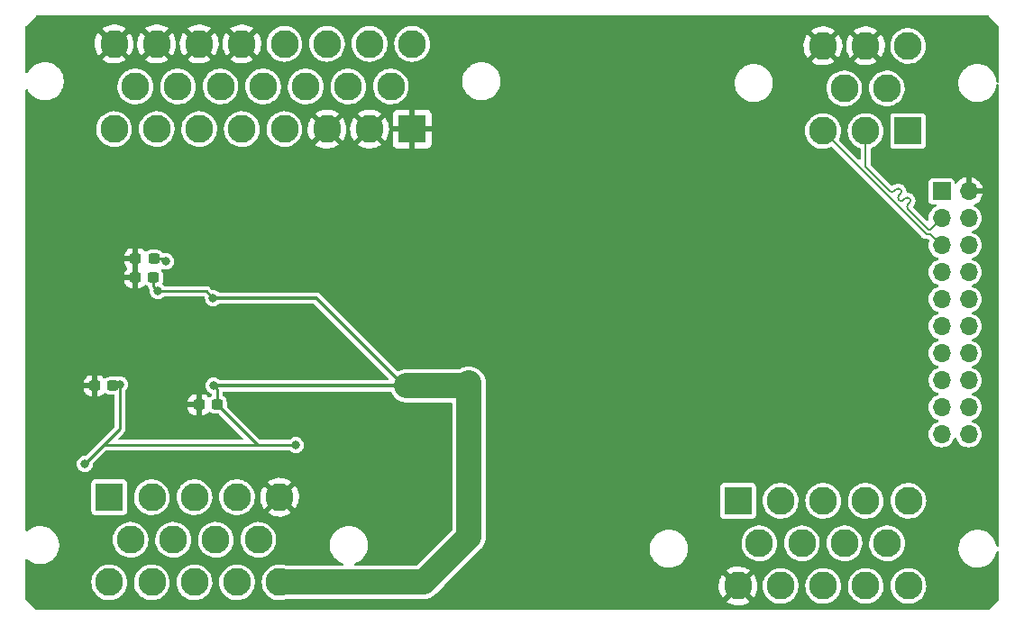
<source format=gbr>
%TF.GenerationSoftware,KiCad,Pcbnew,(6.0.1)*%
%TF.CreationDate,2022-02-14T11:56:50-05:00*%
%TF.ProjectId,driver-control-board,64726976-6572-42d6-936f-6e74726f6c2d,rev?*%
%TF.SameCoordinates,Original*%
%TF.FileFunction,Copper,L2,Bot*%
%TF.FilePolarity,Positive*%
%FSLAX46Y46*%
G04 Gerber Fmt 4.6, Leading zero omitted, Abs format (unit mm)*
G04 Created by KiCad (PCBNEW (6.0.1)) date 2022-02-14 11:56:50*
%MOMM*%
%LPD*%
G01*
G04 APERTURE LIST*
G04 Aperture macros list*
%AMRoundRect*
0 Rectangle with rounded corners*
0 $1 Rounding radius*
0 $2 $3 $4 $5 $6 $7 $8 $9 X,Y pos of 4 corners*
0 Add a 4 corners polygon primitive as box body*
4,1,4,$2,$3,$4,$5,$6,$7,$8,$9,$2,$3,0*
0 Add four circle primitives for the rounded corners*
1,1,$1+$1,$2,$3*
1,1,$1+$1,$4,$5*
1,1,$1+$1,$6,$7*
1,1,$1+$1,$8,$9*
0 Add four rect primitives between the rounded corners*
20,1,$1+$1,$2,$3,$4,$5,0*
20,1,$1+$1,$4,$5,$6,$7,0*
20,1,$1+$1,$6,$7,$8,$9,0*
20,1,$1+$1,$8,$9,$2,$3,0*%
G04 Aperture macros list end*
%TA.AperFunction,ComponentPad*%
%ADD10R,2.625000X2.625000*%
%TD*%
%TA.AperFunction,ComponentPad*%
%ADD11C,2.625000*%
%TD*%
%TA.AperFunction,ComponentPad*%
%ADD12R,1.700000X1.700000*%
%TD*%
%TA.AperFunction,ComponentPad*%
%ADD13O,1.700000X1.700000*%
%TD*%
%TA.AperFunction,SMDPad,CuDef*%
%ADD14RoundRect,0.237500X0.300000X0.237500X-0.300000X0.237500X-0.300000X-0.237500X0.300000X-0.237500X0*%
%TD*%
%TA.AperFunction,ViaPad*%
%ADD15C,0.800000*%
%TD*%
%TA.AperFunction,Conductor*%
%ADD16C,2.400000*%
%TD*%
%TA.AperFunction,Conductor*%
%ADD17C,0.360000*%
%TD*%
%TA.AperFunction,Conductor*%
%ADD18C,0.254000*%
%TD*%
%TA.AperFunction,Conductor*%
%ADD19C,0.250000*%
%TD*%
%TA.AperFunction,Conductor*%
%ADD20C,0.200000*%
%TD*%
G04 APERTURE END LIST*
D10*
%TO.P,J4,1,Pin_1*%
%TO.N,GND*%
X102362000Y-89408000D03*
D11*
%TO.P,J4,2,Pin_2*%
X98362000Y-89408000D03*
%TO.P,J4,3,Pin_3*%
X94362000Y-89408000D03*
%TO.P,J4,4,Pin_4*%
%TO.N,/RTD_IND_OUT*%
X90362000Y-89408000D03*
%TO.P,J4,5,Pin_5*%
%TO.N,/WHEEL_R*%
X86362000Y-89408000D03*
%TO.P,J4,6,Pin_6*%
%TO.N,/SUSPENSION_R*%
X82362000Y-89408000D03*
%TO.P,J4,7,Pin_7*%
%TO.N,/BRAKE_2*%
X78362000Y-89408000D03*
%TO.P,J4,8,Pin_8*%
%TO.N,/PEDAL_2*%
X74362000Y-89408000D03*
%TO.P,J4,9,Pin_9*%
%TO.N,+3V3*%
X100362000Y-85408000D03*
%TO.P,J4,10,Pin_10*%
X96362000Y-85408000D03*
%TO.P,J4,11,Pin_11*%
X92362000Y-85408000D03*
%TO.P,J4,12,Pin_12*%
%TO.N,/WHEEL_L*%
X88362000Y-85408000D03*
%TO.P,J4,13,Pin_13*%
%TO.N,/SUSPENSION_L*%
X84362000Y-85408000D03*
%TO.P,J4,14,Pin_14*%
%TO.N,/BRAKE_1*%
X80362000Y-85408000D03*
%TO.P,J4,15,Pin_15*%
%TO.N,/PEDAL_1*%
X76362000Y-85408000D03*
%TO.P,J4,16,Pin_16*%
%TO.N,+12V*%
X102362000Y-81408000D03*
%TO.P,J4,17,Pin_17*%
%TO.N,+3V3*%
X98362000Y-81408000D03*
%TO.P,J4,18,Pin_18*%
X94362000Y-81408000D03*
%TO.P,J4,19,Pin_19*%
X90362000Y-81408000D03*
%TO.P,J4,20,Pin_20*%
%TO.N,GND*%
X86362000Y-81408000D03*
%TO.P,J4,21,Pin_21*%
X82362000Y-81408000D03*
%TO.P,J4,22,Pin_22*%
X78362000Y-81408000D03*
%TO.P,J4,23,Pin_23*%
X74362000Y-81408000D03*
%TD*%
D10*
%TO.P,J3,1,Pin_1*%
%TO.N,+12V*%
X148948000Y-89590000D03*
D11*
%TO.P,J3,2,Pin_2*%
%TO.N,/CAN_N*%
X144948000Y-89590000D03*
%TO.P,J3,3,Pin_3*%
%TO.N,/CAN_P*%
X140948000Y-89590000D03*
%TO.P,J3,4,Pin_4*%
%TO.N,/CAN_N*%
X146948000Y-85590000D03*
%TO.P,J3,5,Pin_5*%
%TO.N,/CAN_P*%
X142948000Y-85590000D03*
%TO.P,J3,6,Pin_6*%
%TO.N,+12V*%
X148948000Y-81590000D03*
%TO.P,J3,7,Pin_7*%
%TO.N,GND*%
X144948000Y-81590000D03*
%TO.P,J3,8,Pin_8*%
X140948000Y-81590000D03*
%TD*%
D10*
%TO.P,J6,1,Pin_1*%
%TO.N,/DISP+*%
X132970000Y-124353500D03*
D11*
%TO.P,J6,2,Pin_2*%
%TO.N,/USB_D+*%
X136970000Y-124353500D03*
%TO.P,J6,3,Pin_3*%
%TO.N,/USB_GND*%
X140970000Y-124353500D03*
%TO.P,J6,4,Pin_4*%
%TO.N,/CURRENT_1*%
X144970000Y-124353500D03*
%TO.P,J6,5,Pin_5*%
%TO.N,/CURRENT_3*%
X148970000Y-124353500D03*
%TO.P,J6,6,Pin_6*%
%TO.N,/DISP-*%
X134970000Y-128353500D03*
%TO.P,J6,7,Pin_7*%
%TO.N,/USB_D-*%
X138970000Y-128353500D03*
%TO.P,J6,8,Pin_8*%
%TO.N,/USB_PWR*%
X142970000Y-128353500D03*
%TO.P,J6,9,Pin_9*%
%TO.N,/CURRENT_2*%
X146970000Y-128353500D03*
%TO.P,J6,10,Pin_10*%
%TO.N,GND*%
X132970000Y-132353500D03*
%TO.P,J6,11,Pin_11*%
%TO.N,/12V_OUT*%
X136970000Y-132353500D03*
%TO.P,J6,12,Pin_12*%
%TO.N,/5V_OUT*%
X140970000Y-132353500D03*
%TO.P,J6,13,Pin_13*%
%TO.N,/Heater*%
X144970000Y-132353500D03*
%TO.P,J6,14,Pin_14*%
%TO.N,/CURRENT_GND*%
X148970000Y-132353500D03*
%TD*%
D10*
%TO.P,J2,1,Pin_1*%
%TO.N,/RTD_LED*%
X73915000Y-124016000D03*
D11*
%TO.P,J2,2,Pin_2*%
%TO.N,/LCD_BTN*%
X77915000Y-124016000D03*
%TO.P,J2,3,Pin_3*%
%TO.N,/LCD_SCL*%
X81915000Y-124016000D03*
%TO.P,J2,4,Pin_4*%
%TO.N,/AMS_LED*%
X85915000Y-124016000D03*
%TO.P,J2,5,Pin_5*%
%TO.N,GND*%
X89915000Y-124016000D03*
%TO.P,J2,6,Pin_6*%
%TO.N,/IMD_LED*%
X75915000Y-128016000D03*
%TO.P,J2,7,Pin_7*%
%TO.N,/SW_DIRECTION*%
X79915000Y-128016000D03*
%TO.P,J2,8,Pin_8*%
%TO.N,/LCD_SDA*%
X83915000Y-128016000D03*
%TO.P,J2,9,Pin_9*%
%TO.N,unconnected-(J2-Pad9)*%
X87915000Y-128016000D03*
%TO.P,J2,10,Pin_10*%
%TO.N,/POT_REGEN*%
X73915000Y-132016000D03*
%TO.P,J2,11,Pin_11*%
%TO.N,/POT_BRAKE*%
X77915000Y-132016000D03*
%TO.P,J2,12,Pin_12*%
%TO.N,/SW_COOLING*%
X81915000Y-132016000D03*
%TO.P,J2,13,Pin_13*%
%TO.N,/START_BTN*%
X85915000Y-132016000D03*
%TO.P,J2,14,Pin_14*%
%TO.N,+3V3*%
X89915000Y-132016000D03*
%TD*%
D12*
%TO.P,J5,1,Pin_1*%
%TO.N,+12V*%
X152084000Y-95255000D03*
D13*
%TO.P,J5,2,Pin_2*%
%TO.N,GND*%
X154624000Y-95255000D03*
%TO.P,J5,3,Pin_3*%
%TO.N,/CAN_N*%
X152084000Y-97795000D03*
%TO.P,J5,4,Pin_4*%
%TO.N,/12V_OUT*%
X154624000Y-97795000D03*
%TO.P,J5,5,Pin_5*%
%TO.N,/CAN_P*%
X152084000Y-100335000D03*
%TO.P,J5,6,Pin_6*%
%TO.N,/5V_OUT*%
X154624000Y-100335000D03*
%TO.P,J5,7,Pin_7*%
%TO.N,/DISP+*%
X152084000Y-102875000D03*
%TO.P,J5,8,Pin_8*%
%TO.N,/Heater*%
X154624000Y-102875000D03*
%TO.P,J5,9,Pin_9*%
%TO.N,/DISP-*%
X152084000Y-105415000D03*
%TO.P,J5,10,Pin_10*%
%TO.N,/FAN*%
X154624000Y-105415000D03*
%TO.P,J5,11,Pin_11*%
%TO.N,/USB_D+*%
X152084000Y-107955000D03*
%TO.P,J5,12,Pin_12*%
%TO.N,/USB_GND*%
X154624000Y-107955000D03*
%TO.P,J5,13,Pin_13*%
%TO.N,/USB_D-*%
X152084000Y-110495000D03*
%TO.P,J5,14,Pin_14*%
%TO.N,/USB_PWR*%
X154624000Y-110495000D03*
%TO.P,J5,15,Pin_15*%
%TO.N,/BUZZER*%
X152084000Y-113035000D03*
%TO.P,J5,16,Pin_16*%
%TO.N,/CURRENT_GND*%
X154624000Y-113035000D03*
%TO.P,J5,17,Pin_17*%
%TO.N,/CURRENT_1*%
X152084000Y-115575000D03*
%TO.P,J5,18,Pin_18*%
%TO.N,/CURRENT_2*%
X154624000Y-115575000D03*
%TO.P,J5,19,Pin_19*%
%TO.N,/CURRENT_3*%
X152084000Y-118115000D03*
%TO.P,J5,20,Pin_20*%
%TO.N,unconnected-(J5-Pad20)*%
X154624000Y-118115000D03*
%TD*%
D14*
%TO.P,C5,1*%
%TO.N,Net-(C5-Pad1)*%
X78105000Y-101600000D03*
%TO.P,C5,2*%
%TO.N,GND*%
X76380000Y-101600000D03*
%TD*%
%TO.P,C7,1*%
%TO.N,+3V3*%
X78078500Y-103378000D03*
%TO.P,C7,2*%
%TO.N,GND*%
X76353500Y-103378000D03*
%TD*%
%TO.P,C9,1*%
%TO.N,+3V3*%
X74268500Y-113538000D03*
%TO.P,C9,2*%
%TO.N,GND*%
X72543500Y-113538000D03*
%TD*%
%TO.P,C11,1*%
%TO.N,+3V3*%
X84047500Y-115316000D03*
%TO.P,C11,2*%
%TO.N,GND*%
X82322500Y-115316000D03*
%TD*%
D15*
%TO.N,GND*%
X74930000Y-96139000D03*
X88138000Y-104140000D03*
X78994000Y-96139000D03*
X83058000Y-96139000D03*
X83312000Y-120650000D03*
X96012000Y-120650000D03*
X91948000Y-112522000D03*
X91186000Y-104140000D03*
X81471200Y-107526700D03*
X69469000Y-110490000D03*
X94996000Y-112522000D03*
X77407200Y-111590700D03*
X88900000Y-106426000D03*
X79512950Y-109484950D03*
X93472000Y-112522000D03*
X87122000Y-116840000D03*
X98171000Y-117221000D03*
X89154000Y-103124000D03*
X92456000Y-104140000D03*
X77407200Y-107526700D03*
X81471200Y-111590700D03*
X91440000Y-106426000D03*
X96012000Y-114808000D03*
X90170000Y-106426000D03*
X80772000Y-118110000D03*
X82550000Y-118110000D03*
X87122000Y-120650000D03*
X87122000Y-96139000D03*
X85979000Y-106553000D03*
%TO.N,+3V3*%
X78486000Y-104648000D03*
X106172000Y-113538000D03*
X101600000Y-113538000D03*
X83666500Y-105309500D03*
X104648000Y-113538000D03*
X71628000Y-120904000D03*
X107696000Y-113538000D03*
X103124000Y-113538000D03*
X91440000Y-119126000D03*
X83693000Y-113538000D03*
X74930000Y-113411000D03*
%TO.N,Net-(C5-Pad1)*%
X79248000Y-101854000D03*
%TD*%
D16*
%TO.N,+3V3*%
X103442000Y-132016000D02*
X107696000Y-127762000D01*
D17*
X103378000Y-113538000D02*
X102362000Y-113538000D01*
X102362000Y-113538000D02*
X101854000Y-113538000D01*
D18*
X74930000Y-117602000D02*
X71628000Y-120904000D01*
D17*
X101854000Y-113538000D02*
X83693000Y-113538000D01*
X101600000Y-113538000D02*
X93371500Y-105309500D01*
X93371500Y-105309500D02*
X83666500Y-105309500D01*
D18*
X73406000Y-119126000D02*
X71628000Y-120904000D01*
X84047500Y-115316000D02*
X84047500Y-113892500D01*
X84047500Y-113892500D02*
X83693000Y-113538000D01*
D16*
X104648000Y-113538000D02*
X105664000Y-113538000D01*
X103378000Y-113538000D02*
X101854000Y-113538000D01*
D19*
X78486000Y-104648000D02*
X83005000Y-104648000D01*
D18*
X87857500Y-119126000D02*
X91440000Y-119126000D01*
X74268500Y-113538000D02*
X74803000Y-113538000D01*
D19*
X78078500Y-104240500D02*
X78486000Y-104648000D01*
D16*
X107696000Y-127762000D02*
X107696000Y-113284000D01*
X103378000Y-113538000D02*
X104648000Y-113538000D01*
X105664000Y-113538000D02*
X106680000Y-113538000D01*
D19*
X83005000Y-104648000D02*
X83666500Y-105309500D01*
D18*
X74930000Y-113411000D02*
X74930000Y-117602000D01*
D16*
X89915000Y-132016000D02*
X103442000Y-132016000D01*
D18*
X87857500Y-119126000D02*
X73406000Y-119126000D01*
X84047500Y-115316000D02*
X87857500Y-119126000D01*
D19*
X78078500Y-103378000D02*
X78078500Y-104240500D01*
%TO.N,Net-(C5-Pad1)*%
X78994000Y-101600000D02*
X79248000Y-101854000D01*
X78105000Y-101600000D02*
X78994000Y-101600000D01*
D20*
%TO.N,/CAN_N*%
X148084669Y-95666007D02*
X148234247Y-95516428D01*
X147236139Y-95241742D02*
X147236140Y-95241743D01*
X151039001Y-98839999D02*
X150834396Y-98839999D01*
X148933197Y-96514536D02*
X148933198Y-96514536D01*
X148658511Y-95940693D02*
X148508932Y-96090271D01*
X148658511Y-95940692D02*
X148658511Y-95940693D01*
X147809982Y-95092163D02*
X147809982Y-95092164D01*
X152084000Y-97795000D02*
X151039001Y-98839999D01*
X147236140Y-95241743D02*
X144948000Y-92953603D01*
X144948000Y-92953603D02*
X144948000Y-89590000D01*
X150834396Y-98839999D02*
X148933198Y-96938801D01*
X147809982Y-95092164D02*
X147660403Y-95241742D01*
X148933198Y-96514536D02*
X149082776Y-96364957D01*
X148084668Y-95666007D02*
X148084669Y-95666007D01*
X148084668Y-96090271D02*
X148084669Y-96090272D01*
X148084669Y-95666008D02*
G75*
G03*
X148084670Y-96090271I212131J-212131D01*
G01*
X148234246Y-95092165D02*
G75*
G02*
X148234246Y-95516427I-212131J-212131D01*
G01*
X149082775Y-95940694D02*
G75*
G02*
X149082775Y-96364956I-212131J-212131D01*
G01*
X148933198Y-96514537D02*
G75*
G03*
X148933199Y-96938800I212131J-212131D01*
G01*
X147236140Y-95241741D02*
G75*
G03*
X147660402Y-95241741I212131J212131D01*
G01*
X148658512Y-95940693D02*
G75*
G02*
X149082775Y-95940694I212131J-212131D01*
G01*
X148084669Y-96090270D02*
G75*
G03*
X148508931Y-96090270I212131J212131D01*
G01*
X147809983Y-95092164D02*
G75*
G02*
X148234246Y-95092165I212131J-212131D01*
G01*
%TO.N,/CAN_P*%
X150648001Y-99290001D02*
X140948000Y-89590000D01*
X151039001Y-99290001D02*
X150648001Y-99290001D01*
X152084000Y-100335000D02*
X151039001Y-99290001D01*
%TD*%
%TA.AperFunction,Conductor*%
%TO.N,GND*%
G36*
X156495931Y-78760002D02*
G01*
X156516905Y-78776905D01*
X157443095Y-79703095D01*
X157477121Y-79765407D01*
X157480000Y-79792190D01*
X157480000Y-84919496D01*
X157459998Y-84987617D01*
X157406342Y-85034110D01*
X157336068Y-85044214D01*
X157271488Y-85014720D01*
X157233104Y-84954994D01*
X157229151Y-84936487D01*
X157209767Y-84794058D01*
X157199380Y-84717733D01*
X157190054Y-84685735D01*
X157177407Y-84642346D01*
X157125118Y-84462951D01*
X157122176Y-84456568D01*
X157043289Y-84285450D01*
X157014013Y-84221945D01*
X156935061Y-84101523D01*
X156871071Y-84003921D01*
X156871067Y-84003916D01*
X156868505Y-84000008D01*
X156722616Y-83836553D01*
X156694908Y-83805509D01*
X156694906Y-83805507D01*
X156691791Y-83802017D01*
X156487753Y-83632320D01*
X156260873Y-83494647D01*
X156162296Y-83453310D01*
X156020451Y-83393829D01*
X156020446Y-83393827D01*
X156016136Y-83392020D01*
X156011604Y-83390869D01*
X156011601Y-83390868D01*
X155867499Y-83354271D01*
X155758918Y-83326695D01*
X155538497Y-83304500D01*
X155380622Y-83304500D01*
X155378297Y-83304673D01*
X155378291Y-83304673D01*
X155187998Y-83318814D01*
X155187994Y-83318815D01*
X155183346Y-83319160D01*
X155178798Y-83320189D01*
X155178792Y-83320190D01*
X155038847Y-83351857D01*
X154924506Y-83377730D01*
X154920154Y-83379422D01*
X154920152Y-83379423D01*
X154681520Y-83472222D01*
X154681518Y-83472223D01*
X154677167Y-83473915D01*
X154446761Y-83605602D01*
X154415946Y-83629895D01*
X154242867Y-83766340D01*
X154238351Y-83769900D01*
X154176883Y-83835242D01*
X154061486Y-83957913D01*
X154056515Y-83963197D01*
X154053856Y-83967030D01*
X153928927Y-84147115D01*
X153905247Y-84181249D01*
X153903181Y-84185438D01*
X153903180Y-84185440D01*
X153887106Y-84218036D01*
X153787871Y-84419264D01*
X153786449Y-84423707D01*
X153786448Y-84423709D01*
X153771679Y-84469847D01*
X153706965Y-84672014D01*
X153706215Y-84676621D01*
X153706214Y-84676624D01*
X153675750Y-84863679D01*
X153664306Y-84933947D01*
X153664245Y-84938623D01*
X153661382Y-85157394D01*
X153660833Y-85199308D01*
X153696620Y-85462267D01*
X153770882Y-85717049D01*
X153881987Y-85958055D01*
X153900353Y-85986068D01*
X154024929Y-86176079D01*
X154024933Y-86176084D01*
X154027495Y-86179992D01*
X154052962Y-86208525D01*
X154195393Y-86368105D01*
X154204209Y-86377983D01*
X154408247Y-86547680D01*
X154635127Y-86685353D01*
X154639441Y-86687162D01*
X154639443Y-86687163D01*
X154875549Y-86786171D01*
X154875554Y-86786173D01*
X154879864Y-86787980D01*
X154884396Y-86789131D01*
X154884399Y-86789132D01*
X155012414Y-86821643D01*
X155137082Y-86853305D01*
X155357503Y-86875500D01*
X155515378Y-86875500D01*
X155517703Y-86875327D01*
X155517709Y-86875327D01*
X155708002Y-86861186D01*
X155708006Y-86861185D01*
X155712654Y-86860840D01*
X155717202Y-86859811D01*
X155717208Y-86859810D01*
X155906135Y-86817059D01*
X155971494Y-86802270D01*
X156003990Y-86789633D01*
X156214480Y-86707778D01*
X156214482Y-86707777D01*
X156218833Y-86706085D01*
X156240065Y-86693950D01*
X156445182Y-86576717D01*
X156445184Y-86576715D01*
X156449239Y-86574398D01*
X156559718Y-86487303D01*
X156653981Y-86412992D01*
X156653984Y-86412989D01*
X156657649Y-86410100D01*
X156791353Y-86267969D01*
X156836286Y-86220204D01*
X156836288Y-86220201D01*
X156839485Y-86216803D01*
X156963287Y-86038343D01*
X156988092Y-86002587D01*
X156988093Y-86002586D01*
X156990753Y-85998751D01*
X156997008Y-85986068D01*
X157106064Y-85764924D01*
X157106065Y-85764921D01*
X157108129Y-85760736D01*
X157113974Y-85742478D01*
X157157088Y-85607789D01*
X157189035Y-85507986D01*
X157211711Y-85368755D01*
X157229638Y-85258677D01*
X157260330Y-85194658D01*
X157320762Y-85157394D01*
X157391746Y-85158718D01*
X157450746Y-85198208D01*
X157479030Y-85263328D01*
X157480000Y-85278931D01*
X157480000Y-128521342D01*
X157459998Y-128589463D01*
X157406342Y-128635956D01*
X157336068Y-128646060D01*
X157271488Y-128616566D01*
X157233104Y-128556840D01*
X157229151Y-128538333D01*
X157222010Y-128485864D01*
X157221380Y-128481233D01*
X157147118Y-128226451D01*
X157036013Y-127985445D01*
X156969960Y-127884697D01*
X156893071Y-127767421D01*
X156893067Y-127767416D01*
X156890505Y-127763508D01*
X156737289Y-127591844D01*
X156716908Y-127569009D01*
X156716906Y-127569007D01*
X156713791Y-127565517D01*
X156509753Y-127395820D01*
X156282873Y-127258147D01*
X156219349Y-127231509D01*
X156042451Y-127157329D01*
X156042446Y-127157327D01*
X156038136Y-127155520D01*
X156033604Y-127154369D01*
X156033601Y-127154368D01*
X155881025Y-127115619D01*
X155780918Y-127090195D01*
X155560497Y-127068000D01*
X155402622Y-127068000D01*
X155400297Y-127068173D01*
X155400291Y-127068173D01*
X155209998Y-127082314D01*
X155209994Y-127082315D01*
X155205346Y-127082660D01*
X155200798Y-127083689D01*
X155200792Y-127083690D01*
X155059689Y-127115619D01*
X154946506Y-127141230D01*
X154942154Y-127142922D01*
X154942152Y-127142923D01*
X154703520Y-127235722D01*
X154703518Y-127235723D01*
X154699167Y-127237415D01*
X154695113Y-127239732D01*
X154695111Y-127239733D01*
X154593011Y-127298088D01*
X154468761Y-127369102D01*
X154391613Y-127429921D01*
X154317696Y-127488193D01*
X154260351Y-127533400D01*
X154209133Y-127587846D01*
X154084690Y-127720133D01*
X154078515Y-127726697D01*
X154075856Y-127730530D01*
X153968907Y-127884697D01*
X153927247Y-127944749D01*
X153925181Y-127948938D01*
X153925180Y-127948940D01*
X153847266Y-128106935D01*
X153809871Y-128182764D01*
X153808449Y-128187207D01*
X153808448Y-128187209D01*
X153793194Y-128234863D01*
X153728965Y-128435514D01*
X153728215Y-128440121D01*
X153728214Y-128440124D01*
X153701259Y-128605632D01*
X153686306Y-128697447D01*
X153684803Y-128812267D01*
X153683271Y-128929376D01*
X153682833Y-128962808D01*
X153718620Y-129225767D01*
X153792882Y-129480549D01*
X153903987Y-129721555D01*
X153906550Y-129725464D01*
X154046929Y-129939579D01*
X154046933Y-129939584D01*
X154049495Y-129943492D01*
X154226209Y-130141483D01*
X154430247Y-130311180D01*
X154657127Y-130448853D01*
X154661441Y-130450662D01*
X154661443Y-130450663D01*
X154897549Y-130549671D01*
X154897554Y-130549673D01*
X154901864Y-130551480D01*
X154906396Y-130552631D01*
X154906399Y-130552632D01*
X155013225Y-130579762D01*
X155159082Y-130616805D01*
X155379503Y-130639000D01*
X155537378Y-130639000D01*
X155539703Y-130638827D01*
X155539709Y-130638827D01*
X155730002Y-130624686D01*
X155730006Y-130624685D01*
X155734654Y-130624340D01*
X155739202Y-130623311D01*
X155739208Y-130623310D01*
X155972798Y-130570453D01*
X155993494Y-130565770D01*
X155997848Y-130564077D01*
X156236480Y-130471278D01*
X156236482Y-130471277D01*
X156240833Y-130469585D01*
X156256778Y-130460472D01*
X156467182Y-130340217D01*
X156467184Y-130340215D01*
X156471239Y-130337898D01*
X156626966Y-130215132D01*
X156675981Y-130176492D01*
X156675984Y-130176489D01*
X156679649Y-130173600D01*
X156814748Y-130029986D01*
X156858286Y-129983704D01*
X156858288Y-129983701D01*
X156861485Y-129980303D01*
X156981726Y-129806976D01*
X157010092Y-129766087D01*
X157010093Y-129766086D01*
X157012753Y-129762251D01*
X157014820Y-129758060D01*
X157128064Y-129528424D01*
X157128065Y-129528421D01*
X157130129Y-129524236D01*
X157145554Y-129476050D01*
X157204556Y-129291726D01*
X157211035Y-129271486D01*
X157211786Y-129266876D01*
X157211789Y-129266863D01*
X157229639Y-129157261D01*
X157260331Y-129093241D01*
X157320762Y-129055978D01*
X157391746Y-129057302D01*
X157450746Y-129096792D01*
X157479030Y-129161912D01*
X157480000Y-129177515D01*
X157480000Y-133567810D01*
X157459998Y-133635931D01*
X157443095Y-133656905D01*
X156516905Y-134583095D01*
X156454593Y-134617121D01*
X156427810Y-134620000D01*
X67092190Y-134620000D01*
X67024069Y-134599998D01*
X67003095Y-134583095D01*
X66227349Y-133807349D01*
X131880896Y-133807349D01*
X131889610Y-133818869D01*
X131998810Y-133898939D01*
X132006709Y-133903875D01*
X132237907Y-134025514D01*
X132246456Y-134029231D01*
X132493083Y-134115357D01*
X132502092Y-134117771D01*
X132758747Y-134166499D01*
X132768003Y-134167553D01*
X133029045Y-134177810D01*
X133038359Y-134177484D01*
X133298037Y-134149045D01*
X133307214Y-134147344D01*
X133559836Y-134080834D01*
X133568656Y-134077797D01*
X133808677Y-133974676D01*
X133816949Y-133970369D01*
X134039086Y-133832907D01*
X134046633Y-133827423D01*
X134053428Y-133821671D01*
X134061866Y-133808866D01*
X134055804Y-133798514D01*
X132982812Y-132725522D01*
X132968868Y-132717908D01*
X132967035Y-132718039D01*
X132960420Y-132722290D01*
X131887554Y-133795156D01*
X131880896Y-133807349D01*
X66227349Y-133807349D01*
X66076905Y-133656905D01*
X66042879Y-133594593D01*
X66040000Y-133567810D01*
X66040000Y-131972083D01*
X72237884Y-131972083D01*
X72238108Y-131976750D01*
X72238108Y-131976755D01*
X72238701Y-131989092D01*
X72249814Y-132220459D01*
X72298326Y-132464343D01*
X72382353Y-132698378D01*
X72384570Y-132702504D01*
X72445836Y-132816525D01*
X72500050Y-132917423D01*
X72502845Y-132921166D01*
X72502847Y-132921169D01*
X72646039Y-133112926D01*
X72646044Y-133112932D01*
X72648831Y-133116664D01*
X72652140Y-133119944D01*
X72652145Y-133119950D01*
X72792080Y-133258669D01*
X72825427Y-133291726D01*
X72829189Y-133294484D01*
X72829192Y-133294487D01*
X72980448Y-133405393D01*
X73025959Y-133438763D01*
X73030090Y-133440937D01*
X73030091Y-133440937D01*
X73241887Y-133552368D01*
X73241893Y-133552370D01*
X73246022Y-133554543D01*
X73250429Y-133556082D01*
X73250436Y-133556085D01*
X73467787Y-133631987D01*
X73480782Y-133636525D01*
X73725080Y-133682907D01*
X73843103Y-133687544D01*
X73968883Y-133692486D01*
X73968888Y-133692486D01*
X73973551Y-133692669D01*
X74050548Y-133684237D01*
X74216082Y-133666108D01*
X74216087Y-133666107D01*
X74220735Y-133665598D01*
X74225259Y-133664407D01*
X74456680Y-133603479D01*
X74456682Y-133603478D01*
X74461203Y-133602288D01*
X74540473Y-133568231D01*
X74595105Y-133544759D01*
X74689671Y-133504130D01*
X74722961Y-133483530D01*
X74897150Y-133375739D01*
X74897151Y-133375739D01*
X74901122Y-133373281D01*
X74904685Y-133370264D01*
X74904690Y-133370261D01*
X75087343Y-133215633D01*
X75087344Y-133215632D01*
X75090909Y-133212614D01*
X75138847Y-133157951D01*
X75251782Y-133029175D01*
X75251786Y-133029170D01*
X75254864Y-133025660D01*
X75282843Y-132982162D01*
X75386859Y-132820451D01*
X75386861Y-132820448D01*
X75389384Y-132816525D01*
X75491514Y-132589804D01*
X75534286Y-132438147D01*
X75557741Y-132354982D01*
X75557742Y-132354979D01*
X75559011Y-132350478D01*
X75590392Y-132103804D01*
X75592691Y-132016000D01*
X75589427Y-131972083D01*
X76237884Y-131972083D01*
X76238108Y-131976750D01*
X76238108Y-131976755D01*
X76238701Y-131989092D01*
X76249814Y-132220459D01*
X76298326Y-132464343D01*
X76382353Y-132698378D01*
X76384570Y-132702504D01*
X76445836Y-132816525D01*
X76500050Y-132917423D01*
X76502845Y-132921166D01*
X76502847Y-132921169D01*
X76646039Y-133112926D01*
X76646044Y-133112932D01*
X76648831Y-133116664D01*
X76652140Y-133119944D01*
X76652145Y-133119950D01*
X76792080Y-133258669D01*
X76825427Y-133291726D01*
X76829189Y-133294484D01*
X76829192Y-133294487D01*
X76980448Y-133405393D01*
X77025959Y-133438763D01*
X77030090Y-133440937D01*
X77030091Y-133440937D01*
X77241887Y-133552368D01*
X77241893Y-133552370D01*
X77246022Y-133554543D01*
X77250429Y-133556082D01*
X77250436Y-133556085D01*
X77467787Y-133631987D01*
X77480782Y-133636525D01*
X77725080Y-133682907D01*
X77843103Y-133687544D01*
X77968883Y-133692486D01*
X77968888Y-133692486D01*
X77973551Y-133692669D01*
X78050548Y-133684237D01*
X78216082Y-133666108D01*
X78216087Y-133666107D01*
X78220735Y-133665598D01*
X78225259Y-133664407D01*
X78456680Y-133603479D01*
X78456682Y-133603478D01*
X78461203Y-133602288D01*
X78540473Y-133568231D01*
X78595105Y-133544759D01*
X78689671Y-133504130D01*
X78722961Y-133483530D01*
X78897150Y-133375739D01*
X78897151Y-133375739D01*
X78901122Y-133373281D01*
X78904685Y-133370264D01*
X78904690Y-133370261D01*
X79087343Y-133215633D01*
X79087344Y-133215632D01*
X79090909Y-133212614D01*
X79138847Y-133157951D01*
X79251782Y-133029175D01*
X79251786Y-133029170D01*
X79254864Y-133025660D01*
X79282843Y-132982162D01*
X79386859Y-132820451D01*
X79386861Y-132820448D01*
X79389384Y-132816525D01*
X79491514Y-132589804D01*
X79534286Y-132438147D01*
X79557741Y-132354982D01*
X79557742Y-132354979D01*
X79559011Y-132350478D01*
X79590392Y-132103804D01*
X79592691Y-132016000D01*
X79589427Y-131972083D01*
X80237884Y-131972083D01*
X80238108Y-131976750D01*
X80238108Y-131976755D01*
X80238701Y-131989092D01*
X80249814Y-132220459D01*
X80298326Y-132464343D01*
X80382353Y-132698378D01*
X80384570Y-132702504D01*
X80445836Y-132816525D01*
X80500050Y-132917423D01*
X80502845Y-132921166D01*
X80502847Y-132921169D01*
X80646039Y-133112926D01*
X80646044Y-133112932D01*
X80648831Y-133116664D01*
X80652140Y-133119944D01*
X80652145Y-133119950D01*
X80792080Y-133258669D01*
X80825427Y-133291726D01*
X80829189Y-133294484D01*
X80829192Y-133294487D01*
X80980448Y-133405393D01*
X81025959Y-133438763D01*
X81030090Y-133440937D01*
X81030091Y-133440937D01*
X81241887Y-133552368D01*
X81241893Y-133552370D01*
X81246022Y-133554543D01*
X81250429Y-133556082D01*
X81250436Y-133556085D01*
X81467787Y-133631987D01*
X81480782Y-133636525D01*
X81725080Y-133682907D01*
X81843103Y-133687544D01*
X81968883Y-133692486D01*
X81968888Y-133692486D01*
X81973551Y-133692669D01*
X82050548Y-133684237D01*
X82216082Y-133666108D01*
X82216087Y-133666107D01*
X82220735Y-133665598D01*
X82225259Y-133664407D01*
X82456680Y-133603479D01*
X82456682Y-133603478D01*
X82461203Y-133602288D01*
X82540473Y-133568231D01*
X82595105Y-133544759D01*
X82689671Y-133504130D01*
X82722961Y-133483530D01*
X82897150Y-133375739D01*
X82897151Y-133375739D01*
X82901122Y-133373281D01*
X82904685Y-133370264D01*
X82904690Y-133370261D01*
X83087343Y-133215633D01*
X83087344Y-133215632D01*
X83090909Y-133212614D01*
X83138847Y-133157951D01*
X83251782Y-133029175D01*
X83251786Y-133029170D01*
X83254864Y-133025660D01*
X83282843Y-132982162D01*
X83386859Y-132820451D01*
X83386861Y-132820448D01*
X83389384Y-132816525D01*
X83491514Y-132589804D01*
X83534286Y-132438147D01*
X83557741Y-132354982D01*
X83557742Y-132354979D01*
X83559011Y-132350478D01*
X83590392Y-132103804D01*
X83592691Y-132016000D01*
X83589427Y-131972083D01*
X84237884Y-131972083D01*
X84238108Y-131976750D01*
X84238108Y-131976755D01*
X84238701Y-131989092D01*
X84249814Y-132220459D01*
X84298326Y-132464343D01*
X84382353Y-132698378D01*
X84384570Y-132702504D01*
X84445836Y-132816525D01*
X84500050Y-132917423D01*
X84502845Y-132921166D01*
X84502847Y-132921169D01*
X84646039Y-133112926D01*
X84646044Y-133112932D01*
X84648831Y-133116664D01*
X84652140Y-133119944D01*
X84652145Y-133119950D01*
X84792080Y-133258669D01*
X84825427Y-133291726D01*
X84829189Y-133294484D01*
X84829192Y-133294487D01*
X84980448Y-133405393D01*
X85025959Y-133438763D01*
X85030090Y-133440937D01*
X85030091Y-133440937D01*
X85241887Y-133552368D01*
X85241893Y-133552370D01*
X85246022Y-133554543D01*
X85250429Y-133556082D01*
X85250436Y-133556085D01*
X85467787Y-133631987D01*
X85480782Y-133636525D01*
X85725080Y-133682907D01*
X85843103Y-133687544D01*
X85968883Y-133692486D01*
X85968888Y-133692486D01*
X85973551Y-133692669D01*
X86050548Y-133684237D01*
X86216082Y-133666108D01*
X86216087Y-133666107D01*
X86220735Y-133665598D01*
X86225259Y-133664407D01*
X86456680Y-133603479D01*
X86456682Y-133603478D01*
X86461203Y-133602288D01*
X86540473Y-133568231D01*
X86595105Y-133544759D01*
X86689671Y-133504130D01*
X86722961Y-133483530D01*
X86897150Y-133375739D01*
X86897151Y-133375739D01*
X86901122Y-133373281D01*
X86904685Y-133370264D01*
X86904690Y-133370261D01*
X87087343Y-133215633D01*
X87087344Y-133215632D01*
X87090909Y-133212614D01*
X87138847Y-133157951D01*
X87251782Y-133029175D01*
X87251786Y-133029170D01*
X87254864Y-133025660D01*
X87282843Y-132982162D01*
X87386859Y-132820451D01*
X87386861Y-132820448D01*
X87389384Y-132816525D01*
X87491514Y-132589804D01*
X87534286Y-132438147D01*
X87557741Y-132354982D01*
X87557742Y-132354979D01*
X87559011Y-132350478D01*
X87590392Y-132103804D01*
X87592691Y-132016000D01*
X87581659Y-131867548D01*
X87574609Y-131772673D01*
X87574608Y-131772669D01*
X87574263Y-131768021D01*
X87519384Y-131525491D01*
X87501440Y-131479347D01*
X87430952Y-131298088D01*
X87430951Y-131298086D01*
X87429259Y-131293735D01*
X87305869Y-131077847D01*
X87151924Y-130882568D01*
X86970805Y-130712189D01*
X86842686Y-130623310D01*
X86770331Y-130573115D01*
X86770326Y-130573112D01*
X86766493Y-130570453D01*
X86762302Y-130568386D01*
X86547662Y-130462537D01*
X86547659Y-130462536D01*
X86543474Y-130460472D01*
X86527942Y-130455500D01*
X86412650Y-130418595D01*
X86306649Y-130384664D01*
X86302042Y-130383914D01*
X86302039Y-130383913D01*
X86065831Y-130345444D01*
X86065832Y-130345444D01*
X86061220Y-130344693D01*
X85936899Y-130343065D01*
X85817255Y-130341499D01*
X85817252Y-130341499D01*
X85812579Y-130341438D01*
X85669009Y-130360977D01*
X85570822Y-130374340D01*
X85570818Y-130374341D01*
X85566188Y-130374971D01*
X85327460Y-130444553D01*
X85323207Y-130446513D01*
X85323206Y-130446514D01*
X85316725Y-130449502D01*
X85101639Y-130548658D01*
X85097730Y-130551221D01*
X84897599Y-130682432D01*
X84897594Y-130682436D01*
X84893686Y-130684998D01*
X84708170Y-130850578D01*
X84549166Y-131041760D01*
X84546743Y-131045753D01*
X84438740Y-131223736D01*
X84420166Y-131254344D01*
X84418357Y-131258658D01*
X84418355Y-131258662D01*
X84388879Y-131328956D01*
X84324006Y-131483661D01*
X84262797Y-131724672D01*
X84237884Y-131972083D01*
X83589427Y-131972083D01*
X83581659Y-131867548D01*
X83574609Y-131772673D01*
X83574608Y-131772669D01*
X83574263Y-131768021D01*
X83519384Y-131525491D01*
X83501440Y-131479347D01*
X83430952Y-131298088D01*
X83430951Y-131298086D01*
X83429259Y-131293735D01*
X83305869Y-131077847D01*
X83151924Y-130882568D01*
X82970805Y-130712189D01*
X82842686Y-130623310D01*
X82770331Y-130573115D01*
X82770326Y-130573112D01*
X82766493Y-130570453D01*
X82762302Y-130568386D01*
X82547662Y-130462537D01*
X82547659Y-130462536D01*
X82543474Y-130460472D01*
X82527942Y-130455500D01*
X82412650Y-130418595D01*
X82306649Y-130384664D01*
X82302042Y-130383914D01*
X82302039Y-130383913D01*
X82065831Y-130345444D01*
X82065832Y-130345444D01*
X82061220Y-130344693D01*
X81936899Y-130343065D01*
X81817255Y-130341499D01*
X81817252Y-130341499D01*
X81812579Y-130341438D01*
X81669009Y-130360977D01*
X81570822Y-130374340D01*
X81570818Y-130374341D01*
X81566188Y-130374971D01*
X81327460Y-130444553D01*
X81323207Y-130446513D01*
X81323206Y-130446514D01*
X81316725Y-130449502D01*
X81101639Y-130548658D01*
X81097730Y-130551221D01*
X80897599Y-130682432D01*
X80897594Y-130682436D01*
X80893686Y-130684998D01*
X80708170Y-130850578D01*
X80549166Y-131041760D01*
X80546743Y-131045753D01*
X80438740Y-131223736D01*
X80420166Y-131254344D01*
X80418357Y-131258658D01*
X80418355Y-131258662D01*
X80388879Y-131328956D01*
X80324006Y-131483661D01*
X80262797Y-131724672D01*
X80237884Y-131972083D01*
X79589427Y-131972083D01*
X79581659Y-131867548D01*
X79574609Y-131772673D01*
X79574608Y-131772669D01*
X79574263Y-131768021D01*
X79519384Y-131525491D01*
X79501440Y-131479347D01*
X79430952Y-131298088D01*
X79430951Y-131298086D01*
X79429259Y-131293735D01*
X79305869Y-131077847D01*
X79151924Y-130882568D01*
X78970805Y-130712189D01*
X78842686Y-130623310D01*
X78770331Y-130573115D01*
X78770326Y-130573112D01*
X78766493Y-130570453D01*
X78762302Y-130568386D01*
X78547662Y-130462537D01*
X78547659Y-130462536D01*
X78543474Y-130460472D01*
X78527942Y-130455500D01*
X78412650Y-130418595D01*
X78306649Y-130384664D01*
X78302042Y-130383914D01*
X78302039Y-130383913D01*
X78065831Y-130345444D01*
X78065832Y-130345444D01*
X78061220Y-130344693D01*
X77936899Y-130343065D01*
X77817255Y-130341499D01*
X77817252Y-130341499D01*
X77812579Y-130341438D01*
X77669009Y-130360977D01*
X77570822Y-130374340D01*
X77570818Y-130374341D01*
X77566188Y-130374971D01*
X77327460Y-130444553D01*
X77323207Y-130446513D01*
X77323206Y-130446514D01*
X77316725Y-130449502D01*
X77101639Y-130548658D01*
X77097730Y-130551221D01*
X76897599Y-130682432D01*
X76897594Y-130682436D01*
X76893686Y-130684998D01*
X76708170Y-130850578D01*
X76549166Y-131041760D01*
X76546743Y-131045753D01*
X76438740Y-131223736D01*
X76420166Y-131254344D01*
X76418357Y-131258658D01*
X76418355Y-131258662D01*
X76388879Y-131328956D01*
X76324006Y-131483661D01*
X76262797Y-131724672D01*
X76237884Y-131972083D01*
X75589427Y-131972083D01*
X75581659Y-131867548D01*
X75574609Y-131772673D01*
X75574608Y-131772669D01*
X75574263Y-131768021D01*
X75519384Y-131525491D01*
X75501440Y-131479347D01*
X75430952Y-131298088D01*
X75430951Y-131298086D01*
X75429259Y-131293735D01*
X75305869Y-131077847D01*
X75151924Y-130882568D01*
X74970805Y-130712189D01*
X74842686Y-130623310D01*
X74770331Y-130573115D01*
X74770326Y-130573112D01*
X74766493Y-130570453D01*
X74762302Y-130568386D01*
X74547662Y-130462537D01*
X74547659Y-130462536D01*
X74543474Y-130460472D01*
X74527942Y-130455500D01*
X74412650Y-130418595D01*
X74306649Y-130384664D01*
X74302042Y-130383914D01*
X74302039Y-130383913D01*
X74065831Y-130345444D01*
X74065832Y-130345444D01*
X74061220Y-130344693D01*
X73936899Y-130343065D01*
X73817255Y-130341499D01*
X73817252Y-130341499D01*
X73812579Y-130341438D01*
X73669009Y-130360977D01*
X73570822Y-130374340D01*
X73570818Y-130374341D01*
X73566188Y-130374971D01*
X73327460Y-130444553D01*
X73323207Y-130446513D01*
X73323206Y-130446514D01*
X73316725Y-130449502D01*
X73101639Y-130548658D01*
X73097730Y-130551221D01*
X72897599Y-130682432D01*
X72897594Y-130682436D01*
X72893686Y-130684998D01*
X72708170Y-130850578D01*
X72549166Y-131041760D01*
X72546743Y-131045753D01*
X72438740Y-131223736D01*
X72420166Y-131254344D01*
X72418357Y-131258658D01*
X72418355Y-131258662D01*
X72388879Y-131328956D01*
X72324006Y-131483661D01*
X72262797Y-131724672D01*
X72237884Y-131972083D01*
X66040000Y-131972083D01*
X66040000Y-129963533D01*
X66060002Y-129895412D01*
X66113658Y-129848919D01*
X66183932Y-129838815D01*
X66246567Y-129866658D01*
X66375247Y-129973680D01*
X66602127Y-130111353D01*
X66606441Y-130113162D01*
X66606443Y-130113163D01*
X66842549Y-130212171D01*
X66842554Y-130212173D01*
X66846864Y-130213980D01*
X66851396Y-130215131D01*
X66851399Y-130215132D01*
X66976833Y-130246988D01*
X67104082Y-130279305D01*
X67324503Y-130301500D01*
X67482378Y-130301500D01*
X67484703Y-130301327D01*
X67484709Y-130301327D01*
X67675002Y-130287186D01*
X67675006Y-130287185D01*
X67679654Y-130286840D01*
X67684202Y-130285811D01*
X67684208Y-130285810D01*
X67873135Y-130243059D01*
X67938494Y-130228270D01*
X67942848Y-130226577D01*
X68181480Y-130133778D01*
X68181482Y-130133777D01*
X68185833Y-130132085D01*
X68226355Y-130108925D01*
X68412182Y-130002717D01*
X68412184Y-130002715D01*
X68416239Y-130000398D01*
X68520444Y-129918249D01*
X68620981Y-129838992D01*
X68620984Y-129838989D01*
X68624649Y-129836100D01*
X68759748Y-129692486D01*
X68803286Y-129646204D01*
X68803288Y-129646201D01*
X68806485Y-129642803D01*
X68904390Y-129501674D01*
X68955092Y-129428587D01*
X68955093Y-129428586D01*
X68957753Y-129424751D01*
X68959820Y-129420560D01*
X69073064Y-129190924D01*
X69073065Y-129190921D01*
X69075129Y-129186736D01*
X69090554Y-129138550D01*
X69131846Y-129009553D01*
X69156035Y-128933986D01*
X69158123Y-128921169D01*
X69197130Y-128681655D01*
X69198694Y-128672053D01*
X69200519Y-128532613D01*
X69202106Y-128411369D01*
X69202106Y-128411366D01*
X69202167Y-128406692D01*
X69166380Y-128143733D01*
X69116349Y-127972083D01*
X74237884Y-127972083D01*
X74238108Y-127976750D01*
X74238108Y-127976755D01*
X74238755Y-127990225D01*
X74249814Y-128220459D01*
X74298326Y-128464343D01*
X74382353Y-128698378D01*
X74384570Y-128702504D01*
X74481896Y-128883636D01*
X74500050Y-128917423D01*
X74502845Y-128921166D01*
X74502847Y-128921169D01*
X74646039Y-129112926D01*
X74646044Y-129112932D01*
X74648831Y-129116664D01*
X74652140Y-129119944D01*
X74652145Y-129119950D01*
X74822110Y-129288438D01*
X74825427Y-129291726D01*
X74829189Y-129294484D01*
X74829192Y-129294487D01*
X74945556Y-129379809D01*
X75025959Y-129438763D01*
X75030090Y-129440937D01*
X75030091Y-129440937D01*
X75241887Y-129552368D01*
X75241893Y-129552370D01*
X75246022Y-129554543D01*
X75250429Y-129556082D01*
X75250436Y-129556085D01*
X75467787Y-129631987D01*
X75480782Y-129636525D01*
X75725080Y-129682907D01*
X75843103Y-129687544D01*
X75968883Y-129692486D01*
X75968888Y-129692486D01*
X75973551Y-129692669D01*
X76050548Y-129684237D01*
X76216082Y-129666108D01*
X76216087Y-129666107D01*
X76220735Y-129665598D01*
X76294399Y-129646204D01*
X76456680Y-129603479D01*
X76456682Y-129603478D01*
X76461203Y-129602288D01*
X76689671Y-129504130D01*
X76791791Y-129440937D01*
X76897150Y-129375739D01*
X76897151Y-129375739D01*
X76901122Y-129373281D01*
X76904685Y-129370264D01*
X76904690Y-129370261D01*
X77087343Y-129215633D01*
X77087344Y-129215632D01*
X77090909Y-129212614D01*
X77112581Y-129187902D01*
X77251782Y-129029175D01*
X77251786Y-129029170D01*
X77254864Y-129025660D01*
X77257394Y-129021727D01*
X77386859Y-128820451D01*
X77386861Y-128820448D01*
X77389384Y-128816525D01*
X77491514Y-128589804D01*
X77548210Y-128388777D01*
X77557741Y-128354982D01*
X77557742Y-128354979D01*
X77559011Y-128350478D01*
X77574968Y-128225044D01*
X77589994Y-128106935D01*
X77589994Y-128106929D01*
X77590392Y-128103804D01*
X77592691Y-128016000D01*
X77589427Y-127972083D01*
X78237884Y-127972083D01*
X78238108Y-127976750D01*
X78238108Y-127976755D01*
X78238755Y-127990225D01*
X78249814Y-128220459D01*
X78298326Y-128464343D01*
X78382353Y-128698378D01*
X78384570Y-128702504D01*
X78481896Y-128883636D01*
X78500050Y-128917423D01*
X78502845Y-128921166D01*
X78502847Y-128921169D01*
X78646039Y-129112926D01*
X78646044Y-129112932D01*
X78648831Y-129116664D01*
X78652140Y-129119944D01*
X78652145Y-129119950D01*
X78822110Y-129288438D01*
X78825427Y-129291726D01*
X78829189Y-129294484D01*
X78829192Y-129294487D01*
X78945556Y-129379809D01*
X79025959Y-129438763D01*
X79030090Y-129440937D01*
X79030091Y-129440937D01*
X79241887Y-129552368D01*
X79241893Y-129552370D01*
X79246022Y-129554543D01*
X79250429Y-129556082D01*
X79250436Y-129556085D01*
X79467787Y-129631987D01*
X79480782Y-129636525D01*
X79725080Y-129682907D01*
X79843103Y-129687544D01*
X79968883Y-129692486D01*
X79968888Y-129692486D01*
X79973551Y-129692669D01*
X80050548Y-129684237D01*
X80216082Y-129666108D01*
X80216087Y-129666107D01*
X80220735Y-129665598D01*
X80294399Y-129646204D01*
X80456680Y-129603479D01*
X80456682Y-129603478D01*
X80461203Y-129602288D01*
X80689671Y-129504130D01*
X80791791Y-129440937D01*
X80897150Y-129375739D01*
X80897151Y-129375739D01*
X80901122Y-129373281D01*
X80904685Y-129370264D01*
X80904690Y-129370261D01*
X81087343Y-129215633D01*
X81087344Y-129215632D01*
X81090909Y-129212614D01*
X81112581Y-129187902D01*
X81251782Y-129029175D01*
X81251786Y-129029170D01*
X81254864Y-129025660D01*
X81257394Y-129021727D01*
X81386859Y-128820451D01*
X81386861Y-128820448D01*
X81389384Y-128816525D01*
X81491514Y-128589804D01*
X81548210Y-128388777D01*
X81557741Y-128354982D01*
X81557742Y-128354979D01*
X81559011Y-128350478D01*
X81574968Y-128225044D01*
X81589994Y-128106935D01*
X81589994Y-128106929D01*
X81590392Y-128103804D01*
X81592691Y-128016000D01*
X81589427Y-127972083D01*
X82237884Y-127972083D01*
X82238108Y-127976750D01*
X82238108Y-127976755D01*
X82238755Y-127990225D01*
X82249814Y-128220459D01*
X82298326Y-128464343D01*
X82382353Y-128698378D01*
X82384570Y-128702504D01*
X82481896Y-128883636D01*
X82500050Y-128917423D01*
X82502845Y-128921166D01*
X82502847Y-128921169D01*
X82646039Y-129112926D01*
X82646044Y-129112932D01*
X82648831Y-129116664D01*
X82652140Y-129119944D01*
X82652145Y-129119950D01*
X82822110Y-129288438D01*
X82825427Y-129291726D01*
X82829189Y-129294484D01*
X82829192Y-129294487D01*
X82945556Y-129379809D01*
X83025959Y-129438763D01*
X83030090Y-129440937D01*
X83030091Y-129440937D01*
X83241887Y-129552368D01*
X83241893Y-129552370D01*
X83246022Y-129554543D01*
X83250429Y-129556082D01*
X83250436Y-129556085D01*
X83467787Y-129631987D01*
X83480782Y-129636525D01*
X83725080Y-129682907D01*
X83843103Y-129687544D01*
X83968883Y-129692486D01*
X83968888Y-129692486D01*
X83973551Y-129692669D01*
X84050548Y-129684237D01*
X84216082Y-129666108D01*
X84216087Y-129666107D01*
X84220735Y-129665598D01*
X84294399Y-129646204D01*
X84456680Y-129603479D01*
X84456682Y-129603478D01*
X84461203Y-129602288D01*
X84689671Y-129504130D01*
X84791791Y-129440937D01*
X84897150Y-129375739D01*
X84897151Y-129375739D01*
X84901122Y-129373281D01*
X84904685Y-129370264D01*
X84904690Y-129370261D01*
X85087343Y-129215633D01*
X85087344Y-129215632D01*
X85090909Y-129212614D01*
X85112581Y-129187902D01*
X85251782Y-129029175D01*
X85251786Y-129029170D01*
X85254864Y-129025660D01*
X85257394Y-129021727D01*
X85386859Y-128820451D01*
X85386861Y-128820448D01*
X85389384Y-128816525D01*
X85491514Y-128589804D01*
X85548210Y-128388777D01*
X85557741Y-128354982D01*
X85557742Y-128354979D01*
X85559011Y-128350478D01*
X85574968Y-128225044D01*
X85589994Y-128106935D01*
X85589994Y-128106929D01*
X85590392Y-128103804D01*
X85592691Y-128016000D01*
X85589427Y-127972083D01*
X86237884Y-127972083D01*
X86238108Y-127976750D01*
X86238108Y-127976755D01*
X86238755Y-127990225D01*
X86249814Y-128220459D01*
X86298326Y-128464343D01*
X86382353Y-128698378D01*
X86384570Y-128702504D01*
X86481896Y-128883636D01*
X86500050Y-128917423D01*
X86502845Y-128921166D01*
X86502847Y-128921169D01*
X86646039Y-129112926D01*
X86646044Y-129112932D01*
X86648831Y-129116664D01*
X86652140Y-129119944D01*
X86652145Y-129119950D01*
X86822110Y-129288438D01*
X86825427Y-129291726D01*
X86829189Y-129294484D01*
X86829192Y-129294487D01*
X86945556Y-129379809D01*
X87025959Y-129438763D01*
X87030090Y-129440937D01*
X87030091Y-129440937D01*
X87241887Y-129552368D01*
X87241893Y-129552370D01*
X87246022Y-129554543D01*
X87250429Y-129556082D01*
X87250436Y-129556085D01*
X87467787Y-129631987D01*
X87480782Y-129636525D01*
X87725080Y-129682907D01*
X87843103Y-129687544D01*
X87968883Y-129692486D01*
X87968888Y-129692486D01*
X87973551Y-129692669D01*
X88050548Y-129684237D01*
X88216082Y-129666108D01*
X88216087Y-129666107D01*
X88220735Y-129665598D01*
X88294399Y-129646204D01*
X88456680Y-129603479D01*
X88456682Y-129603478D01*
X88461203Y-129602288D01*
X88689671Y-129504130D01*
X88791791Y-129440937D01*
X88897150Y-129375739D01*
X88897151Y-129375739D01*
X88901122Y-129373281D01*
X88904685Y-129370264D01*
X88904690Y-129370261D01*
X89087343Y-129215633D01*
X89087344Y-129215632D01*
X89090909Y-129212614D01*
X89112581Y-129187902D01*
X89251782Y-129029175D01*
X89251786Y-129029170D01*
X89254864Y-129025660D01*
X89257394Y-129021727D01*
X89386859Y-128820451D01*
X89386861Y-128820448D01*
X89389384Y-128816525D01*
X89491514Y-128589804D01*
X89548210Y-128388777D01*
X89557741Y-128354982D01*
X89557742Y-128354979D01*
X89559011Y-128350478D01*
X89574968Y-128225044D01*
X89589994Y-128106935D01*
X89589994Y-128106929D01*
X89590392Y-128103804D01*
X89592691Y-128016000D01*
X89582230Y-127875229D01*
X89574609Y-127772673D01*
X89574608Y-127772669D01*
X89574263Y-127768021D01*
X89519384Y-127525491D01*
X89479339Y-127422516D01*
X89430952Y-127298088D01*
X89430951Y-127298086D01*
X89429259Y-127293735D01*
X89389988Y-127225024D01*
X89312658Y-127089726D01*
X89305869Y-127077847D01*
X89151924Y-126882568D01*
X88970805Y-126712189D01*
X88855150Y-126631956D01*
X88770331Y-126573115D01*
X88770326Y-126573112D01*
X88766493Y-126570453D01*
X88762302Y-126568386D01*
X88547662Y-126462537D01*
X88547659Y-126462536D01*
X88543474Y-126460472D01*
X88489648Y-126443242D01*
X88448971Y-126430221D01*
X88306649Y-126384664D01*
X88302042Y-126383914D01*
X88302039Y-126383913D01*
X88065831Y-126345444D01*
X88065832Y-126345444D01*
X88061220Y-126344693D01*
X87936900Y-126343066D01*
X87817255Y-126341499D01*
X87817252Y-126341499D01*
X87812579Y-126341438D01*
X87669009Y-126360977D01*
X87570822Y-126374340D01*
X87570818Y-126374341D01*
X87566188Y-126374971D01*
X87327460Y-126444553D01*
X87101639Y-126548658D01*
X87097730Y-126551221D01*
X86897599Y-126682432D01*
X86897594Y-126682436D01*
X86893686Y-126684998D01*
X86825126Y-126746190D01*
X86760659Y-126803730D01*
X86708170Y-126850578D01*
X86549166Y-127041760D01*
X86546743Y-127045753D01*
X86438740Y-127223736D01*
X86420166Y-127254344D01*
X86418357Y-127258658D01*
X86418355Y-127258662D01*
X86359587Y-127398810D01*
X86324006Y-127483661D01*
X86262797Y-127724672D01*
X86237884Y-127972083D01*
X85589427Y-127972083D01*
X85582230Y-127875229D01*
X85574609Y-127772673D01*
X85574608Y-127772669D01*
X85574263Y-127768021D01*
X85519384Y-127525491D01*
X85479339Y-127422516D01*
X85430952Y-127298088D01*
X85430951Y-127298086D01*
X85429259Y-127293735D01*
X85389988Y-127225024D01*
X85312658Y-127089726D01*
X85305869Y-127077847D01*
X85151924Y-126882568D01*
X84970805Y-126712189D01*
X84855150Y-126631956D01*
X84770331Y-126573115D01*
X84770326Y-126573112D01*
X84766493Y-126570453D01*
X84762302Y-126568386D01*
X84547662Y-126462537D01*
X84547659Y-126462536D01*
X84543474Y-126460472D01*
X84489648Y-126443242D01*
X84448971Y-126430221D01*
X84306649Y-126384664D01*
X84302042Y-126383914D01*
X84302039Y-126383913D01*
X84065831Y-126345444D01*
X84065832Y-126345444D01*
X84061220Y-126344693D01*
X83936900Y-126343066D01*
X83817255Y-126341499D01*
X83817252Y-126341499D01*
X83812579Y-126341438D01*
X83669009Y-126360977D01*
X83570822Y-126374340D01*
X83570818Y-126374341D01*
X83566188Y-126374971D01*
X83327460Y-126444553D01*
X83101639Y-126548658D01*
X83097730Y-126551221D01*
X82897599Y-126682432D01*
X82897594Y-126682436D01*
X82893686Y-126684998D01*
X82825126Y-126746190D01*
X82760659Y-126803730D01*
X82708170Y-126850578D01*
X82549166Y-127041760D01*
X82546743Y-127045753D01*
X82438740Y-127223736D01*
X82420166Y-127254344D01*
X82418357Y-127258658D01*
X82418355Y-127258662D01*
X82359587Y-127398810D01*
X82324006Y-127483661D01*
X82262797Y-127724672D01*
X82237884Y-127972083D01*
X81589427Y-127972083D01*
X81582230Y-127875229D01*
X81574609Y-127772673D01*
X81574608Y-127772669D01*
X81574263Y-127768021D01*
X81519384Y-127525491D01*
X81479339Y-127422516D01*
X81430952Y-127298088D01*
X81430951Y-127298086D01*
X81429259Y-127293735D01*
X81389988Y-127225024D01*
X81312658Y-127089726D01*
X81305869Y-127077847D01*
X81151924Y-126882568D01*
X80970805Y-126712189D01*
X80855150Y-126631956D01*
X80770331Y-126573115D01*
X80770326Y-126573112D01*
X80766493Y-126570453D01*
X80762302Y-126568386D01*
X80547662Y-126462537D01*
X80547659Y-126462536D01*
X80543474Y-126460472D01*
X80489648Y-126443242D01*
X80448971Y-126430221D01*
X80306649Y-126384664D01*
X80302042Y-126383914D01*
X80302039Y-126383913D01*
X80065831Y-126345444D01*
X80065832Y-126345444D01*
X80061220Y-126344693D01*
X79936900Y-126343066D01*
X79817255Y-126341499D01*
X79817252Y-126341499D01*
X79812579Y-126341438D01*
X79669009Y-126360977D01*
X79570822Y-126374340D01*
X79570818Y-126374341D01*
X79566188Y-126374971D01*
X79327460Y-126444553D01*
X79101639Y-126548658D01*
X79097730Y-126551221D01*
X78897599Y-126682432D01*
X78897594Y-126682436D01*
X78893686Y-126684998D01*
X78825126Y-126746190D01*
X78760659Y-126803730D01*
X78708170Y-126850578D01*
X78549166Y-127041760D01*
X78546743Y-127045753D01*
X78438740Y-127223736D01*
X78420166Y-127254344D01*
X78418357Y-127258658D01*
X78418355Y-127258662D01*
X78359587Y-127398810D01*
X78324006Y-127483661D01*
X78262797Y-127724672D01*
X78237884Y-127972083D01*
X77589427Y-127972083D01*
X77582230Y-127875229D01*
X77574609Y-127772673D01*
X77574608Y-127772669D01*
X77574263Y-127768021D01*
X77519384Y-127525491D01*
X77479339Y-127422516D01*
X77430952Y-127298088D01*
X77430951Y-127298086D01*
X77429259Y-127293735D01*
X77389988Y-127225024D01*
X77312658Y-127089726D01*
X77305869Y-127077847D01*
X77151924Y-126882568D01*
X76970805Y-126712189D01*
X76855150Y-126631956D01*
X76770331Y-126573115D01*
X76770326Y-126573112D01*
X76766493Y-126570453D01*
X76762302Y-126568386D01*
X76547662Y-126462537D01*
X76547659Y-126462536D01*
X76543474Y-126460472D01*
X76489648Y-126443242D01*
X76448971Y-126430221D01*
X76306649Y-126384664D01*
X76302042Y-126383914D01*
X76302039Y-126383913D01*
X76065831Y-126345444D01*
X76065832Y-126345444D01*
X76061220Y-126344693D01*
X75936900Y-126343066D01*
X75817255Y-126341499D01*
X75817252Y-126341499D01*
X75812579Y-126341438D01*
X75669009Y-126360977D01*
X75570822Y-126374340D01*
X75570818Y-126374341D01*
X75566188Y-126374971D01*
X75327460Y-126444553D01*
X75101639Y-126548658D01*
X75097730Y-126551221D01*
X74897599Y-126682432D01*
X74897594Y-126682436D01*
X74893686Y-126684998D01*
X74825126Y-126746190D01*
X74760659Y-126803730D01*
X74708170Y-126850578D01*
X74549166Y-127041760D01*
X74546743Y-127045753D01*
X74438740Y-127223736D01*
X74420166Y-127254344D01*
X74418357Y-127258658D01*
X74418355Y-127258662D01*
X74359587Y-127398810D01*
X74324006Y-127483661D01*
X74262797Y-127724672D01*
X74237884Y-127972083D01*
X69116349Y-127972083D01*
X69092118Y-127888951D01*
X69085138Y-127873809D01*
X69038513Y-127772673D01*
X68981013Y-127647945D01*
X68904018Y-127530508D01*
X68838071Y-127429921D01*
X68838067Y-127429916D01*
X68835505Y-127426008D01*
X68682289Y-127254344D01*
X68661908Y-127231509D01*
X68661906Y-127231507D01*
X68658791Y-127228017D01*
X68454753Y-127058320D01*
X68227873Y-126920647D01*
X68223557Y-126918837D01*
X67987451Y-126819829D01*
X67987446Y-126819827D01*
X67983136Y-126818020D01*
X67978604Y-126816869D01*
X67978601Y-126816868D01*
X67836353Y-126780742D01*
X67725918Y-126752695D01*
X67505497Y-126730500D01*
X67347622Y-126730500D01*
X67345297Y-126730673D01*
X67345291Y-126730673D01*
X67154998Y-126744814D01*
X67154994Y-126744815D01*
X67150346Y-126745160D01*
X67145798Y-126746189D01*
X67145792Y-126746190D01*
X66978637Y-126784014D01*
X66891506Y-126803730D01*
X66887154Y-126805422D01*
X66887152Y-126805423D01*
X66648520Y-126898222D01*
X66648518Y-126898223D01*
X66644167Y-126899915D01*
X66640113Y-126902232D01*
X66640111Y-126902233D01*
X66429690Y-127022498D01*
X66413761Y-127031602D01*
X66272552Y-127142923D01*
X66244006Y-127165427D01*
X66178127Y-127191892D01*
X66108397Y-127178539D01*
X66056956Y-127129607D01*
X66040000Y-127066477D01*
X66040000Y-125362672D01*
X72242000Y-125362672D01*
X72242669Y-125367220D01*
X72242670Y-125367227D01*
X72251004Y-125423841D01*
X72252430Y-125433526D01*
X72256745Y-125442314D01*
X72256745Y-125442315D01*
X72262563Y-125454164D01*
X72305324Y-125541257D01*
X72317221Y-125553133D01*
X72366462Y-125602288D01*
X72390262Y-125626047D01*
X72451667Y-125656063D01*
X72489302Y-125674460D01*
X72489304Y-125674461D01*
X72498085Y-125678753D01*
X72507758Y-125680164D01*
X72507761Y-125680165D01*
X72539750Y-125684831D01*
X72568328Y-125689000D01*
X75261672Y-125689000D01*
X75266220Y-125688331D01*
X75266227Y-125688330D01*
X75322841Y-125679996D01*
X75322843Y-125679995D01*
X75332526Y-125678570D01*
X75361373Y-125664407D01*
X75416384Y-125637397D01*
X75440257Y-125625676D01*
X75525047Y-125540738D01*
X75567366Y-125454164D01*
X75573460Y-125441698D01*
X75573461Y-125441696D01*
X75577753Y-125432915D01*
X75588000Y-125362672D01*
X75588000Y-123972083D01*
X76237884Y-123972083D01*
X76238108Y-123976750D01*
X76238108Y-123976755D01*
X76240609Y-124028812D01*
X76249814Y-124220459D01*
X76298326Y-124464343D01*
X76382353Y-124698378D01*
X76384570Y-124702504D01*
X76485871Y-124891034D01*
X76500050Y-124917423D01*
X76502845Y-124921166D01*
X76502847Y-124921169D01*
X76646039Y-125112926D01*
X76646044Y-125112932D01*
X76648831Y-125116664D01*
X76652140Y-125119944D01*
X76652145Y-125119950D01*
X76792080Y-125258669D01*
X76825427Y-125291726D01*
X76829189Y-125294484D01*
X76829192Y-125294487D01*
X77004787Y-125423239D01*
X77025959Y-125438763D01*
X77030090Y-125440937D01*
X77030091Y-125440937D01*
X77241887Y-125552368D01*
X77241893Y-125552370D01*
X77246022Y-125554543D01*
X77250429Y-125556082D01*
X77250436Y-125556085D01*
X77476366Y-125634983D01*
X77480782Y-125636525D01*
X77485375Y-125637397D01*
X77710638Y-125680165D01*
X77725080Y-125682907D01*
X77843103Y-125687544D01*
X77968883Y-125692486D01*
X77968888Y-125692486D01*
X77973551Y-125692669D01*
X78050548Y-125684237D01*
X78216082Y-125666108D01*
X78216087Y-125666107D01*
X78220735Y-125665598D01*
X78327850Y-125637397D01*
X78456680Y-125603479D01*
X78456682Y-125603478D01*
X78461203Y-125602288D01*
X78544793Y-125566375D01*
X78685381Y-125505973D01*
X78689671Y-125504130D01*
X78712630Y-125489923D01*
X78897150Y-125375739D01*
X78897151Y-125375739D01*
X78901122Y-125373281D01*
X78904685Y-125370264D01*
X78904690Y-125370261D01*
X79087343Y-125215633D01*
X79087344Y-125215632D01*
X79090909Y-125212614D01*
X79138847Y-125157951D01*
X79251782Y-125029175D01*
X79251786Y-125029170D01*
X79254864Y-125025660D01*
X79257394Y-125021727D01*
X79386859Y-124820451D01*
X79386861Y-124820448D01*
X79389384Y-124816525D01*
X79491514Y-124589804D01*
X79534286Y-124438147D01*
X79557741Y-124354982D01*
X79557742Y-124354979D01*
X79559011Y-124350478D01*
X79590392Y-124103804D01*
X79592691Y-124016000D01*
X79589427Y-123972083D01*
X80237884Y-123972083D01*
X80238108Y-123976750D01*
X80238108Y-123976755D01*
X80240609Y-124028812D01*
X80249814Y-124220459D01*
X80298326Y-124464343D01*
X80382353Y-124698378D01*
X80384570Y-124702504D01*
X80485871Y-124891034D01*
X80500050Y-124917423D01*
X80502845Y-124921166D01*
X80502847Y-124921169D01*
X80646039Y-125112926D01*
X80646044Y-125112932D01*
X80648831Y-125116664D01*
X80652140Y-125119944D01*
X80652145Y-125119950D01*
X80792080Y-125258669D01*
X80825427Y-125291726D01*
X80829189Y-125294484D01*
X80829192Y-125294487D01*
X81004787Y-125423239D01*
X81025959Y-125438763D01*
X81030090Y-125440937D01*
X81030091Y-125440937D01*
X81241887Y-125552368D01*
X81241893Y-125552370D01*
X81246022Y-125554543D01*
X81250429Y-125556082D01*
X81250436Y-125556085D01*
X81476366Y-125634983D01*
X81480782Y-125636525D01*
X81485375Y-125637397D01*
X81710638Y-125680165D01*
X81725080Y-125682907D01*
X81843103Y-125687544D01*
X81968883Y-125692486D01*
X81968888Y-125692486D01*
X81973551Y-125692669D01*
X82050548Y-125684237D01*
X82216082Y-125666108D01*
X82216087Y-125666107D01*
X82220735Y-125665598D01*
X82327850Y-125637397D01*
X82456680Y-125603479D01*
X82456682Y-125603478D01*
X82461203Y-125602288D01*
X82544793Y-125566375D01*
X82685381Y-125505973D01*
X82689671Y-125504130D01*
X82712630Y-125489923D01*
X82897150Y-125375739D01*
X82897151Y-125375739D01*
X82901122Y-125373281D01*
X82904685Y-125370264D01*
X82904690Y-125370261D01*
X83087343Y-125215633D01*
X83087344Y-125215632D01*
X83090909Y-125212614D01*
X83138847Y-125157951D01*
X83251782Y-125029175D01*
X83251786Y-125029170D01*
X83254864Y-125025660D01*
X83257394Y-125021727D01*
X83386859Y-124820451D01*
X83386861Y-124820448D01*
X83389384Y-124816525D01*
X83491514Y-124589804D01*
X83534286Y-124438147D01*
X83557741Y-124354982D01*
X83557742Y-124354979D01*
X83559011Y-124350478D01*
X83590392Y-124103804D01*
X83592691Y-124016000D01*
X83589427Y-123972083D01*
X84237884Y-123972083D01*
X84238108Y-123976750D01*
X84238108Y-123976755D01*
X84240609Y-124028812D01*
X84249814Y-124220459D01*
X84298326Y-124464343D01*
X84382353Y-124698378D01*
X84384570Y-124702504D01*
X84485871Y-124891034D01*
X84500050Y-124917423D01*
X84502845Y-124921166D01*
X84502847Y-124921169D01*
X84646039Y-125112926D01*
X84646044Y-125112932D01*
X84648831Y-125116664D01*
X84652140Y-125119944D01*
X84652145Y-125119950D01*
X84792080Y-125258669D01*
X84825427Y-125291726D01*
X84829189Y-125294484D01*
X84829192Y-125294487D01*
X85004787Y-125423239D01*
X85025959Y-125438763D01*
X85030090Y-125440937D01*
X85030091Y-125440937D01*
X85241887Y-125552368D01*
X85241893Y-125552370D01*
X85246022Y-125554543D01*
X85250429Y-125556082D01*
X85250436Y-125556085D01*
X85476366Y-125634983D01*
X85480782Y-125636525D01*
X85485375Y-125637397D01*
X85710638Y-125680165D01*
X85725080Y-125682907D01*
X85843103Y-125687544D01*
X85968883Y-125692486D01*
X85968888Y-125692486D01*
X85973551Y-125692669D01*
X86050548Y-125684237D01*
X86216082Y-125666108D01*
X86216087Y-125666107D01*
X86220735Y-125665598D01*
X86327850Y-125637397D01*
X86456680Y-125603479D01*
X86456682Y-125603478D01*
X86461203Y-125602288D01*
X86544793Y-125566375D01*
X86685381Y-125505973D01*
X86689671Y-125504130D01*
X86712630Y-125489923D01*
X86745069Y-125469849D01*
X88825896Y-125469849D01*
X88834610Y-125481369D01*
X88943810Y-125561439D01*
X88951709Y-125566375D01*
X89182907Y-125688014D01*
X89191456Y-125691731D01*
X89438083Y-125777857D01*
X89447092Y-125780271D01*
X89703747Y-125828999D01*
X89713003Y-125830053D01*
X89974045Y-125840310D01*
X89983359Y-125839984D01*
X90243037Y-125811545D01*
X90252214Y-125809844D01*
X90504836Y-125743334D01*
X90513656Y-125740297D01*
X90753677Y-125637176D01*
X90761949Y-125632869D01*
X90984086Y-125495407D01*
X90991633Y-125489923D01*
X90998428Y-125484171D01*
X91006866Y-125471366D01*
X91000804Y-125461014D01*
X89927812Y-124388022D01*
X89913868Y-124380408D01*
X89912035Y-124380539D01*
X89905420Y-124384790D01*
X88832554Y-125457656D01*
X88825896Y-125469849D01*
X86745069Y-125469849D01*
X86897150Y-125375739D01*
X86897151Y-125375739D01*
X86901122Y-125373281D01*
X86904685Y-125370264D01*
X86904690Y-125370261D01*
X87087343Y-125215633D01*
X87087344Y-125215632D01*
X87090909Y-125212614D01*
X87138847Y-125157951D01*
X87251782Y-125029175D01*
X87251786Y-125029170D01*
X87254864Y-125025660D01*
X87257394Y-125021727D01*
X87386859Y-124820451D01*
X87386861Y-124820448D01*
X87389384Y-124816525D01*
X87491514Y-124589804D01*
X87534286Y-124438147D01*
X87557741Y-124354982D01*
X87557742Y-124354979D01*
X87559011Y-124350478D01*
X87590392Y-124103804D01*
X87592691Y-124016000D01*
X87589487Y-123972883D01*
X88090245Y-123972883D01*
X88102779Y-124233813D01*
X88103916Y-124243073D01*
X88154880Y-124499292D01*
X88157369Y-124508267D01*
X88245646Y-124754136D01*
X88249443Y-124762664D01*
X88373086Y-124992777D01*
X88378097Y-125000643D01*
X88449788Y-125096648D01*
X88461046Y-125105097D01*
X88473465Y-125098325D01*
X89542978Y-124028812D01*
X89549356Y-124017132D01*
X90279408Y-124017132D01*
X90279539Y-124018965D01*
X90283790Y-124025580D01*
X91360131Y-125101921D01*
X91374042Y-125109517D01*
X91378092Y-125106750D01*
X91516845Y-124891034D01*
X91521292Y-124882842D01*
X91628585Y-124644662D01*
X91631780Y-124635885D01*
X91702686Y-124384466D01*
X91704544Y-124375336D01*
X91737705Y-124114675D01*
X91738186Y-124108388D01*
X91740522Y-124019160D01*
X91740371Y-124012851D01*
X91720898Y-123750810D01*
X91719521Y-123741604D01*
X91661866Y-123486802D01*
X91659142Y-123477891D01*
X91564457Y-123234410D01*
X91560446Y-123226001D01*
X91430819Y-122999201D01*
X91425595Y-122991456D01*
X91380898Y-122934758D01*
X91368971Y-122926286D01*
X91357438Y-122932772D01*
X90287022Y-124003188D01*
X90279408Y-124017132D01*
X89549356Y-124017132D01*
X89550592Y-124014868D01*
X89550461Y-124013035D01*
X89546210Y-124006420D01*
X88471939Y-122932149D01*
X88458631Y-122924882D01*
X88448593Y-122932003D01*
X88431737Y-122952270D01*
X88426323Y-122959861D01*
X88290800Y-123183195D01*
X88286563Y-123191511D01*
X88185543Y-123432418D01*
X88182587Y-123441252D01*
X88118281Y-123694456D01*
X88116662Y-123703639D01*
X88090490Y-123963556D01*
X88090245Y-123972883D01*
X87589487Y-123972883D01*
X87581659Y-123867548D01*
X87574609Y-123772673D01*
X87574608Y-123772669D01*
X87574263Y-123768021D01*
X87519384Y-123525491D01*
X87501440Y-123479347D01*
X87430952Y-123298088D01*
X87430951Y-123298086D01*
X87429259Y-123293735D01*
X87305869Y-123077847D01*
X87151924Y-122882568D01*
X86970805Y-122712189D01*
X86807766Y-122599085D01*
X86770331Y-122573115D01*
X86770326Y-122573112D01*
X86766493Y-122570453D01*
X86744609Y-122559661D01*
X88823074Y-122559661D01*
X88827647Y-122569437D01*
X89902188Y-123643978D01*
X89916132Y-123651592D01*
X89917965Y-123651461D01*
X89924580Y-123647210D01*
X90998332Y-122573458D01*
X91004716Y-122561768D01*
X90995305Y-122549658D01*
X90845401Y-122445666D01*
X90837374Y-122440938D01*
X90603072Y-122325394D01*
X90594439Y-122321906D01*
X90345630Y-122242262D01*
X90336569Y-122240086D01*
X90078723Y-122198093D01*
X90069436Y-122197281D01*
X89808226Y-122193861D01*
X89798915Y-122194431D01*
X89540075Y-122229657D01*
X89530939Y-122231599D01*
X89280153Y-122304697D01*
X89271410Y-122307966D01*
X89034175Y-122417333D01*
X89026020Y-122421853D01*
X88832212Y-122548919D01*
X88823074Y-122559661D01*
X86744609Y-122559661D01*
X86547662Y-122462537D01*
X86547659Y-122462536D01*
X86543474Y-122460472D01*
X86489648Y-122443242D01*
X86373156Y-122405953D01*
X86306649Y-122384664D01*
X86302042Y-122383914D01*
X86302039Y-122383913D01*
X86065831Y-122345444D01*
X86065832Y-122345444D01*
X86061220Y-122344693D01*
X85936899Y-122343065D01*
X85817255Y-122341499D01*
X85817252Y-122341499D01*
X85812579Y-122341438D01*
X85692760Y-122357745D01*
X85570822Y-122374340D01*
X85570818Y-122374341D01*
X85566188Y-122374971D01*
X85327460Y-122444553D01*
X85101639Y-122548658D01*
X85097730Y-122551221D01*
X84897599Y-122682432D01*
X84897594Y-122682436D01*
X84893686Y-122684998D01*
X84832920Y-122739234D01*
X84722720Y-122837592D01*
X84708170Y-122850578D01*
X84549166Y-123041760D01*
X84546743Y-123045753D01*
X84438740Y-123223736D01*
X84420166Y-123254344D01*
X84418357Y-123258658D01*
X84418355Y-123258662D01*
X84369292Y-123375666D01*
X84324006Y-123483661D01*
X84262797Y-123724672D01*
X84237884Y-123972083D01*
X83589427Y-123972083D01*
X83581659Y-123867548D01*
X83574609Y-123772673D01*
X83574608Y-123772669D01*
X83574263Y-123768021D01*
X83519384Y-123525491D01*
X83501440Y-123479347D01*
X83430952Y-123298088D01*
X83430951Y-123298086D01*
X83429259Y-123293735D01*
X83305869Y-123077847D01*
X83151924Y-122882568D01*
X82970805Y-122712189D01*
X82807766Y-122599085D01*
X82770331Y-122573115D01*
X82770326Y-122573112D01*
X82766493Y-122570453D01*
X82744609Y-122559661D01*
X82547662Y-122462537D01*
X82547659Y-122462536D01*
X82543474Y-122460472D01*
X82489648Y-122443242D01*
X82373156Y-122405953D01*
X82306649Y-122384664D01*
X82302042Y-122383914D01*
X82302039Y-122383913D01*
X82065831Y-122345444D01*
X82065832Y-122345444D01*
X82061220Y-122344693D01*
X81936899Y-122343065D01*
X81817255Y-122341499D01*
X81817252Y-122341499D01*
X81812579Y-122341438D01*
X81692760Y-122357745D01*
X81570822Y-122374340D01*
X81570818Y-122374341D01*
X81566188Y-122374971D01*
X81327460Y-122444553D01*
X81101639Y-122548658D01*
X81097730Y-122551221D01*
X80897599Y-122682432D01*
X80897594Y-122682436D01*
X80893686Y-122684998D01*
X80832920Y-122739234D01*
X80722720Y-122837592D01*
X80708170Y-122850578D01*
X80549166Y-123041760D01*
X80546743Y-123045753D01*
X80438740Y-123223736D01*
X80420166Y-123254344D01*
X80418357Y-123258658D01*
X80418355Y-123258662D01*
X80369292Y-123375666D01*
X80324006Y-123483661D01*
X80262797Y-123724672D01*
X80237884Y-123972083D01*
X79589427Y-123972083D01*
X79581659Y-123867548D01*
X79574609Y-123772673D01*
X79574608Y-123772669D01*
X79574263Y-123768021D01*
X79519384Y-123525491D01*
X79501440Y-123479347D01*
X79430952Y-123298088D01*
X79430951Y-123298086D01*
X79429259Y-123293735D01*
X79305869Y-123077847D01*
X79151924Y-122882568D01*
X78970805Y-122712189D01*
X78807766Y-122599085D01*
X78770331Y-122573115D01*
X78770326Y-122573112D01*
X78766493Y-122570453D01*
X78744609Y-122559661D01*
X78547662Y-122462537D01*
X78547659Y-122462536D01*
X78543474Y-122460472D01*
X78489648Y-122443242D01*
X78373156Y-122405953D01*
X78306649Y-122384664D01*
X78302042Y-122383914D01*
X78302039Y-122383913D01*
X78065831Y-122345444D01*
X78065832Y-122345444D01*
X78061220Y-122344693D01*
X77936899Y-122343065D01*
X77817255Y-122341499D01*
X77817252Y-122341499D01*
X77812579Y-122341438D01*
X77692760Y-122357745D01*
X77570822Y-122374340D01*
X77570818Y-122374341D01*
X77566188Y-122374971D01*
X77327460Y-122444553D01*
X77101639Y-122548658D01*
X77097730Y-122551221D01*
X76897599Y-122682432D01*
X76897594Y-122682436D01*
X76893686Y-122684998D01*
X76832920Y-122739234D01*
X76722720Y-122837592D01*
X76708170Y-122850578D01*
X76549166Y-123041760D01*
X76546743Y-123045753D01*
X76438740Y-123223736D01*
X76420166Y-123254344D01*
X76418357Y-123258658D01*
X76418355Y-123258662D01*
X76369292Y-123375666D01*
X76324006Y-123483661D01*
X76262797Y-123724672D01*
X76237884Y-123972083D01*
X75588000Y-123972083D01*
X75588000Y-122669328D01*
X75587331Y-122664780D01*
X75587330Y-122664773D01*
X75578996Y-122608159D01*
X75578995Y-122608157D01*
X75577570Y-122598474D01*
X75524676Y-122490743D01*
X75439738Y-122405953D01*
X75341117Y-122357745D01*
X75340698Y-122357540D01*
X75340696Y-122357539D01*
X75331915Y-122353247D01*
X75322242Y-122351836D01*
X75322239Y-122351835D01*
X75290250Y-122347169D01*
X75261672Y-122343000D01*
X72568328Y-122343000D01*
X72563780Y-122343669D01*
X72563773Y-122343670D01*
X72507159Y-122352004D01*
X72507157Y-122352005D01*
X72497474Y-122353430D01*
X72488686Y-122357745D01*
X72488685Y-122357745D01*
X72438736Y-122382269D01*
X72389743Y-122406324D01*
X72304953Y-122491262D01*
X72300381Y-122500616D01*
X72264942Y-122573115D01*
X72252247Y-122599085D01*
X72242000Y-122669328D01*
X72242000Y-125362672D01*
X66040000Y-125362672D01*
X66040000Y-120893315D01*
X70862763Y-120893315D01*
X70879412Y-121063117D01*
X70933267Y-121225012D01*
X71021651Y-121370951D01*
X71140172Y-121493683D01*
X71282938Y-121587107D01*
X71442854Y-121646579D01*
X71449835Y-121647510D01*
X71449837Y-121647511D01*
X71604992Y-121668213D01*
X71604996Y-121668213D01*
X71611973Y-121669144D01*
X71618984Y-121668506D01*
X71618988Y-121668506D01*
X71774866Y-121654320D01*
X71781887Y-121653681D01*
X71811300Y-121644124D01*
X71937455Y-121603134D01*
X71937458Y-121603133D01*
X71944154Y-121600957D01*
X72090707Y-121513594D01*
X72214263Y-121395933D01*
X72308681Y-121253823D01*
X72369268Y-121094325D01*
X72393014Y-120925369D01*
X72393312Y-120904000D01*
X72392418Y-120896032D01*
X72404701Y-120826107D01*
X72428538Y-120792891D01*
X73571024Y-119650405D01*
X73633336Y-119616379D01*
X73660119Y-119613500D01*
X87834201Y-119613500D01*
X87843539Y-119613846D01*
X87890999Y-119617373D01*
X87899774Y-119615500D01*
X87908734Y-119614889D01*
X87908738Y-119614946D01*
X87922443Y-119613500D01*
X90800011Y-119613500D01*
X90868132Y-119633502D01*
X90890648Y-119651973D01*
X90952172Y-119715683D01*
X91094938Y-119809107D01*
X91254854Y-119868579D01*
X91261835Y-119869510D01*
X91261837Y-119869511D01*
X91416992Y-119890213D01*
X91416996Y-119890213D01*
X91423973Y-119891144D01*
X91430984Y-119890506D01*
X91430988Y-119890506D01*
X91586866Y-119876320D01*
X91593887Y-119875681D01*
X91623300Y-119866124D01*
X91749455Y-119825134D01*
X91749458Y-119825133D01*
X91756154Y-119822957D01*
X91902707Y-119735594D01*
X92026263Y-119617933D01*
X92120681Y-119475823D01*
X92181268Y-119316325D01*
X92195164Y-119217453D01*
X92204463Y-119151291D01*
X92204463Y-119151288D01*
X92205014Y-119147369D01*
X92205312Y-119126000D01*
X92186294Y-118956446D01*
X92130183Y-118795320D01*
X92115095Y-118771173D01*
X92043503Y-118656602D01*
X92039770Y-118650628D01*
X91954581Y-118564842D01*
X91924510Y-118534560D01*
X91924506Y-118534557D01*
X91919547Y-118529563D01*
X91913599Y-118525788D01*
X91781445Y-118441920D01*
X91781441Y-118441918D01*
X91775491Y-118438142D01*
X91614760Y-118380908D01*
X91445343Y-118360707D01*
X91438340Y-118361443D01*
X91438339Y-118361443D01*
X91394793Y-118366020D01*
X91275660Y-118378541D01*
X91268992Y-118380811D01*
X91120813Y-118431255D01*
X91120810Y-118431256D01*
X91114146Y-118433525D01*
X90968827Y-118522926D01*
X90963796Y-118527853D01*
X90963793Y-118527855D01*
X90911603Y-118578964D01*
X90888493Y-118601595D01*
X90887544Y-118602524D01*
X90824879Y-118635894D01*
X90799387Y-118638500D01*
X88111620Y-118638500D01*
X88043499Y-118618498D01*
X88022525Y-118601595D01*
X84982405Y-115561476D01*
X84948379Y-115499164D01*
X84945500Y-115472381D01*
X84945500Y-115039306D01*
X84936039Y-114967438D01*
X84931186Y-114930579D01*
X84930108Y-114922391D01*
X84869852Y-114776920D01*
X84773999Y-114652001D01*
X84649080Y-114556148D01*
X84612782Y-114541113D01*
X84557501Y-114496565D01*
X84535000Y-114424704D01*
X84535000Y-114204500D01*
X84555002Y-114136379D01*
X84608658Y-114089886D01*
X84661000Y-114078500D01*
X100303910Y-114078500D01*
X100372031Y-114098502D01*
X100418104Y-114151249D01*
X100492739Y-114311304D01*
X100495580Y-114315484D01*
X100495582Y-114315488D01*
X100627021Y-114508895D01*
X100633886Y-114518997D01*
X100806425Y-114701450D01*
X101005914Y-114853972D01*
X101010366Y-114856359D01*
X101010372Y-114856363D01*
X101207823Y-114962234D01*
X101227223Y-114972636D01*
X101232004Y-114974282D01*
X101232008Y-114974284D01*
X101351198Y-115015324D01*
X101464657Y-115054392D01*
X101712108Y-115097134D01*
X101716067Y-115097314D01*
X101716069Y-115097314D01*
X101740771Y-115098436D01*
X101740792Y-115098436D01*
X101742191Y-115098500D01*
X106009500Y-115098500D01*
X106077621Y-115118502D01*
X106124114Y-115172158D01*
X106135500Y-115224500D01*
X106135500Y-127063429D01*
X106115498Y-127131550D01*
X106098595Y-127152524D01*
X102832525Y-130418595D01*
X102770213Y-130452621D01*
X102743430Y-130455500D01*
X97025827Y-130455500D01*
X96957706Y-130435498D01*
X96911213Y-130381842D01*
X96901109Y-130311568D01*
X96930603Y-130246988D01*
X96980160Y-130212067D01*
X97181480Y-130133778D01*
X97181482Y-130133777D01*
X97185833Y-130132085D01*
X97226355Y-130108925D01*
X97412182Y-130002717D01*
X97412184Y-130002715D01*
X97416239Y-130000398D01*
X97520444Y-129918249D01*
X97620981Y-129838992D01*
X97620984Y-129838989D01*
X97624649Y-129836100D01*
X97759748Y-129692486D01*
X97803286Y-129646204D01*
X97803288Y-129646201D01*
X97806485Y-129642803D01*
X97904390Y-129501674D01*
X97955092Y-129428587D01*
X97955093Y-129428586D01*
X97957753Y-129424751D01*
X97959820Y-129420560D01*
X98073064Y-129190924D01*
X98073065Y-129190921D01*
X98075129Y-129186736D01*
X98090554Y-129138550D01*
X98131846Y-129009553D01*
X98156035Y-128933986D01*
X98158123Y-128921169D01*
X98197130Y-128681655D01*
X98198694Y-128672053D01*
X98200519Y-128532613D01*
X98202106Y-128411369D01*
X98202106Y-128411366D01*
X98202167Y-128406692D01*
X98166380Y-128143733D01*
X98092118Y-127888951D01*
X98085138Y-127873809D01*
X98038513Y-127772673D01*
X97981013Y-127647945D01*
X97904018Y-127530508D01*
X97838071Y-127429921D01*
X97838067Y-127429916D01*
X97835505Y-127426008D01*
X97682289Y-127254344D01*
X97661908Y-127231509D01*
X97661906Y-127231507D01*
X97658791Y-127228017D01*
X97454753Y-127058320D01*
X97227873Y-126920647D01*
X97223557Y-126918837D01*
X96987451Y-126819829D01*
X96987446Y-126819827D01*
X96983136Y-126818020D01*
X96978604Y-126816869D01*
X96978601Y-126816868D01*
X96836353Y-126780742D01*
X96725918Y-126752695D01*
X96505497Y-126730500D01*
X96347622Y-126730500D01*
X96345297Y-126730673D01*
X96345291Y-126730673D01*
X96154998Y-126744814D01*
X96154994Y-126744815D01*
X96150346Y-126745160D01*
X96145798Y-126746189D01*
X96145792Y-126746190D01*
X95978637Y-126784014D01*
X95891506Y-126803730D01*
X95887154Y-126805422D01*
X95887152Y-126805423D01*
X95648520Y-126898222D01*
X95648518Y-126898223D01*
X95644167Y-126899915D01*
X95640113Y-126902232D01*
X95640111Y-126902233D01*
X95429690Y-127022498D01*
X95413761Y-127031602D01*
X95337974Y-127091348D01*
X95210708Y-127191677D01*
X95205351Y-127195900D01*
X95146795Y-127258147D01*
X95029107Y-127383253D01*
X95023515Y-127389197D01*
X95016846Y-127398810D01*
X94901198Y-127565517D01*
X94872247Y-127607249D01*
X94870181Y-127611438D01*
X94870180Y-127611440D01*
X94768885Y-127816847D01*
X94754871Y-127845264D01*
X94753449Y-127849707D01*
X94753448Y-127849709D01*
X94737372Y-127899931D01*
X94673965Y-128098014D01*
X94673215Y-128102621D01*
X94673214Y-128102624D01*
X94658960Y-128190148D01*
X94631306Y-128359947D01*
X94631245Y-128364623D01*
X94627980Y-128614108D01*
X94627833Y-128625308D01*
X94663620Y-128888267D01*
X94737882Y-129143049D01*
X94848987Y-129384055D01*
X94851550Y-129387964D01*
X94991929Y-129602079D01*
X94991933Y-129602084D01*
X94994495Y-129605992D01*
X95171209Y-129803983D01*
X95375247Y-129973680D01*
X95602127Y-130111353D01*
X95757466Y-130176492D01*
X95845250Y-130213303D01*
X95900336Y-130258092D01*
X95922462Y-130325552D01*
X95904604Y-130394266D01*
X95852432Y-130442417D01*
X95796524Y-130455500D01*
X90547616Y-130455500D01*
X90509203Y-130449502D01*
X90507176Y-130448853D01*
X90306649Y-130384664D01*
X90302042Y-130383914D01*
X90302039Y-130383913D01*
X90065831Y-130345444D01*
X90065832Y-130345444D01*
X90061220Y-130344693D01*
X89936899Y-130343065D01*
X89817255Y-130341499D01*
X89817252Y-130341499D01*
X89812579Y-130341438D01*
X89669009Y-130360977D01*
X89570822Y-130374340D01*
X89570818Y-130374341D01*
X89566188Y-130374971D01*
X89327460Y-130444553D01*
X89323207Y-130446513D01*
X89323206Y-130446514D01*
X89316725Y-130449502D01*
X89101639Y-130548658D01*
X89097730Y-130551221D01*
X88897599Y-130682432D01*
X88897594Y-130682436D01*
X88893686Y-130684998D01*
X88708170Y-130850578D01*
X88549166Y-131041760D01*
X88546743Y-131045753D01*
X88438740Y-131223736D01*
X88420166Y-131254344D01*
X88418357Y-131258658D01*
X88418355Y-131258662D01*
X88388879Y-131328956D01*
X88324006Y-131483661D01*
X88262797Y-131724672D01*
X88237884Y-131972083D01*
X88238108Y-131976750D01*
X88238108Y-131976755D01*
X88238701Y-131989092D01*
X88249814Y-132220459D01*
X88298326Y-132464343D01*
X88382353Y-132698378D01*
X88384570Y-132702504D01*
X88445836Y-132816525D01*
X88500050Y-132917423D01*
X88502845Y-132921166D01*
X88502847Y-132921169D01*
X88646039Y-133112926D01*
X88646044Y-133112932D01*
X88648831Y-133116664D01*
X88652140Y-133119944D01*
X88652145Y-133119950D01*
X88792080Y-133258669D01*
X88825427Y-133291726D01*
X88829189Y-133294484D01*
X88829192Y-133294487D01*
X88980448Y-133405393D01*
X89025959Y-133438763D01*
X89030090Y-133440937D01*
X89030091Y-133440937D01*
X89241887Y-133552368D01*
X89241893Y-133552370D01*
X89246022Y-133554543D01*
X89250429Y-133556082D01*
X89250436Y-133556085D01*
X89467787Y-133631987D01*
X89480782Y-133636525D01*
X89725080Y-133682907D01*
X89843103Y-133687544D01*
X89968883Y-133692486D01*
X89968888Y-133692486D01*
X89973551Y-133692669D01*
X90050548Y-133684237D01*
X90216082Y-133666108D01*
X90216087Y-133666107D01*
X90220735Y-133665598D01*
X90225259Y-133664407D01*
X90456680Y-133603479D01*
X90456682Y-133603478D01*
X90461203Y-133602288D01*
X90465501Y-133600442D01*
X90465511Y-133600438D01*
X90497410Y-133586733D01*
X90547148Y-133576500D01*
X103417220Y-133576500D01*
X103420737Y-133576549D01*
X103518880Y-133579290D01*
X103518882Y-133579290D01*
X103523936Y-133579431D01*
X103528950Y-133578762D01*
X103528951Y-133578762D01*
X103545904Y-133576500D01*
X103604624Y-133568665D01*
X103611150Y-133567968D01*
X103692306Y-133561438D01*
X103698338Y-133559956D01*
X103725541Y-133553275D01*
X103738932Y-133550745D01*
X103767831Y-133546889D01*
X103772845Y-133546220D01*
X103850785Y-133522689D01*
X103857114Y-133520957D01*
X103880408Y-133515236D01*
X103931261Y-133502745D01*
X103931266Y-133502743D01*
X103936173Y-133501538D01*
X103940825Y-133499563D01*
X103940829Y-133499562D01*
X103967665Y-133488170D01*
X103980481Y-133483530D01*
X104008397Y-133475102D01*
X104008396Y-133475102D01*
X104013243Y-133473639D01*
X104086406Y-133437956D01*
X104092366Y-133435239D01*
X104167326Y-133403420D01*
X104196276Y-133385189D01*
X104208187Y-133378559D01*
X104234391Y-133365779D01*
X104234395Y-133365777D01*
X104238944Y-133363558D01*
X104305472Y-133316628D01*
X104310931Y-133312988D01*
X104375534Y-133272305D01*
X104375536Y-133272304D01*
X104379818Y-133269607D01*
X104383608Y-133266266D01*
X104383613Y-133266262D01*
X104405487Y-133246977D01*
X104416181Y-133238531D01*
X104440910Y-133221086D01*
X104444141Y-133218807D01*
X104447055Y-133216147D01*
X104447059Y-133216143D01*
X104465323Y-133199466D01*
X104465340Y-133199450D01*
X104466379Y-133198501D01*
X104507563Y-133157317D01*
X104513332Y-133151898D01*
X104515749Y-133149767D01*
X104568182Y-133103541D01*
X104571382Y-133099645D01*
X104571387Y-133099640D01*
X104595750Y-133069979D01*
X104604020Y-133060860D01*
X105354497Y-132310383D01*
X131145245Y-132310383D01*
X131157779Y-132571313D01*
X131158916Y-132580573D01*
X131209880Y-132836792D01*
X131212369Y-132845767D01*
X131300646Y-133091636D01*
X131304443Y-133100164D01*
X131428086Y-133330277D01*
X131433097Y-133338143D01*
X131504788Y-133434148D01*
X131516046Y-133442597D01*
X131528465Y-133435825D01*
X132597978Y-132366312D01*
X132604356Y-132354632D01*
X133334408Y-132354632D01*
X133334539Y-132356465D01*
X133338790Y-132363080D01*
X134415131Y-133439421D01*
X134429042Y-133447017D01*
X134433092Y-133444250D01*
X134571845Y-133228534D01*
X134576292Y-133220342D01*
X134683585Y-132982162D01*
X134686780Y-132973385D01*
X134757686Y-132721966D01*
X134759544Y-132712836D01*
X134792705Y-132452175D01*
X134793186Y-132445888D01*
X134795522Y-132356660D01*
X134795371Y-132350351D01*
X134792341Y-132309583D01*
X135292884Y-132309583D01*
X135293108Y-132314250D01*
X135293108Y-132314255D01*
X135295609Y-132366312D01*
X135304814Y-132557959D01*
X135353326Y-132801843D01*
X135437353Y-133035878D01*
X135439570Y-133040004D01*
X135540871Y-133228534D01*
X135555050Y-133254923D01*
X135557845Y-133258666D01*
X135557847Y-133258669D01*
X135701039Y-133450426D01*
X135701044Y-133450432D01*
X135703831Y-133454164D01*
X135707140Y-133457444D01*
X135707145Y-133457450D01*
X135853253Y-133602288D01*
X135880427Y-133629226D01*
X135884189Y-133631984D01*
X135884192Y-133631987D01*
X136077192Y-133773501D01*
X136080959Y-133776263D01*
X136085090Y-133778437D01*
X136085091Y-133778437D01*
X136296887Y-133889868D01*
X136296893Y-133889870D01*
X136301022Y-133892043D01*
X136305429Y-133893582D01*
X136305436Y-133893585D01*
X136531366Y-133972483D01*
X136535782Y-133974025D01*
X136780080Y-134020407D01*
X136898103Y-134025044D01*
X137023883Y-134029986D01*
X137023888Y-134029986D01*
X137028551Y-134030169D01*
X137105548Y-134021737D01*
X137271082Y-134003608D01*
X137271087Y-134003607D01*
X137275735Y-134003098D01*
X137382850Y-133974897D01*
X137511680Y-133940979D01*
X137511682Y-133940978D01*
X137516203Y-133939788D01*
X137599793Y-133903875D01*
X137740381Y-133843473D01*
X137744671Y-133841630D01*
X137767630Y-133827423D01*
X137952150Y-133713239D01*
X137952151Y-133713239D01*
X137956122Y-133710781D01*
X137959685Y-133707764D01*
X137959690Y-133707761D01*
X138142343Y-133553133D01*
X138142344Y-133553132D01*
X138145909Y-133550114D01*
X138227174Y-133457450D01*
X138306782Y-133366675D01*
X138306786Y-133366670D01*
X138309864Y-133363160D01*
X138312394Y-133359227D01*
X138441859Y-133157951D01*
X138441861Y-133157948D01*
X138444384Y-133154025D01*
X138546514Y-132927304D01*
X138587657Y-132781421D01*
X138612741Y-132692482D01*
X138612742Y-132692479D01*
X138614011Y-132687978D01*
X138642461Y-132464343D01*
X138644994Y-132444435D01*
X138644994Y-132444429D01*
X138645392Y-132441304D01*
X138647691Y-132353500D01*
X138644427Y-132309583D01*
X139292884Y-132309583D01*
X139293108Y-132314250D01*
X139293108Y-132314255D01*
X139295609Y-132366312D01*
X139304814Y-132557959D01*
X139353326Y-132801843D01*
X139437353Y-133035878D01*
X139439570Y-133040004D01*
X139540871Y-133228534D01*
X139555050Y-133254923D01*
X139557845Y-133258666D01*
X139557847Y-133258669D01*
X139701039Y-133450426D01*
X139701044Y-133450432D01*
X139703831Y-133454164D01*
X139707140Y-133457444D01*
X139707145Y-133457450D01*
X139853253Y-133602288D01*
X139880427Y-133629226D01*
X139884189Y-133631984D01*
X139884192Y-133631987D01*
X140077192Y-133773501D01*
X140080959Y-133776263D01*
X140085090Y-133778437D01*
X140085091Y-133778437D01*
X140296887Y-133889868D01*
X140296893Y-133889870D01*
X140301022Y-133892043D01*
X140305429Y-133893582D01*
X140305436Y-133893585D01*
X140531366Y-133972483D01*
X140535782Y-133974025D01*
X140780080Y-134020407D01*
X140898103Y-134025044D01*
X141023883Y-134029986D01*
X141023888Y-134029986D01*
X141028551Y-134030169D01*
X141105548Y-134021737D01*
X141271082Y-134003608D01*
X141271087Y-134003607D01*
X141275735Y-134003098D01*
X141382850Y-133974897D01*
X141511680Y-133940979D01*
X141511682Y-133940978D01*
X141516203Y-133939788D01*
X141599793Y-133903875D01*
X141740381Y-133843473D01*
X141744671Y-133841630D01*
X141767630Y-133827423D01*
X141952150Y-133713239D01*
X141952151Y-133713239D01*
X141956122Y-133710781D01*
X141959685Y-133707764D01*
X141959690Y-133707761D01*
X142142343Y-133553133D01*
X142142344Y-133553132D01*
X142145909Y-133550114D01*
X142227174Y-133457450D01*
X142306782Y-133366675D01*
X142306786Y-133366670D01*
X142309864Y-133363160D01*
X142312394Y-133359227D01*
X142441859Y-133157951D01*
X142441861Y-133157948D01*
X142444384Y-133154025D01*
X142546514Y-132927304D01*
X142587657Y-132781421D01*
X142612741Y-132692482D01*
X142612742Y-132692479D01*
X142614011Y-132687978D01*
X142642461Y-132464343D01*
X142644994Y-132444435D01*
X142644994Y-132444429D01*
X142645392Y-132441304D01*
X142647691Y-132353500D01*
X142644427Y-132309583D01*
X143292884Y-132309583D01*
X143293108Y-132314250D01*
X143293108Y-132314255D01*
X143295609Y-132366312D01*
X143304814Y-132557959D01*
X143353326Y-132801843D01*
X143437353Y-133035878D01*
X143439570Y-133040004D01*
X143540871Y-133228534D01*
X143555050Y-133254923D01*
X143557845Y-133258666D01*
X143557847Y-133258669D01*
X143701039Y-133450426D01*
X143701044Y-133450432D01*
X143703831Y-133454164D01*
X143707140Y-133457444D01*
X143707145Y-133457450D01*
X143853253Y-133602288D01*
X143880427Y-133629226D01*
X143884189Y-133631984D01*
X143884192Y-133631987D01*
X144077192Y-133773501D01*
X144080959Y-133776263D01*
X144085090Y-133778437D01*
X144085091Y-133778437D01*
X144296887Y-133889868D01*
X144296893Y-133889870D01*
X144301022Y-133892043D01*
X144305429Y-133893582D01*
X144305436Y-133893585D01*
X144531366Y-133972483D01*
X144535782Y-133974025D01*
X144780080Y-134020407D01*
X144898103Y-134025044D01*
X145023883Y-134029986D01*
X145023888Y-134029986D01*
X145028551Y-134030169D01*
X145105548Y-134021737D01*
X145271082Y-134003608D01*
X145271087Y-134003607D01*
X145275735Y-134003098D01*
X145382850Y-133974897D01*
X145511680Y-133940979D01*
X145511682Y-133940978D01*
X145516203Y-133939788D01*
X145599793Y-133903875D01*
X145740381Y-133843473D01*
X145744671Y-133841630D01*
X145767630Y-133827423D01*
X145952150Y-133713239D01*
X145952151Y-133713239D01*
X145956122Y-133710781D01*
X145959685Y-133707764D01*
X145959690Y-133707761D01*
X146142343Y-133553133D01*
X146142344Y-133553132D01*
X146145909Y-133550114D01*
X146227174Y-133457450D01*
X146306782Y-133366675D01*
X146306786Y-133366670D01*
X146309864Y-133363160D01*
X146312394Y-133359227D01*
X146441859Y-133157951D01*
X146441861Y-133157948D01*
X146444384Y-133154025D01*
X146546514Y-132927304D01*
X146587657Y-132781421D01*
X146612741Y-132692482D01*
X146612742Y-132692479D01*
X146614011Y-132687978D01*
X146642461Y-132464343D01*
X146644994Y-132444435D01*
X146644994Y-132444429D01*
X146645392Y-132441304D01*
X146647691Y-132353500D01*
X146644427Y-132309583D01*
X147292884Y-132309583D01*
X147293108Y-132314250D01*
X147293108Y-132314255D01*
X147295609Y-132366312D01*
X147304814Y-132557959D01*
X147353326Y-132801843D01*
X147437353Y-133035878D01*
X147439570Y-133040004D01*
X147540871Y-133228534D01*
X147555050Y-133254923D01*
X147557845Y-133258666D01*
X147557847Y-133258669D01*
X147701039Y-133450426D01*
X147701044Y-133450432D01*
X147703831Y-133454164D01*
X147707140Y-133457444D01*
X147707145Y-133457450D01*
X147853253Y-133602288D01*
X147880427Y-133629226D01*
X147884189Y-133631984D01*
X147884192Y-133631987D01*
X148077192Y-133773501D01*
X148080959Y-133776263D01*
X148085090Y-133778437D01*
X148085091Y-133778437D01*
X148296887Y-133889868D01*
X148296893Y-133889870D01*
X148301022Y-133892043D01*
X148305429Y-133893582D01*
X148305436Y-133893585D01*
X148531366Y-133972483D01*
X148535782Y-133974025D01*
X148780080Y-134020407D01*
X148898103Y-134025044D01*
X149023883Y-134029986D01*
X149023888Y-134029986D01*
X149028551Y-134030169D01*
X149105548Y-134021737D01*
X149271082Y-134003608D01*
X149271087Y-134003607D01*
X149275735Y-134003098D01*
X149382850Y-133974897D01*
X149511680Y-133940979D01*
X149511682Y-133940978D01*
X149516203Y-133939788D01*
X149599793Y-133903875D01*
X149740381Y-133843473D01*
X149744671Y-133841630D01*
X149767630Y-133827423D01*
X149952150Y-133713239D01*
X149952151Y-133713239D01*
X149956122Y-133710781D01*
X149959685Y-133707764D01*
X149959690Y-133707761D01*
X150142343Y-133553133D01*
X150142344Y-133553132D01*
X150145909Y-133550114D01*
X150227174Y-133457450D01*
X150306782Y-133366675D01*
X150306786Y-133366670D01*
X150309864Y-133363160D01*
X150312394Y-133359227D01*
X150441859Y-133157951D01*
X150441861Y-133157948D01*
X150444384Y-133154025D01*
X150546514Y-132927304D01*
X150587657Y-132781421D01*
X150612741Y-132692482D01*
X150612742Y-132692479D01*
X150614011Y-132687978D01*
X150642461Y-132464343D01*
X150644994Y-132444435D01*
X150644994Y-132444429D01*
X150645392Y-132441304D01*
X150647691Y-132353500D01*
X150638145Y-132225044D01*
X150629609Y-132110173D01*
X150629608Y-132110169D01*
X150629263Y-132105521D01*
X150574384Y-131862991D01*
X150556440Y-131816847D01*
X150485952Y-131635588D01*
X150485951Y-131635586D01*
X150484259Y-131631235D01*
X150360869Y-131415347D01*
X150206924Y-131220068D01*
X150025805Y-131049689D01*
X149825825Y-130910958D01*
X149825331Y-130910615D01*
X149825326Y-130910612D01*
X149821493Y-130907953D01*
X149799609Y-130897161D01*
X149602662Y-130800037D01*
X149602659Y-130800036D01*
X149598474Y-130797972D01*
X149544648Y-130780742D01*
X149463707Y-130754833D01*
X149361649Y-130722164D01*
X149357042Y-130721414D01*
X149357039Y-130721413D01*
X149120831Y-130682944D01*
X149120832Y-130682944D01*
X149116220Y-130682193D01*
X148991900Y-130680566D01*
X148872255Y-130678999D01*
X148872252Y-130678999D01*
X148867579Y-130678938D01*
X148724009Y-130698477D01*
X148625822Y-130711840D01*
X148625818Y-130711841D01*
X148621188Y-130712471D01*
X148382460Y-130782053D01*
X148156639Y-130886158D01*
X148152730Y-130888721D01*
X147952599Y-131019932D01*
X147952594Y-131019936D01*
X147948686Y-131022498D01*
X147763170Y-131188078D01*
X147604166Y-131379260D01*
X147475166Y-131591844D01*
X147473357Y-131596158D01*
X147473355Y-131596162D01*
X147421370Y-131720133D01*
X147379006Y-131821161D01*
X147317797Y-132062172D01*
X147292884Y-132309583D01*
X146644427Y-132309583D01*
X146638145Y-132225044D01*
X146629609Y-132110173D01*
X146629608Y-132110169D01*
X146629263Y-132105521D01*
X146574384Y-131862991D01*
X146556440Y-131816847D01*
X146485952Y-131635588D01*
X146485951Y-131635586D01*
X146484259Y-131631235D01*
X146360869Y-131415347D01*
X146206924Y-131220068D01*
X146025805Y-131049689D01*
X145825825Y-130910958D01*
X145825331Y-130910615D01*
X145825326Y-130910612D01*
X145821493Y-130907953D01*
X145799609Y-130897161D01*
X145602662Y-130800037D01*
X145602659Y-130800036D01*
X145598474Y-130797972D01*
X145544648Y-130780742D01*
X145463707Y-130754833D01*
X145361649Y-130722164D01*
X145357042Y-130721414D01*
X145357039Y-130721413D01*
X145120831Y-130682944D01*
X145120832Y-130682944D01*
X145116220Y-130682193D01*
X144991900Y-130680566D01*
X144872255Y-130678999D01*
X144872252Y-130678999D01*
X144867579Y-130678938D01*
X144724009Y-130698477D01*
X144625822Y-130711840D01*
X144625818Y-130711841D01*
X144621188Y-130712471D01*
X144382460Y-130782053D01*
X144156639Y-130886158D01*
X144152730Y-130888721D01*
X143952599Y-131019932D01*
X143952594Y-131019936D01*
X143948686Y-131022498D01*
X143763170Y-131188078D01*
X143604166Y-131379260D01*
X143475166Y-131591844D01*
X143473357Y-131596158D01*
X143473355Y-131596162D01*
X143421370Y-131720133D01*
X143379006Y-131821161D01*
X143317797Y-132062172D01*
X143292884Y-132309583D01*
X142644427Y-132309583D01*
X142638145Y-132225044D01*
X142629609Y-132110173D01*
X142629608Y-132110169D01*
X142629263Y-132105521D01*
X142574384Y-131862991D01*
X142556440Y-131816847D01*
X142485952Y-131635588D01*
X142485951Y-131635586D01*
X142484259Y-131631235D01*
X142360869Y-131415347D01*
X142206924Y-131220068D01*
X142025805Y-131049689D01*
X141825825Y-130910958D01*
X141825331Y-130910615D01*
X141825326Y-130910612D01*
X141821493Y-130907953D01*
X141799609Y-130897161D01*
X141602662Y-130800037D01*
X141602659Y-130800036D01*
X141598474Y-130797972D01*
X141544648Y-130780742D01*
X141463707Y-130754833D01*
X141361649Y-130722164D01*
X141357042Y-130721414D01*
X141357039Y-130721413D01*
X141120831Y-130682944D01*
X141120832Y-130682944D01*
X141116220Y-130682193D01*
X140991900Y-130680566D01*
X140872255Y-130678999D01*
X140872252Y-130678999D01*
X140867579Y-130678938D01*
X140724009Y-130698477D01*
X140625822Y-130711840D01*
X140625818Y-130711841D01*
X140621188Y-130712471D01*
X140382460Y-130782053D01*
X140156639Y-130886158D01*
X140152730Y-130888721D01*
X139952599Y-131019932D01*
X139952594Y-131019936D01*
X139948686Y-131022498D01*
X139763170Y-131188078D01*
X139604166Y-131379260D01*
X139475166Y-131591844D01*
X139473357Y-131596158D01*
X139473355Y-131596162D01*
X139421370Y-131720133D01*
X139379006Y-131821161D01*
X139317797Y-132062172D01*
X139292884Y-132309583D01*
X138644427Y-132309583D01*
X138638145Y-132225044D01*
X138629609Y-132110173D01*
X138629608Y-132110169D01*
X138629263Y-132105521D01*
X138574384Y-131862991D01*
X138556440Y-131816847D01*
X138485952Y-131635588D01*
X138485951Y-131635586D01*
X138484259Y-131631235D01*
X138360869Y-131415347D01*
X138206924Y-131220068D01*
X138025805Y-131049689D01*
X137825825Y-130910958D01*
X137825331Y-130910615D01*
X137825326Y-130910612D01*
X137821493Y-130907953D01*
X137799609Y-130897161D01*
X137602662Y-130800037D01*
X137602659Y-130800036D01*
X137598474Y-130797972D01*
X137544648Y-130780742D01*
X137463707Y-130754833D01*
X137361649Y-130722164D01*
X137357042Y-130721414D01*
X137357039Y-130721413D01*
X137120831Y-130682944D01*
X137120832Y-130682944D01*
X137116220Y-130682193D01*
X136991900Y-130680566D01*
X136872255Y-130678999D01*
X136872252Y-130678999D01*
X136867579Y-130678938D01*
X136724009Y-130698477D01*
X136625822Y-130711840D01*
X136625818Y-130711841D01*
X136621188Y-130712471D01*
X136382460Y-130782053D01*
X136156639Y-130886158D01*
X136152730Y-130888721D01*
X135952599Y-131019932D01*
X135952594Y-131019936D01*
X135948686Y-131022498D01*
X135763170Y-131188078D01*
X135604166Y-131379260D01*
X135475166Y-131591844D01*
X135473357Y-131596158D01*
X135473355Y-131596162D01*
X135421370Y-131720133D01*
X135379006Y-131821161D01*
X135317797Y-132062172D01*
X135292884Y-132309583D01*
X134792341Y-132309583D01*
X134775898Y-132088310D01*
X134774521Y-132079104D01*
X134716866Y-131824302D01*
X134714142Y-131815391D01*
X134619457Y-131571910D01*
X134615446Y-131563501D01*
X134485819Y-131336701D01*
X134480595Y-131328956D01*
X134435898Y-131272258D01*
X134423971Y-131263786D01*
X134412438Y-131270272D01*
X133342022Y-132340688D01*
X133334408Y-132354632D01*
X132604356Y-132354632D01*
X132605592Y-132352368D01*
X132605461Y-132350535D01*
X132601210Y-132343920D01*
X131526939Y-131269649D01*
X131513631Y-131262382D01*
X131503593Y-131269503D01*
X131486737Y-131289770D01*
X131481323Y-131297361D01*
X131345800Y-131520695D01*
X131341563Y-131529011D01*
X131240543Y-131769918D01*
X131237587Y-131778752D01*
X131173281Y-132031956D01*
X131171662Y-132041139D01*
X131145490Y-132301056D01*
X131145245Y-132310383D01*
X105354497Y-132310383D01*
X106767719Y-130897161D01*
X131878074Y-130897161D01*
X131882647Y-130906937D01*
X132957188Y-131981478D01*
X132971132Y-131989092D01*
X132972965Y-131988961D01*
X132979580Y-131984710D01*
X134053332Y-130910958D01*
X134059716Y-130899268D01*
X134050305Y-130887158D01*
X133900401Y-130783166D01*
X133892374Y-130778438D01*
X133658072Y-130662894D01*
X133649439Y-130659406D01*
X133400630Y-130579762D01*
X133391569Y-130577586D01*
X133133723Y-130535593D01*
X133124436Y-130534781D01*
X132863226Y-130531361D01*
X132853915Y-130531931D01*
X132595075Y-130567157D01*
X132585939Y-130569099D01*
X132335153Y-130642197D01*
X132326410Y-130645466D01*
X132089175Y-130754833D01*
X132081020Y-130759353D01*
X131887212Y-130886419D01*
X131878074Y-130897161D01*
X106767719Y-130897161D01*
X108702073Y-128962808D01*
X124682833Y-128962808D01*
X124718620Y-129225767D01*
X124792882Y-129480549D01*
X124903987Y-129721555D01*
X124906550Y-129725464D01*
X125046929Y-129939579D01*
X125046933Y-129939584D01*
X125049495Y-129943492D01*
X125226209Y-130141483D01*
X125430247Y-130311180D01*
X125657127Y-130448853D01*
X125661441Y-130450662D01*
X125661443Y-130450663D01*
X125897549Y-130549671D01*
X125897554Y-130549673D01*
X125901864Y-130551480D01*
X125906396Y-130552631D01*
X125906399Y-130552632D01*
X126013225Y-130579762D01*
X126159082Y-130616805D01*
X126379503Y-130639000D01*
X126537378Y-130639000D01*
X126539703Y-130638827D01*
X126539709Y-130638827D01*
X126730002Y-130624686D01*
X126730006Y-130624685D01*
X126734654Y-130624340D01*
X126739202Y-130623311D01*
X126739208Y-130623310D01*
X126972798Y-130570453D01*
X126993494Y-130565770D01*
X126997848Y-130564077D01*
X127236480Y-130471278D01*
X127236482Y-130471277D01*
X127240833Y-130469585D01*
X127256778Y-130460472D01*
X127467182Y-130340217D01*
X127467184Y-130340215D01*
X127471239Y-130337898D01*
X127626966Y-130215132D01*
X127675981Y-130176492D01*
X127675984Y-130176489D01*
X127679649Y-130173600D01*
X127814748Y-130029986D01*
X127858286Y-129983704D01*
X127858288Y-129983701D01*
X127861485Y-129980303D01*
X127981726Y-129806976D01*
X128010092Y-129766087D01*
X128010093Y-129766086D01*
X128012753Y-129762251D01*
X128014820Y-129758060D01*
X128128064Y-129528424D01*
X128128065Y-129528421D01*
X128130129Y-129524236D01*
X128145554Y-129476050D01*
X128204556Y-129291726D01*
X128211035Y-129271486D01*
X128213123Y-129258669D01*
X128252943Y-129014164D01*
X128253694Y-129009553D01*
X128256364Y-128805562D01*
X128257106Y-128748869D01*
X128257106Y-128748866D01*
X128257167Y-128744192D01*
X128221380Y-128481233D01*
X128171349Y-128309583D01*
X133292884Y-128309583D01*
X133293108Y-128314250D01*
X133293108Y-128314255D01*
X133296458Y-128383991D01*
X133304814Y-128557959D01*
X133353326Y-128801843D01*
X133437353Y-129035878D01*
X133439570Y-129040004D01*
X133536896Y-129221136D01*
X133555050Y-129254923D01*
X133557845Y-129258666D01*
X133557847Y-129258669D01*
X133701039Y-129450426D01*
X133701044Y-129450432D01*
X133703831Y-129454164D01*
X133707140Y-129457444D01*
X133707145Y-129457450D01*
X133853042Y-129602079D01*
X133880427Y-129629226D01*
X133884189Y-129631984D01*
X133884192Y-129631987D01*
X134000556Y-129717309D01*
X134080959Y-129776263D01*
X134085090Y-129778437D01*
X134085091Y-129778437D01*
X134296887Y-129889868D01*
X134296893Y-129889870D01*
X134301022Y-129892043D01*
X134305429Y-129893582D01*
X134305436Y-129893585D01*
X134526232Y-129970690D01*
X134535782Y-129974025D01*
X134780080Y-130020407D01*
X134898103Y-130025044D01*
X135023883Y-130029986D01*
X135023888Y-130029986D01*
X135028551Y-130030169D01*
X135105548Y-130021737D01*
X135271082Y-130003608D01*
X135271087Y-130003607D01*
X135275735Y-130003098D01*
X135280259Y-130001907D01*
X135511680Y-129940979D01*
X135511682Y-129940978D01*
X135516203Y-129939788D01*
X135744671Y-129841630D01*
X135753608Y-129836100D01*
X135952150Y-129713239D01*
X135952151Y-129713239D01*
X135956122Y-129710781D01*
X135959685Y-129707764D01*
X135959690Y-129707761D01*
X136142343Y-129553133D01*
X136142344Y-129553132D01*
X136145909Y-129550114D01*
X136167581Y-129525402D01*
X136306782Y-129366675D01*
X136306786Y-129366670D01*
X136309864Y-129363160D01*
X136377075Y-129258669D01*
X136441859Y-129157951D01*
X136441861Y-129157948D01*
X136444384Y-129154025D01*
X136546514Y-128927304D01*
X136611078Y-128698378D01*
X136612741Y-128692482D01*
X136612742Y-128692479D01*
X136614011Y-128687978D01*
X136623096Y-128616566D01*
X136644994Y-128444435D01*
X136644994Y-128444429D01*
X136645392Y-128441304D01*
X136645821Y-128424947D01*
X136647608Y-128356660D01*
X136647691Y-128353500D01*
X136644428Y-128309583D01*
X137292884Y-128309583D01*
X137293108Y-128314250D01*
X137293108Y-128314255D01*
X137296458Y-128383991D01*
X137304814Y-128557959D01*
X137353326Y-128801843D01*
X137437353Y-129035878D01*
X137439570Y-129040004D01*
X137536896Y-129221136D01*
X137555050Y-129254923D01*
X137557845Y-129258666D01*
X137557847Y-129258669D01*
X137701039Y-129450426D01*
X137701044Y-129450432D01*
X137703831Y-129454164D01*
X137707140Y-129457444D01*
X137707145Y-129457450D01*
X137853042Y-129602079D01*
X137880427Y-129629226D01*
X137884189Y-129631984D01*
X137884192Y-129631987D01*
X138000556Y-129717309D01*
X138080959Y-129776263D01*
X138085090Y-129778437D01*
X138085091Y-129778437D01*
X138296887Y-129889868D01*
X138296893Y-129889870D01*
X138301022Y-129892043D01*
X138305429Y-129893582D01*
X138305436Y-129893585D01*
X138526232Y-129970690D01*
X138535782Y-129974025D01*
X138780080Y-130020407D01*
X138898103Y-130025044D01*
X139023883Y-130029986D01*
X139023888Y-130029986D01*
X139028551Y-130030169D01*
X139105548Y-130021737D01*
X139271082Y-130003608D01*
X139271087Y-130003607D01*
X139275735Y-130003098D01*
X139280259Y-130001907D01*
X139511680Y-129940979D01*
X139511682Y-129940978D01*
X139516203Y-129939788D01*
X139744671Y-129841630D01*
X139753608Y-129836100D01*
X139952150Y-129713239D01*
X139952151Y-129713239D01*
X139956122Y-129710781D01*
X139959685Y-129707764D01*
X139959690Y-129707761D01*
X140142343Y-129553133D01*
X140142344Y-129553132D01*
X140145909Y-129550114D01*
X140167581Y-129525402D01*
X140306782Y-129366675D01*
X140306786Y-129366670D01*
X140309864Y-129363160D01*
X140377075Y-129258669D01*
X140441859Y-129157951D01*
X140441861Y-129157948D01*
X140444384Y-129154025D01*
X140546514Y-128927304D01*
X140611078Y-128698378D01*
X140612741Y-128692482D01*
X140612742Y-128692479D01*
X140614011Y-128687978D01*
X140623096Y-128616566D01*
X140644994Y-128444435D01*
X140644994Y-128444429D01*
X140645392Y-128441304D01*
X140645821Y-128424947D01*
X140647608Y-128356660D01*
X140647691Y-128353500D01*
X140644428Y-128309583D01*
X141292884Y-128309583D01*
X141293108Y-128314250D01*
X141293108Y-128314255D01*
X141296458Y-128383991D01*
X141304814Y-128557959D01*
X141353326Y-128801843D01*
X141437353Y-129035878D01*
X141439570Y-129040004D01*
X141536896Y-129221136D01*
X141555050Y-129254923D01*
X141557845Y-129258666D01*
X141557847Y-129258669D01*
X141701039Y-129450426D01*
X141701044Y-129450432D01*
X141703831Y-129454164D01*
X141707140Y-129457444D01*
X141707145Y-129457450D01*
X141853042Y-129602079D01*
X141880427Y-129629226D01*
X141884189Y-129631984D01*
X141884192Y-129631987D01*
X142000556Y-129717309D01*
X142080959Y-129776263D01*
X142085090Y-129778437D01*
X142085091Y-129778437D01*
X142296887Y-129889868D01*
X142296893Y-129889870D01*
X142301022Y-129892043D01*
X142305429Y-129893582D01*
X142305436Y-129893585D01*
X142526232Y-129970690D01*
X142535782Y-129974025D01*
X142780080Y-130020407D01*
X142898103Y-130025044D01*
X143023883Y-130029986D01*
X143023888Y-130029986D01*
X143028551Y-130030169D01*
X143105548Y-130021737D01*
X143271082Y-130003608D01*
X143271087Y-130003607D01*
X143275735Y-130003098D01*
X143280259Y-130001907D01*
X143511680Y-129940979D01*
X143511682Y-129940978D01*
X143516203Y-129939788D01*
X143744671Y-129841630D01*
X143753608Y-129836100D01*
X143952150Y-129713239D01*
X143952151Y-129713239D01*
X143956122Y-129710781D01*
X143959685Y-129707764D01*
X143959690Y-129707761D01*
X144142343Y-129553133D01*
X144142344Y-129553132D01*
X144145909Y-129550114D01*
X144167581Y-129525402D01*
X144306782Y-129366675D01*
X144306786Y-129366670D01*
X144309864Y-129363160D01*
X144377075Y-129258669D01*
X144441859Y-129157951D01*
X144441861Y-129157948D01*
X144444384Y-129154025D01*
X144546514Y-128927304D01*
X144611078Y-128698378D01*
X144612741Y-128692482D01*
X144612742Y-128692479D01*
X144614011Y-128687978D01*
X144623096Y-128616566D01*
X144644994Y-128444435D01*
X144644994Y-128444429D01*
X144645392Y-128441304D01*
X144645821Y-128424947D01*
X144647608Y-128356660D01*
X144647691Y-128353500D01*
X144644428Y-128309583D01*
X145292884Y-128309583D01*
X145293108Y-128314250D01*
X145293108Y-128314255D01*
X145296458Y-128383991D01*
X145304814Y-128557959D01*
X145353326Y-128801843D01*
X145437353Y-129035878D01*
X145439570Y-129040004D01*
X145536896Y-129221136D01*
X145555050Y-129254923D01*
X145557845Y-129258666D01*
X145557847Y-129258669D01*
X145701039Y-129450426D01*
X145701044Y-129450432D01*
X145703831Y-129454164D01*
X145707140Y-129457444D01*
X145707145Y-129457450D01*
X145853042Y-129602079D01*
X145880427Y-129629226D01*
X145884189Y-129631984D01*
X145884192Y-129631987D01*
X146000556Y-129717309D01*
X146080959Y-129776263D01*
X146085090Y-129778437D01*
X146085091Y-129778437D01*
X146296887Y-129889868D01*
X146296893Y-129889870D01*
X146301022Y-129892043D01*
X146305429Y-129893582D01*
X146305436Y-129893585D01*
X146526232Y-129970690D01*
X146535782Y-129974025D01*
X146780080Y-130020407D01*
X146898103Y-130025044D01*
X147023883Y-130029986D01*
X147023888Y-130029986D01*
X147028551Y-130030169D01*
X147105548Y-130021737D01*
X147271082Y-130003608D01*
X147271087Y-130003607D01*
X147275735Y-130003098D01*
X147280259Y-130001907D01*
X147511680Y-129940979D01*
X147511682Y-129940978D01*
X147516203Y-129939788D01*
X147744671Y-129841630D01*
X147753608Y-129836100D01*
X147952150Y-129713239D01*
X147952151Y-129713239D01*
X147956122Y-129710781D01*
X147959685Y-129707764D01*
X147959690Y-129707761D01*
X148142343Y-129553133D01*
X148142344Y-129553132D01*
X148145909Y-129550114D01*
X148167581Y-129525402D01*
X148306782Y-129366675D01*
X148306786Y-129366670D01*
X148309864Y-129363160D01*
X148377075Y-129258669D01*
X148441859Y-129157951D01*
X148441861Y-129157948D01*
X148444384Y-129154025D01*
X148546514Y-128927304D01*
X148611078Y-128698378D01*
X148612741Y-128692482D01*
X148612742Y-128692479D01*
X148614011Y-128687978D01*
X148623096Y-128616566D01*
X148644994Y-128444435D01*
X148644994Y-128444429D01*
X148645392Y-128441304D01*
X148645821Y-128424947D01*
X148647608Y-128356660D01*
X148647691Y-128353500D01*
X148638250Y-128226451D01*
X148629609Y-128110173D01*
X148629608Y-128110169D01*
X148629263Y-128105521D01*
X148574384Y-127862991D01*
X148569219Y-127849709D01*
X148485952Y-127635588D01*
X148485951Y-127635586D01*
X148484259Y-127631235D01*
X148468358Y-127603413D01*
X148402504Y-127488193D01*
X148360869Y-127415347D01*
X148206924Y-127220068D01*
X148025805Y-127049689D01*
X147910150Y-126969456D01*
X147825331Y-126910615D01*
X147825326Y-126910612D01*
X147821493Y-126907953D01*
X147801761Y-126898222D01*
X147602662Y-126800037D01*
X147602659Y-126800036D01*
X147598474Y-126797972D01*
X147544648Y-126780742D01*
X147436706Y-126746190D01*
X147361649Y-126722164D01*
X147357042Y-126721414D01*
X147357039Y-126721413D01*
X147120831Y-126682944D01*
X147120832Y-126682944D01*
X147116220Y-126682193D01*
X146991899Y-126680565D01*
X146872255Y-126678999D01*
X146872252Y-126678999D01*
X146867579Y-126678938D01*
X146724009Y-126698477D01*
X146625822Y-126711840D01*
X146625818Y-126711841D01*
X146621188Y-126712471D01*
X146382460Y-126782053D01*
X146156639Y-126886158D01*
X146152730Y-126888721D01*
X145952599Y-127019932D01*
X145952594Y-127019936D01*
X145948686Y-127022498D01*
X145880126Y-127083690D01*
X145773858Y-127178539D01*
X145763170Y-127188078D01*
X145604166Y-127379260D01*
X145601743Y-127383253D01*
X145508567Y-127536802D01*
X145475166Y-127591844D01*
X145473357Y-127596158D01*
X145473355Y-127596162D01*
X145413152Y-127739732D01*
X145379006Y-127821161D01*
X145317797Y-128062172D01*
X145292884Y-128309583D01*
X144644428Y-128309583D01*
X144638250Y-128226451D01*
X144629609Y-128110173D01*
X144629608Y-128110169D01*
X144629263Y-128105521D01*
X144574384Y-127862991D01*
X144569219Y-127849709D01*
X144485952Y-127635588D01*
X144485951Y-127635586D01*
X144484259Y-127631235D01*
X144468358Y-127603413D01*
X144402504Y-127488193D01*
X144360869Y-127415347D01*
X144206924Y-127220068D01*
X144025805Y-127049689D01*
X143910150Y-126969456D01*
X143825331Y-126910615D01*
X143825326Y-126910612D01*
X143821493Y-126907953D01*
X143801761Y-126898222D01*
X143602662Y-126800037D01*
X143602659Y-126800036D01*
X143598474Y-126797972D01*
X143544648Y-126780742D01*
X143436706Y-126746190D01*
X143361649Y-126722164D01*
X143357042Y-126721414D01*
X143357039Y-126721413D01*
X143120831Y-126682944D01*
X143120832Y-126682944D01*
X143116220Y-126682193D01*
X142991899Y-126680565D01*
X142872255Y-126678999D01*
X142872252Y-126678999D01*
X142867579Y-126678938D01*
X142724009Y-126698477D01*
X142625822Y-126711840D01*
X142625818Y-126711841D01*
X142621188Y-126712471D01*
X142382460Y-126782053D01*
X142156639Y-126886158D01*
X142152730Y-126888721D01*
X141952599Y-127019932D01*
X141952594Y-127019936D01*
X141948686Y-127022498D01*
X141880126Y-127083690D01*
X141773858Y-127178539D01*
X141763170Y-127188078D01*
X141604166Y-127379260D01*
X141601743Y-127383253D01*
X141508567Y-127536802D01*
X141475166Y-127591844D01*
X141473357Y-127596158D01*
X141473355Y-127596162D01*
X141413152Y-127739732D01*
X141379006Y-127821161D01*
X141317797Y-128062172D01*
X141292884Y-128309583D01*
X140644428Y-128309583D01*
X140638250Y-128226451D01*
X140629609Y-128110173D01*
X140629608Y-128110169D01*
X140629263Y-128105521D01*
X140574384Y-127862991D01*
X140569219Y-127849709D01*
X140485952Y-127635588D01*
X140485951Y-127635586D01*
X140484259Y-127631235D01*
X140468358Y-127603413D01*
X140402504Y-127488193D01*
X140360869Y-127415347D01*
X140206924Y-127220068D01*
X140025805Y-127049689D01*
X139910150Y-126969456D01*
X139825331Y-126910615D01*
X139825326Y-126910612D01*
X139821493Y-126907953D01*
X139801761Y-126898222D01*
X139602662Y-126800037D01*
X139602659Y-126800036D01*
X139598474Y-126797972D01*
X139544648Y-126780742D01*
X139436706Y-126746190D01*
X139361649Y-126722164D01*
X139357042Y-126721414D01*
X139357039Y-126721413D01*
X139120831Y-126682944D01*
X139120832Y-126682944D01*
X139116220Y-126682193D01*
X138991899Y-126680565D01*
X138872255Y-126678999D01*
X138872252Y-126678999D01*
X138867579Y-126678938D01*
X138724009Y-126698477D01*
X138625822Y-126711840D01*
X138625818Y-126711841D01*
X138621188Y-126712471D01*
X138382460Y-126782053D01*
X138156639Y-126886158D01*
X138152730Y-126888721D01*
X137952599Y-127019932D01*
X137952594Y-127019936D01*
X137948686Y-127022498D01*
X137880126Y-127083690D01*
X137773858Y-127178539D01*
X137763170Y-127188078D01*
X137604166Y-127379260D01*
X137601743Y-127383253D01*
X137508567Y-127536802D01*
X137475166Y-127591844D01*
X137473357Y-127596158D01*
X137473355Y-127596162D01*
X137413152Y-127739732D01*
X137379006Y-127821161D01*
X137317797Y-128062172D01*
X137292884Y-128309583D01*
X136644428Y-128309583D01*
X136638250Y-128226451D01*
X136629609Y-128110173D01*
X136629608Y-128110169D01*
X136629263Y-128105521D01*
X136574384Y-127862991D01*
X136569219Y-127849709D01*
X136485952Y-127635588D01*
X136485951Y-127635586D01*
X136484259Y-127631235D01*
X136468358Y-127603413D01*
X136402504Y-127488193D01*
X136360869Y-127415347D01*
X136206924Y-127220068D01*
X136025805Y-127049689D01*
X135910150Y-126969456D01*
X135825331Y-126910615D01*
X135825326Y-126910612D01*
X135821493Y-126907953D01*
X135801761Y-126898222D01*
X135602662Y-126800037D01*
X135602659Y-126800036D01*
X135598474Y-126797972D01*
X135544648Y-126780742D01*
X135436706Y-126746190D01*
X135361649Y-126722164D01*
X135357042Y-126721414D01*
X135357039Y-126721413D01*
X135120831Y-126682944D01*
X135120832Y-126682944D01*
X135116220Y-126682193D01*
X134991899Y-126680565D01*
X134872255Y-126678999D01*
X134872252Y-126678999D01*
X134867579Y-126678938D01*
X134724009Y-126698477D01*
X134625822Y-126711840D01*
X134625818Y-126711841D01*
X134621188Y-126712471D01*
X134382460Y-126782053D01*
X134156639Y-126886158D01*
X134152730Y-126888721D01*
X133952599Y-127019932D01*
X133952594Y-127019936D01*
X133948686Y-127022498D01*
X133880126Y-127083690D01*
X133773858Y-127178539D01*
X133763170Y-127188078D01*
X133604166Y-127379260D01*
X133601743Y-127383253D01*
X133508567Y-127536802D01*
X133475166Y-127591844D01*
X133473357Y-127596158D01*
X133473355Y-127596162D01*
X133413152Y-127739732D01*
X133379006Y-127821161D01*
X133317797Y-128062172D01*
X133292884Y-128309583D01*
X128171349Y-128309583D01*
X128147118Y-128226451D01*
X128036013Y-127985445D01*
X127969960Y-127884697D01*
X127893071Y-127767421D01*
X127893067Y-127767416D01*
X127890505Y-127763508D01*
X127737289Y-127591844D01*
X127716908Y-127569009D01*
X127716906Y-127569007D01*
X127713791Y-127565517D01*
X127509753Y-127395820D01*
X127282873Y-127258147D01*
X127219349Y-127231509D01*
X127042451Y-127157329D01*
X127042446Y-127157327D01*
X127038136Y-127155520D01*
X127033604Y-127154369D01*
X127033601Y-127154368D01*
X126881025Y-127115619D01*
X126780918Y-127090195D01*
X126560497Y-127068000D01*
X126402622Y-127068000D01*
X126400297Y-127068173D01*
X126400291Y-127068173D01*
X126209998Y-127082314D01*
X126209994Y-127082315D01*
X126205346Y-127082660D01*
X126200798Y-127083689D01*
X126200792Y-127083690D01*
X126059689Y-127115619D01*
X125946506Y-127141230D01*
X125942154Y-127142922D01*
X125942152Y-127142923D01*
X125703520Y-127235722D01*
X125703518Y-127235723D01*
X125699167Y-127237415D01*
X125695113Y-127239732D01*
X125695111Y-127239733D01*
X125593011Y-127298088D01*
X125468761Y-127369102D01*
X125391613Y-127429921D01*
X125317696Y-127488193D01*
X125260351Y-127533400D01*
X125209133Y-127587846D01*
X125084690Y-127720133D01*
X125078515Y-127726697D01*
X125075856Y-127730530D01*
X124968907Y-127884697D01*
X124927247Y-127944749D01*
X124925181Y-127948938D01*
X124925180Y-127948940D01*
X124847266Y-128106935D01*
X124809871Y-128182764D01*
X124808449Y-128187207D01*
X124808448Y-128187209D01*
X124793194Y-128234863D01*
X124728965Y-128435514D01*
X124728215Y-128440121D01*
X124728214Y-128440124D01*
X124701259Y-128605632D01*
X124686306Y-128697447D01*
X124684803Y-128812267D01*
X124683271Y-128929376D01*
X124682833Y-128962808D01*
X108702073Y-128962808D01*
X108781915Y-128882966D01*
X108784436Y-128880513D01*
X108855777Y-128813049D01*
X108855781Y-128813045D01*
X108859450Y-128809575D01*
X108908907Y-128744888D01*
X108913007Y-128739808D01*
X108965782Y-128677797D01*
X108983506Y-128648531D01*
X108991185Y-128637275D01*
X109008898Y-128614108D01*
X109008904Y-128614099D01*
X109011972Y-128610086D01*
X109050446Y-128538333D01*
X109053709Y-128532613D01*
X109093244Y-128467333D01*
X109093247Y-128467328D01*
X109095867Y-128463001D01*
X109108687Y-128431271D01*
X109114463Y-128418941D01*
X109130636Y-128388777D01*
X109142151Y-128355336D01*
X109157127Y-128311841D01*
X109159437Y-128305662D01*
X109188042Y-128234863D01*
X109188043Y-128234859D01*
X109189937Y-128230172D01*
X109191057Y-128225243D01*
X109191059Y-128225236D01*
X109197517Y-128196807D01*
X109201252Y-128183694D01*
X109201573Y-128182764D01*
X109212392Y-128151343D01*
X109226253Y-128071095D01*
X109227532Y-128064698D01*
X109245571Y-127985297D01*
X109246109Y-127976755D01*
X109247719Y-127951156D01*
X109249308Y-127937622D01*
X109254460Y-127907793D01*
X109255134Y-127903892D01*
X109255608Y-127893450D01*
X109256436Y-127875229D01*
X109256436Y-127875208D01*
X109256500Y-127873809D01*
X109256500Y-127815531D01*
X109256749Y-127807620D01*
X109261020Y-127739732D01*
X109261338Y-127734677D01*
X109257101Y-127691465D01*
X109256500Y-127679169D01*
X109256500Y-125700172D01*
X131297000Y-125700172D01*
X131297669Y-125704720D01*
X131297670Y-125704727D01*
X131306004Y-125761341D01*
X131307430Y-125771026D01*
X131360324Y-125878757D01*
X131373633Y-125892043D01*
X131421462Y-125939788D01*
X131445262Y-125963547D01*
X131506667Y-125993563D01*
X131544302Y-126011960D01*
X131544304Y-126011961D01*
X131553085Y-126016253D01*
X131562758Y-126017664D01*
X131562761Y-126017665D01*
X131594750Y-126022331D01*
X131623328Y-126026500D01*
X134316672Y-126026500D01*
X134321220Y-126025831D01*
X134321227Y-126025830D01*
X134377841Y-126017496D01*
X134377843Y-126017495D01*
X134387526Y-126016070D01*
X134416373Y-126001907D01*
X134485908Y-125967766D01*
X134495257Y-125963176D01*
X134580047Y-125878238D01*
X134632753Y-125770415D01*
X134643000Y-125700172D01*
X134643000Y-124309583D01*
X135292884Y-124309583D01*
X135293108Y-124314250D01*
X135293108Y-124314255D01*
X135299059Y-124438147D01*
X135304814Y-124557959D01*
X135353326Y-124801843D01*
X135437353Y-125035878D01*
X135439570Y-125040004D01*
X135532317Y-125212614D01*
X135555050Y-125254923D01*
X135557845Y-125258666D01*
X135557847Y-125258669D01*
X135701039Y-125450426D01*
X135701044Y-125450432D01*
X135703831Y-125454164D01*
X135707140Y-125457444D01*
X135707145Y-125457450D01*
X135876846Y-125625676D01*
X135880427Y-125629226D01*
X135884189Y-125631984D01*
X135884192Y-125631987D01*
X136031908Y-125740297D01*
X136080959Y-125776263D01*
X136085090Y-125778437D01*
X136085091Y-125778437D01*
X136296887Y-125889868D01*
X136296893Y-125889870D01*
X136301022Y-125892043D01*
X136305429Y-125893582D01*
X136305436Y-125893585D01*
X136531366Y-125972483D01*
X136535782Y-125974025D01*
X136540375Y-125974897D01*
X136765638Y-126017665D01*
X136780080Y-126020407D01*
X136898103Y-126025044D01*
X137023883Y-126029986D01*
X137023888Y-126029986D01*
X137028551Y-126030169D01*
X137105548Y-126021737D01*
X137271082Y-126003608D01*
X137271087Y-126003607D01*
X137275735Y-126003098D01*
X137392019Y-125972483D01*
X137511680Y-125940979D01*
X137511682Y-125940978D01*
X137516203Y-125939788D01*
X137744671Y-125841630D01*
X137846791Y-125778437D01*
X137952150Y-125713239D01*
X137952151Y-125713239D01*
X137956122Y-125710781D01*
X137959685Y-125707764D01*
X137959690Y-125707761D01*
X138142343Y-125553133D01*
X138142344Y-125553132D01*
X138145909Y-125550114D01*
X138206197Y-125481369D01*
X138306782Y-125366675D01*
X138306786Y-125366670D01*
X138309864Y-125363160D01*
X138377075Y-125258669D01*
X138441859Y-125157951D01*
X138441861Y-125157948D01*
X138444384Y-125154025D01*
X138546514Y-124927304D01*
X138592947Y-124762664D01*
X138612741Y-124692482D01*
X138612742Y-124692479D01*
X138614011Y-124687978D01*
X138642461Y-124464343D01*
X138644994Y-124444435D01*
X138644994Y-124444429D01*
X138645392Y-124441304D01*
X138647691Y-124353500D01*
X138644427Y-124309583D01*
X139292884Y-124309583D01*
X139293108Y-124314250D01*
X139293108Y-124314255D01*
X139299059Y-124438147D01*
X139304814Y-124557959D01*
X139353326Y-124801843D01*
X139437353Y-125035878D01*
X139439570Y-125040004D01*
X139532317Y-125212614D01*
X139555050Y-125254923D01*
X139557845Y-125258666D01*
X139557847Y-125258669D01*
X139701039Y-125450426D01*
X139701044Y-125450432D01*
X139703831Y-125454164D01*
X139707140Y-125457444D01*
X139707145Y-125457450D01*
X139876846Y-125625676D01*
X139880427Y-125629226D01*
X139884189Y-125631984D01*
X139884192Y-125631987D01*
X140031908Y-125740297D01*
X140080959Y-125776263D01*
X140085090Y-125778437D01*
X140085091Y-125778437D01*
X140296887Y-125889868D01*
X140296893Y-125889870D01*
X140301022Y-125892043D01*
X140305429Y-125893582D01*
X140305436Y-125893585D01*
X140531366Y-125972483D01*
X140535782Y-125974025D01*
X140540375Y-125974897D01*
X140765638Y-126017665D01*
X140780080Y-126020407D01*
X140898103Y-126025044D01*
X141023883Y-126029986D01*
X141023888Y-126029986D01*
X141028551Y-126030169D01*
X141105548Y-126021737D01*
X141271082Y-126003608D01*
X141271087Y-126003607D01*
X141275735Y-126003098D01*
X141392019Y-125972483D01*
X141511680Y-125940979D01*
X141511682Y-125940978D01*
X141516203Y-125939788D01*
X141744671Y-125841630D01*
X141846791Y-125778437D01*
X141952150Y-125713239D01*
X141952151Y-125713239D01*
X141956122Y-125710781D01*
X141959685Y-125707764D01*
X141959690Y-125707761D01*
X142142343Y-125553133D01*
X142142344Y-125553132D01*
X142145909Y-125550114D01*
X142206197Y-125481369D01*
X142306782Y-125366675D01*
X142306786Y-125366670D01*
X142309864Y-125363160D01*
X142377075Y-125258669D01*
X142441859Y-125157951D01*
X142441861Y-125157948D01*
X142444384Y-125154025D01*
X142546514Y-124927304D01*
X142592947Y-124762664D01*
X142612741Y-124692482D01*
X142612742Y-124692479D01*
X142614011Y-124687978D01*
X142642461Y-124464343D01*
X142644994Y-124444435D01*
X142644994Y-124444429D01*
X142645392Y-124441304D01*
X142647691Y-124353500D01*
X142644427Y-124309583D01*
X143292884Y-124309583D01*
X143293108Y-124314250D01*
X143293108Y-124314255D01*
X143299059Y-124438147D01*
X143304814Y-124557959D01*
X143353326Y-124801843D01*
X143437353Y-125035878D01*
X143439570Y-125040004D01*
X143532317Y-125212614D01*
X143555050Y-125254923D01*
X143557845Y-125258666D01*
X143557847Y-125258669D01*
X143701039Y-125450426D01*
X143701044Y-125450432D01*
X143703831Y-125454164D01*
X143707140Y-125457444D01*
X143707145Y-125457450D01*
X143876846Y-125625676D01*
X143880427Y-125629226D01*
X143884189Y-125631984D01*
X143884192Y-125631987D01*
X144031908Y-125740297D01*
X144080959Y-125776263D01*
X144085090Y-125778437D01*
X144085091Y-125778437D01*
X144296887Y-125889868D01*
X144296893Y-125889870D01*
X144301022Y-125892043D01*
X144305429Y-125893582D01*
X144305436Y-125893585D01*
X144531366Y-125972483D01*
X144535782Y-125974025D01*
X144540375Y-125974897D01*
X144765638Y-126017665D01*
X144780080Y-126020407D01*
X144898103Y-126025044D01*
X145023883Y-126029986D01*
X145023888Y-126029986D01*
X145028551Y-126030169D01*
X145105548Y-126021737D01*
X145271082Y-126003608D01*
X145271087Y-126003607D01*
X145275735Y-126003098D01*
X145392019Y-125972483D01*
X145511680Y-125940979D01*
X145511682Y-125940978D01*
X145516203Y-125939788D01*
X145744671Y-125841630D01*
X145846791Y-125778437D01*
X145952150Y-125713239D01*
X145952151Y-125713239D01*
X145956122Y-125710781D01*
X145959685Y-125707764D01*
X145959690Y-125707761D01*
X146142343Y-125553133D01*
X146142344Y-125553132D01*
X146145909Y-125550114D01*
X146206197Y-125481369D01*
X146306782Y-125366675D01*
X146306786Y-125366670D01*
X146309864Y-125363160D01*
X146377075Y-125258669D01*
X146441859Y-125157951D01*
X146441861Y-125157948D01*
X146444384Y-125154025D01*
X146546514Y-124927304D01*
X146592947Y-124762664D01*
X146612741Y-124692482D01*
X146612742Y-124692479D01*
X146614011Y-124687978D01*
X146642461Y-124464343D01*
X146644994Y-124444435D01*
X146644994Y-124444429D01*
X146645392Y-124441304D01*
X146647691Y-124353500D01*
X146644427Y-124309583D01*
X147292884Y-124309583D01*
X147293108Y-124314250D01*
X147293108Y-124314255D01*
X147299059Y-124438147D01*
X147304814Y-124557959D01*
X147353326Y-124801843D01*
X147437353Y-125035878D01*
X147439570Y-125040004D01*
X147532317Y-125212614D01*
X147555050Y-125254923D01*
X147557845Y-125258666D01*
X147557847Y-125258669D01*
X147701039Y-125450426D01*
X147701044Y-125450432D01*
X147703831Y-125454164D01*
X147707140Y-125457444D01*
X147707145Y-125457450D01*
X147876846Y-125625676D01*
X147880427Y-125629226D01*
X147884189Y-125631984D01*
X147884192Y-125631987D01*
X148031908Y-125740297D01*
X148080959Y-125776263D01*
X148085090Y-125778437D01*
X148085091Y-125778437D01*
X148296887Y-125889868D01*
X148296893Y-125889870D01*
X148301022Y-125892043D01*
X148305429Y-125893582D01*
X148305436Y-125893585D01*
X148531366Y-125972483D01*
X148535782Y-125974025D01*
X148540375Y-125974897D01*
X148765638Y-126017665D01*
X148780080Y-126020407D01*
X148898103Y-126025044D01*
X149023883Y-126029986D01*
X149023888Y-126029986D01*
X149028551Y-126030169D01*
X149105548Y-126021737D01*
X149271082Y-126003608D01*
X149271087Y-126003607D01*
X149275735Y-126003098D01*
X149392019Y-125972483D01*
X149511680Y-125940979D01*
X149511682Y-125940978D01*
X149516203Y-125939788D01*
X149744671Y-125841630D01*
X149846791Y-125778437D01*
X149952150Y-125713239D01*
X149952151Y-125713239D01*
X149956122Y-125710781D01*
X149959685Y-125707764D01*
X149959690Y-125707761D01*
X150142343Y-125553133D01*
X150142344Y-125553132D01*
X150145909Y-125550114D01*
X150206197Y-125481369D01*
X150306782Y-125366675D01*
X150306786Y-125366670D01*
X150309864Y-125363160D01*
X150377075Y-125258669D01*
X150441859Y-125157951D01*
X150441861Y-125157948D01*
X150444384Y-125154025D01*
X150546514Y-124927304D01*
X150592947Y-124762664D01*
X150612741Y-124692482D01*
X150612742Y-124692479D01*
X150614011Y-124687978D01*
X150642461Y-124464343D01*
X150644994Y-124444435D01*
X150644994Y-124444429D01*
X150645392Y-124441304D01*
X150647691Y-124353500D01*
X150638145Y-124225044D01*
X150629609Y-124110173D01*
X150629608Y-124110169D01*
X150629263Y-124105521D01*
X150574384Y-123862991D01*
X150518830Y-123720133D01*
X150485952Y-123635588D01*
X150485951Y-123635586D01*
X150484259Y-123631235D01*
X150360869Y-123415347D01*
X150206924Y-123220068D01*
X150025805Y-123049689D01*
X149862766Y-122936585D01*
X149825331Y-122910615D01*
X149825326Y-122910612D01*
X149821493Y-122907953D01*
X149817302Y-122905886D01*
X149602662Y-122800037D01*
X149602659Y-122800036D01*
X149598474Y-122797972D01*
X149544648Y-122780742D01*
X149428156Y-122743453D01*
X149361649Y-122722164D01*
X149357042Y-122721414D01*
X149357039Y-122721413D01*
X149120831Y-122682944D01*
X149120832Y-122682944D01*
X149116220Y-122682193D01*
X148991899Y-122680565D01*
X148872255Y-122678999D01*
X148872252Y-122678999D01*
X148867579Y-122678938D01*
X148747760Y-122695245D01*
X148625822Y-122711840D01*
X148625818Y-122711841D01*
X148621188Y-122712471D01*
X148382460Y-122782053D01*
X148156639Y-122886158D01*
X148152730Y-122888721D01*
X147952599Y-123019932D01*
X147952594Y-123019936D01*
X147948686Y-123022498D01*
X147763170Y-123188078D01*
X147604166Y-123379260D01*
X147475166Y-123591844D01*
X147473357Y-123596158D01*
X147473355Y-123596162D01*
X147432137Y-123694456D01*
X147379006Y-123821161D01*
X147317797Y-124062172D01*
X147292884Y-124309583D01*
X146644427Y-124309583D01*
X146638145Y-124225044D01*
X146629609Y-124110173D01*
X146629608Y-124110169D01*
X146629263Y-124105521D01*
X146574384Y-123862991D01*
X146518830Y-123720133D01*
X146485952Y-123635588D01*
X146485951Y-123635586D01*
X146484259Y-123631235D01*
X146360869Y-123415347D01*
X146206924Y-123220068D01*
X146025805Y-123049689D01*
X145862766Y-122936585D01*
X145825331Y-122910615D01*
X145825326Y-122910612D01*
X145821493Y-122907953D01*
X145817302Y-122905886D01*
X145602662Y-122800037D01*
X145602659Y-122800036D01*
X145598474Y-122797972D01*
X145544648Y-122780742D01*
X145428156Y-122743453D01*
X145361649Y-122722164D01*
X145357042Y-122721414D01*
X145357039Y-122721413D01*
X145120831Y-122682944D01*
X145120832Y-122682944D01*
X145116220Y-122682193D01*
X144991899Y-122680565D01*
X144872255Y-122678999D01*
X144872252Y-122678999D01*
X144867579Y-122678938D01*
X144747760Y-122695245D01*
X144625822Y-122711840D01*
X144625818Y-122711841D01*
X144621188Y-122712471D01*
X144382460Y-122782053D01*
X144156639Y-122886158D01*
X144152730Y-122888721D01*
X143952599Y-123019932D01*
X143952594Y-123019936D01*
X143948686Y-123022498D01*
X143763170Y-123188078D01*
X143604166Y-123379260D01*
X143475166Y-123591844D01*
X143473357Y-123596158D01*
X143473355Y-123596162D01*
X143432137Y-123694456D01*
X143379006Y-123821161D01*
X143317797Y-124062172D01*
X143292884Y-124309583D01*
X142644427Y-124309583D01*
X142638145Y-124225044D01*
X142629609Y-124110173D01*
X142629608Y-124110169D01*
X142629263Y-124105521D01*
X142574384Y-123862991D01*
X142518830Y-123720133D01*
X142485952Y-123635588D01*
X142485951Y-123635586D01*
X142484259Y-123631235D01*
X142360869Y-123415347D01*
X142206924Y-123220068D01*
X142025805Y-123049689D01*
X141862766Y-122936585D01*
X141825331Y-122910615D01*
X141825326Y-122910612D01*
X141821493Y-122907953D01*
X141817302Y-122905886D01*
X141602662Y-122800037D01*
X141602659Y-122800036D01*
X141598474Y-122797972D01*
X141544648Y-122780742D01*
X141428156Y-122743453D01*
X141361649Y-122722164D01*
X141357042Y-122721414D01*
X141357039Y-122721413D01*
X141120831Y-122682944D01*
X141120832Y-122682944D01*
X141116220Y-122682193D01*
X140991899Y-122680565D01*
X140872255Y-122678999D01*
X140872252Y-122678999D01*
X140867579Y-122678938D01*
X140747760Y-122695245D01*
X140625822Y-122711840D01*
X140625818Y-122711841D01*
X140621188Y-122712471D01*
X140382460Y-122782053D01*
X140156639Y-122886158D01*
X140152730Y-122888721D01*
X139952599Y-123019932D01*
X139952594Y-123019936D01*
X139948686Y-123022498D01*
X139763170Y-123188078D01*
X139604166Y-123379260D01*
X139475166Y-123591844D01*
X139473357Y-123596158D01*
X139473355Y-123596162D01*
X139432137Y-123694456D01*
X139379006Y-123821161D01*
X139317797Y-124062172D01*
X139292884Y-124309583D01*
X138644427Y-124309583D01*
X138638145Y-124225044D01*
X138629609Y-124110173D01*
X138629608Y-124110169D01*
X138629263Y-124105521D01*
X138574384Y-123862991D01*
X138518830Y-123720133D01*
X138485952Y-123635588D01*
X138485951Y-123635586D01*
X138484259Y-123631235D01*
X138360869Y-123415347D01*
X138206924Y-123220068D01*
X138025805Y-123049689D01*
X137862766Y-122936585D01*
X137825331Y-122910615D01*
X137825326Y-122910612D01*
X137821493Y-122907953D01*
X137817302Y-122905886D01*
X137602662Y-122800037D01*
X137602659Y-122800036D01*
X137598474Y-122797972D01*
X137544648Y-122780742D01*
X137428156Y-122743453D01*
X137361649Y-122722164D01*
X137357042Y-122721414D01*
X137357039Y-122721413D01*
X137120831Y-122682944D01*
X137120832Y-122682944D01*
X137116220Y-122682193D01*
X136991899Y-122680565D01*
X136872255Y-122678999D01*
X136872252Y-122678999D01*
X136867579Y-122678938D01*
X136747760Y-122695245D01*
X136625822Y-122711840D01*
X136625818Y-122711841D01*
X136621188Y-122712471D01*
X136382460Y-122782053D01*
X136156639Y-122886158D01*
X136152730Y-122888721D01*
X135952599Y-123019932D01*
X135952594Y-123019936D01*
X135948686Y-123022498D01*
X135763170Y-123188078D01*
X135604166Y-123379260D01*
X135475166Y-123591844D01*
X135473357Y-123596158D01*
X135473355Y-123596162D01*
X135432137Y-123694456D01*
X135379006Y-123821161D01*
X135317797Y-124062172D01*
X135292884Y-124309583D01*
X134643000Y-124309583D01*
X134643000Y-123006828D01*
X134642331Y-123002280D01*
X134642330Y-123002273D01*
X134633996Y-122945659D01*
X134633995Y-122945657D01*
X134632570Y-122935974D01*
X134627814Y-122926286D01*
X134584266Y-122837592D01*
X134579676Y-122828243D01*
X134494738Y-122743453D01*
X134396117Y-122695245D01*
X134395698Y-122695040D01*
X134395696Y-122695039D01*
X134386915Y-122690747D01*
X134377242Y-122689336D01*
X134377239Y-122689335D01*
X134345250Y-122684669D01*
X134316672Y-122680500D01*
X131623328Y-122680500D01*
X131618780Y-122681169D01*
X131618773Y-122681170D01*
X131562159Y-122689504D01*
X131562157Y-122689505D01*
X131552474Y-122690930D01*
X131543686Y-122695245D01*
X131543685Y-122695245D01*
X131502647Y-122715394D01*
X131444743Y-122743824D01*
X131359953Y-122828762D01*
X131355381Y-122838116D01*
X131312968Y-122924882D01*
X131307247Y-122936585D01*
X131305836Y-122946258D01*
X131305835Y-122946261D01*
X131301169Y-122978250D01*
X131297000Y-123006828D01*
X131297000Y-125700172D01*
X109256500Y-125700172D01*
X109256500Y-113220898D01*
X109251209Y-113155132D01*
X109241844Y-113038735D01*
X109241843Y-113038730D01*
X109241438Y-113033694D01*
X109181538Y-112789827D01*
X109178716Y-112783177D01*
X109085396Y-112563329D01*
X109085396Y-112563328D01*
X109083420Y-112558674D01*
X108949607Y-112346182D01*
X108783541Y-112157818D01*
X108779645Y-112154618D01*
X108779640Y-112154613D01*
X108593402Y-112001636D01*
X108593399Y-112001634D01*
X108589496Y-111998428D01*
X108372464Y-111872112D01*
X108236385Y-111819876D01*
X108142751Y-111783933D01*
X108142747Y-111783932D01*
X108138027Y-111782120D01*
X108133077Y-111781086D01*
X108133074Y-111781085D01*
X107897170Y-111731802D01*
X107897166Y-111731802D01*
X107892219Y-111730768D01*
X107641362Y-111719377D01*
X107636342Y-111719958D01*
X107636338Y-111719958D01*
X107396941Y-111747657D01*
X107391911Y-111748239D01*
X107387039Y-111749618D01*
X107387037Y-111749618D01*
X107276112Y-111781007D01*
X107150284Y-111816613D01*
X107103699Y-111838336D01*
X106927278Y-111920602D01*
X106927274Y-111920604D01*
X106922696Y-111922739D01*
X106918515Y-111925581D01*
X106918507Y-111925585D01*
X106873632Y-111956082D01*
X106806048Y-111977828D01*
X106797095Y-111977740D01*
X106793229Y-111977564D01*
X106793208Y-111977564D01*
X106791809Y-111977500D01*
X101790898Y-111977500D01*
X101788390Y-111977702D01*
X101788385Y-111977702D01*
X101608735Y-111992156D01*
X101608730Y-111992157D01*
X101603694Y-111992562D01*
X101359827Y-112052462D01*
X101355175Y-112054437D01*
X101355171Y-112054438D01*
X101158127Y-112138078D01*
X101128674Y-112150580D01*
X101120692Y-112155607D01*
X101052391Y-112174978D01*
X100984458Y-112154347D01*
X100964460Y-112138078D01*
X93764146Y-104937764D01*
X93760493Y-104933955D01*
X93725085Y-104895449D01*
X93719267Y-104889122D01*
X93683058Y-104866671D01*
X93673276Y-104859948D01*
X93646172Y-104839375D01*
X93646167Y-104839372D01*
X93639328Y-104834181D01*
X93625785Y-104828819D01*
X93605777Y-104818755D01*
X93600711Y-104815614D01*
X93593408Y-104811086D01*
X93560212Y-104801442D01*
X93552492Y-104799199D01*
X93541262Y-104795354D01*
X93509629Y-104782830D01*
X93509626Y-104782829D01*
X93501639Y-104779667D01*
X93493100Y-104778770D01*
X93493090Y-104778767D01*
X93487159Y-104778144D01*
X93465181Y-104773833D01*
X93457534Y-104771611D01*
X93457532Y-104771611D01*
X93451200Y-104769771D01*
X93444231Y-104769259D01*
X93443008Y-104769169D01*
X93442997Y-104769169D01*
X93440701Y-104769000D01*
X93406760Y-104769000D01*
X93393589Y-104768310D01*
X93354363Y-104764187D01*
X93336334Y-104767236D01*
X93315324Y-104769000D01*
X84254044Y-104769000D01*
X84185923Y-104748998D01*
X84164639Y-104731784D01*
X84151015Y-104718065D01*
X84151011Y-104718062D01*
X84146047Y-104713063D01*
X84140099Y-104709288D01*
X84007945Y-104625420D01*
X84007941Y-104625418D01*
X84001991Y-104621642D01*
X83841260Y-104564408D01*
X83671843Y-104544207D01*
X83664840Y-104544943D01*
X83664833Y-104544943D01*
X83655564Y-104545917D01*
X83585726Y-104533143D01*
X83553303Y-104509702D01*
X83396738Y-104353137D01*
X83389569Y-104344165D01*
X83389138Y-104344531D01*
X83383320Y-104337696D01*
X83378529Y-104330102D01*
X83340137Y-104296195D01*
X83334450Y-104290849D01*
X83323647Y-104280046D01*
X83315838Y-104274193D01*
X83308013Y-104267823D01*
X83274292Y-104238042D01*
X83266166Y-104234227D01*
X83261718Y-104231305D01*
X83252407Y-104225710D01*
X83247727Y-104223148D01*
X83240546Y-104217766D01*
X83232145Y-104214616D01*
X83232142Y-104214615D01*
X83198432Y-104201978D01*
X83189114Y-104198051D01*
X83181764Y-104194600D01*
X83148406Y-104178939D01*
X83139531Y-104177557D01*
X83134437Y-104176000D01*
X83123911Y-104173238D01*
X83118726Y-104172098D01*
X83110326Y-104168949D01*
X83101378Y-104168284D01*
X83101373Y-104168283D01*
X83065466Y-104165614D01*
X83055425Y-104164462D01*
X83054284Y-104164284D01*
X83042823Y-104162500D01*
X83028224Y-104162500D01*
X83018886Y-104162154D01*
X83017570Y-104162056D01*
X82971639Y-104158643D01*
X82962864Y-104160516D01*
X82953904Y-104161127D01*
X82953900Y-104161062D01*
X82940270Y-104162500D01*
X79128161Y-104162500D01*
X79060040Y-104142498D01*
X79038755Y-104125284D01*
X78970511Y-104056561D01*
X78970507Y-104056558D01*
X78965547Y-104051563D01*
X78959601Y-104047790D01*
X78954109Y-104043374D01*
X78954893Y-104042399D01*
X78912839Y-103994429D01*
X78902330Y-103924215D01*
X78910740Y-103893208D01*
X78957948Y-103779238D01*
X78961108Y-103771609D01*
X78975569Y-103661766D01*
X78975962Y-103658781D01*
X78975962Y-103658780D01*
X78976500Y-103654694D01*
X78976500Y-103101306D01*
X78974486Y-103086004D01*
X78962186Y-102992579D01*
X78961108Y-102984391D01*
X78900852Y-102838920D01*
X78842573Y-102762969D01*
X78816973Y-102696748D01*
X78831238Y-102627200D01*
X78880839Y-102576404D01*
X78950029Y-102560488D01*
X78986456Y-102568167D01*
X79062854Y-102596579D01*
X79069835Y-102597510D01*
X79069837Y-102597511D01*
X79224992Y-102618213D01*
X79224996Y-102618213D01*
X79231973Y-102619144D01*
X79238984Y-102618506D01*
X79238988Y-102618506D01*
X79394866Y-102604320D01*
X79401887Y-102603681D01*
X79485837Y-102576404D01*
X79557455Y-102553134D01*
X79557458Y-102553133D01*
X79564154Y-102550957D01*
X79677356Y-102483475D01*
X79704655Y-102467202D01*
X79704657Y-102467201D01*
X79710707Y-102463594D01*
X79811145Y-102367948D01*
X79829163Y-102350790D01*
X79829164Y-102350788D01*
X79834263Y-102345933D01*
X79858875Y-102308890D01*
X79924786Y-102209685D01*
X79928681Y-102203823D01*
X79989268Y-102044325D01*
X80013014Y-101875369D01*
X80013312Y-101854000D01*
X79994294Y-101684446D01*
X79938183Y-101523320D01*
X79847770Y-101378628D01*
X79779391Y-101309770D01*
X79732510Y-101262560D01*
X79732506Y-101262557D01*
X79727547Y-101257563D01*
X79721599Y-101253788D01*
X79589445Y-101169920D01*
X79589441Y-101169918D01*
X79583491Y-101166142D01*
X79422760Y-101108908D01*
X79253343Y-101088707D01*
X79246340Y-101089443D01*
X79246339Y-101089443D01*
X79202793Y-101094020D01*
X79083660Y-101106541D01*
X79076991Y-101108811D01*
X79070110Y-101110324D01*
X79069897Y-101109357D01*
X79031823Y-101114158D01*
X79031823Y-101114500D01*
X79029788Y-101114500D01*
X79029584Y-101114440D01*
X79029108Y-101114500D01*
X79026961Y-101114500D01*
X79022102Y-101114124D01*
X79022244Y-101112285D01*
X78961667Y-101094498D01*
X78928681Y-101059900D01*
X78927352Y-101060920D01*
X78836522Y-100942547D01*
X78831499Y-100936001D01*
X78706580Y-100840148D01*
X78561109Y-100779892D01*
X78552921Y-100778814D01*
X78448281Y-100765038D01*
X78448280Y-100765038D01*
X78444194Y-100764500D01*
X77765806Y-100764500D01*
X77761720Y-100765038D01*
X77761719Y-100765038D01*
X77657079Y-100778814D01*
X77648891Y-100779892D01*
X77503420Y-100840148D01*
X77496869Y-100845175D01*
X77496865Y-100845177D01*
X77426232Y-100899375D01*
X77360012Y-100924975D01*
X77290463Y-100910710D01*
X77260511Y-100888585D01*
X77150371Y-100778637D01*
X77138960Y-100769625D01*
X77003437Y-100686088D01*
X76990259Y-100679944D01*
X76838734Y-100629685D01*
X76825368Y-100626819D01*
X76732730Y-100617328D01*
X76726315Y-100617000D01*
X76652115Y-100617000D01*
X76636876Y-100621475D01*
X76635671Y-100622865D01*
X76634000Y-100630548D01*
X76634000Y-102553215D01*
X76613998Y-102621336D01*
X76609503Y-102627341D01*
X76607500Y-102636548D01*
X76607500Y-104342885D01*
X76611975Y-104358124D01*
X76613365Y-104359329D01*
X76621048Y-104361000D01*
X76699766Y-104361000D01*
X76706282Y-104360663D01*
X76800132Y-104350925D01*
X76813528Y-104348032D01*
X76964953Y-104297512D01*
X76978115Y-104291347D01*
X77113492Y-104207574D01*
X77124890Y-104198540D01*
X77233751Y-104089489D01*
X77296033Y-104055410D01*
X77366854Y-104060413D01*
X77399627Y-104078543D01*
X77476920Y-104137852D01*
X77484549Y-104141012D01*
X77484554Y-104141015D01*
X77515219Y-104153717D01*
X77570500Y-104198265D01*
X77591857Y-104266474D01*
X77592682Y-104266415D01*
X77592930Y-104269903D01*
X77593000Y-104270125D01*
X77593000Y-104275365D01*
X77593636Y-104279803D01*
X77593636Y-104279809D01*
X77594383Y-104285026D01*
X77595414Y-104295087D01*
X77598198Y-104339966D01*
X77601245Y-104348407D01*
X77602325Y-104353621D01*
X77604955Y-104364172D01*
X77606450Y-104369286D01*
X77607722Y-104378165D01*
X77611436Y-104386333D01*
X77611436Y-104386334D01*
X77626333Y-104419098D01*
X77630146Y-104428464D01*
X77642371Y-104462329D01*
X77642373Y-104462333D01*
X77645420Y-104470773D01*
X77650716Y-104478022D01*
X77653228Y-104482746D01*
X77658690Y-104492092D01*
X77661568Y-104496592D01*
X77665283Y-104504763D01*
X77671142Y-104511563D01*
X77671144Y-104511566D01*
X77691698Y-104535421D01*
X77721011Y-104600083D01*
X77721178Y-104623278D01*
X77721745Y-104623286D01*
X77721647Y-104630320D01*
X77720763Y-104637315D01*
X77737412Y-104807117D01*
X77791267Y-104969012D01*
X77812888Y-105004713D01*
X77874649Y-105106691D01*
X77879651Y-105114951D01*
X77884542Y-105120016D01*
X77884543Y-105120017D01*
X77899748Y-105135762D01*
X77998172Y-105237683D01*
X78140938Y-105331107D01*
X78300854Y-105390579D01*
X78307835Y-105391510D01*
X78307837Y-105391511D01*
X78462992Y-105412213D01*
X78462996Y-105412213D01*
X78469973Y-105413144D01*
X78476984Y-105412506D01*
X78476988Y-105412506D01*
X78632866Y-105398320D01*
X78639887Y-105397681D01*
X78669300Y-105388124D01*
X78795455Y-105347134D01*
X78795458Y-105347133D01*
X78802154Y-105344957D01*
X78948707Y-105257594D01*
X79042523Y-105168254D01*
X79105648Y-105135762D01*
X79129415Y-105133500D01*
X82751710Y-105133500D01*
X82819831Y-105153502D01*
X82840805Y-105170405D01*
X82865338Y-105194938D01*
X82899364Y-105257250D01*
X82902231Y-105285796D01*
X82902147Y-105291819D01*
X82901263Y-105298815D01*
X82917912Y-105468617D01*
X82971767Y-105630512D01*
X83060151Y-105776451D01*
X83178672Y-105899183D01*
X83321438Y-105992607D01*
X83481354Y-106052079D01*
X83488335Y-106053010D01*
X83488337Y-106053011D01*
X83643492Y-106073713D01*
X83643496Y-106073713D01*
X83650473Y-106074644D01*
X83657484Y-106074006D01*
X83657488Y-106074006D01*
X83813366Y-106059820D01*
X83820387Y-106059181D01*
X83849800Y-106049624D01*
X83975955Y-106008634D01*
X83975958Y-106008633D01*
X83982654Y-106006457D01*
X84129207Y-105919094D01*
X84134313Y-105914232D01*
X84165269Y-105884754D01*
X84228394Y-105852262D01*
X84252160Y-105850000D01*
X93095427Y-105850000D01*
X93163548Y-105870002D01*
X93184522Y-105886905D01*
X96653098Y-109355480D01*
X100080023Y-112782405D01*
X100114049Y-112844717D01*
X100108984Y-112915532D01*
X100066437Y-112972368D01*
X99999917Y-112997179D01*
X99990928Y-112997500D01*
X84280544Y-112997500D01*
X84212423Y-112977498D01*
X84191139Y-112960284D01*
X84177515Y-112946565D01*
X84177511Y-112946562D01*
X84172547Y-112941563D01*
X84156273Y-112931235D01*
X84034445Y-112853920D01*
X84034441Y-112853918D01*
X84028491Y-112850142D01*
X83867760Y-112792908D01*
X83698343Y-112772707D01*
X83691340Y-112773443D01*
X83691339Y-112773443D01*
X83647793Y-112778020D01*
X83528660Y-112790541D01*
X83521992Y-112792811D01*
X83373813Y-112843255D01*
X83373810Y-112843256D01*
X83367146Y-112845525D01*
X83221827Y-112934926D01*
X83216796Y-112939852D01*
X83216793Y-112939855D01*
X83195932Y-112960284D01*
X83099926Y-113054300D01*
X83007501Y-113197715D01*
X83005090Y-113204338D01*
X83005089Y-113204341D01*
X82951557Y-113351420D01*
X82951556Y-113351424D01*
X82949147Y-113358043D01*
X82927763Y-113527315D01*
X82944412Y-113697117D01*
X82998267Y-113859012D01*
X83086651Y-114004951D01*
X83205172Y-114127683D01*
X83347938Y-114221107D01*
X83354538Y-114223562D01*
X83354549Y-114223567D01*
X83477920Y-114269448D01*
X83534796Y-114311940D01*
X83559670Y-114378437D01*
X83560000Y-114387545D01*
X83560000Y-114424704D01*
X83539998Y-114492825D01*
X83482218Y-114541113D01*
X83445920Y-114556148D01*
X83439369Y-114561175D01*
X83439365Y-114561177D01*
X83368732Y-114615375D01*
X83302512Y-114640975D01*
X83232963Y-114626710D01*
X83203011Y-114604585D01*
X83092871Y-114494637D01*
X83081460Y-114485625D01*
X82945937Y-114402088D01*
X82932759Y-114395944D01*
X82781234Y-114345685D01*
X82767868Y-114342819D01*
X82675230Y-114333328D01*
X82668815Y-114333000D01*
X82594615Y-114333000D01*
X82579376Y-114337475D01*
X82578171Y-114338865D01*
X82576500Y-114346548D01*
X82576500Y-116280885D01*
X82580975Y-116296124D01*
X82582365Y-116297329D01*
X82590048Y-116299000D01*
X82668766Y-116299000D01*
X82675282Y-116298663D01*
X82769132Y-116288925D01*
X82782528Y-116286032D01*
X82933953Y-116235512D01*
X82947115Y-116229347D01*
X83082492Y-116145574D01*
X83093890Y-116136540D01*
X83202751Y-116027489D01*
X83265033Y-115993410D01*
X83335854Y-115998413D01*
X83368627Y-116016543D01*
X83445920Y-116075852D01*
X83591391Y-116136108D01*
X83599579Y-116137186D01*
X83600924Y-116137363D01*
X83708306Y-116151500D01*
X84141381Y-116151500D01*
X84209502Y-116171502D01*
X84230476Y-116188405D01*
X86465476Y-118423405D01*
X86499502Y-118485717D01*
X86494437Y-118556532D01*
X86451890Y-118613368D01*
X86385370Y-118638179D01*
X86376381Y-118638500D01*
X74887119Y-118638500D01*
X74818998Y-118618498D01*
X74772505Y-118564842D01*
X74762401Y-118494568D01*
X74791895Y-118429988D01*
X74798024Y-118423405D01*
X75226120Y-117995309D01*
X75235141Y-117988102D01*
X75234779Y-117987676D01*
X75241615Y-117981858D01*
X75249207Y-117977068D01*
X75283263Y-117938507D01*
X75288609Y-117932820D01*
X75299467Y-117921962D01*
X75305354Y-117914107D01*
X75311739Y-117906264D01*
X75335704Y-117879129D01*
X75341646Y-117872401D01*
X75345462Y-117864274D01*
X75348268Y-117860002D01*
X75354156Y-117850203D01*
X75356618Y-117845706D01*
X75362006Y-117838517D01*
X75365157Y-117830112D01*
X75365159Y-117830108D01*
X75377867Y-117796206D01*
X75381787Y-117786903D01*
X75400993Y-117745997D01*
X75402374Y-117737131D01*
X75403866Y-117732249D01*
X75406777Y-117721152D01*
X75407874Y-117716164D01*
X75411024Y-117707760D01*
X75414374Y-117662693D01*
X75415525Y-117652667D01*
X75417500Y-117639977D01*
X75417500Y-117625300D01*
X75417846Y-117615962D01*
X75420708Y-117577449D01*
X75421373Y-117568502D01*
X75419500Y-117559727D01*
X75418889Y-117550767D01*
X75418946Y-117550763D01*
X75417500Y-117537058D01*
X75417500Y-115599766D01*
X81277000Y-115599766D01*
X81277337Y-115606282D01*
X81287075Y-115700132D01*
X81289968Y-115713528D01*
X81340488Y-115864953D01*
X81346653Y-115878115D01*
X81430426Y-116013492D01*
X81439460Y-116024890D01*
X81552129Y-116137363D01*
X81563540Y-116146375D01*
X81699063Y-116229912D01*
X81712241Y-116236056D01*
X81863766Y-116286315D01*
X81877132Y-116289181D01*
X81969770Y-116298672D01*
X81976185Y-116299000D01*
X82050385Y-116299000D01*
X82065624Y-116294525D01*
X82066829Y-116293135D01*
X82068500Y-116285452D01*
X82068500Y-115588115D01*
X82064025Y-115572876D01*
X82062635Y-115571671D01*
X82054952Y-115570000D01*
X81295115Y-115570000D01*
X81279876Y-115574475D01*
X81278671Y-115575865D01*
X81277000Y-115583548D01*
X81277000Y-115599766D01*
X75417500Y-115599766D01*
X75417500Y-115043885D01*
X81277000Y-115043885D01*
X81281475Y-115059124D01*
X81282865Y-115060329D01*
X81290548Y-115062000D01*
X82050385Y-115062000D01*
X82065624Y-115057525D01*
X82066829Y-115056135D01*
X82068500Y-115048452D01*
X82068500Y-114351115D01*
X82064025Y-114335876D01*
X82062635Y-114334671D01*
X82054952Y-114333000D01*
X81976234Y-114333000D01*
X81969718Y-114333337D01*
X81875868Y-114343075D01*
X81862472Y-114345968D01*
X81711047Y-114396488D01*
X81697885Y-114402653D01*
X81562508Y-114486426D01*
X81551110Y-114495460D01*
X81438637Y-114608129D01*
X81429625Y-114619540D01*
X81346088Y-114755063D01*
X81339944Y-114768241D01*
X81289685Y-114919766D01*
X81286819Y-114933132D01*
X81277328Y-115025770D01*
X81277000Y-115032185D01*
X81277000Y-115043885D01*
X75417500Y-115043885D01*
X75417500Y-114050988D01*
X75437502Y-113982867D01*
X75456608Y-113959743D01*
X75511159Y-113907795D01*
X75511165Y-113907787D01*
X75516263Y-113902933D01*
X75610681Y-113760823D01*
X75671268Y-113601325D01*
X75692452Y-113450597D01*
X75694463Y-113436291D01*
X75694463Y-113436288D01*
X75695014Y-113432369D01*
X75695312Y-113411000D01*
X75680880Y-113282329D01*
X75677079Y-113248442D01*
X75677078Y-113248439D01*
X75676294Y-113241446D01*
X75620183Y-113080320D01*
X75529770Y-112935628D01*
X75457622Y-112862975D01*
X75414510Y-112819560D01*
X75414506Y-112819557D01*
X75409547Y-112814563D01*
X75378313Y-112794741D01*
X75271445Y-112726920D01*
X75271441Y-112726918D01*
X75265491Y-112723142D01*
X75104760Y-112665908D01*
X74935343Y-112645707D01*
X74928340Y-112646443D01*
X74928339Y-112646443D01*
X74772668Y-112662804D01*
X74772664Y-112662805D01*
X74765660Y-112663541D01*
X74758989Y-112665812D01*
X74666946Y-112697146D01*
X74615973Y-112702186D01*
X74615899Y-112703308D01*
X74611782Y-112703038D01*
X74607694Y-112702500D01*
X73929306Y-112702500D01*
X73925220Y-112703038D01*
X73925219Y-112703038D01*
X73820579Y-112716814D01*
X73812391Y-112717892D01*
X73666920Y-112778148D01*
X73660369Y-112783175D01*
X73660365Y-112783177D01*
X73589732Y-112837375D01*
X73523512Y-112862975D01*
X73453963Y-112848710D01*
X73424011Y-112826585D01*
X73313871Y-112716637D01*
X73302460Y-112707625D01*
X73166937Y-112624088D01*
X73153759Y-112617944D01*
X73002234Y-112567685D01*
X72988868Y-112564819D01*
X72896230Y-112555328D01*
X72889815Y-112555000D01*
X72815615Y-112555000D01*
X72800376Y-112559475D01*
X72799171Y-112560865D01*
X72797500Y-112568548D01*
X72797500Y-114502885D01*
X72801975Y-114518124D01*
X72803365Y-114519329D01*
X72811048Y-114521000D01*
X72889766Y-114521000D01*
X72896282Y-114520663D01*
X72990132Y-114510925D01*
X73003528Y-114508032D01*
X73154953Y-114457512D01*
X73168115Y-114451347D01*
X73303492Y-114367574D01*
X73314890Y-114358540D01*
X73423751Y-114249489D01*
X73486033Y-114215410D01*
X73556854Y-114220413D01*
X73589627Y-114238543D01*
X73666920Y-114297852D01*
X73812391Y-114358108D01*
X73820579Y-114359186D01*
X73821924Y-114359363D01*
X73929306Y-114373500D01*
X74316500Y-114373500D01*
X74384621Y-114393502D01*
X74431114Y-114447158D01*
X74442500Y-114499500D01*
X74442500Y-117347881D01*
X74422498Y-117416002D01*
X74405595Y-117436976D01*
X73088143Y-118754428D01*
X73088139Y-118754431D01*
X73077755Y-118764815D01*
X73070908Y-118771173D01*
X73041658Y-118796376D01*
X73041656Y-118796378D01*
X73034860Y-118802234D01*
X73029980Y-118809763D01*
X73024075Y-118816532D01*
X73024031Y-118816494D01*
X73015365Y-118827205D01*
X72360886Y-119481685D01*
X71739614Y-120102957D01*
X71677302Y-120136982D01*
X71647390Y-120138413D01*
X71647382Y-120139590D01*
X71640335Y-120139541D01*
X71633343Y-120138707D01*
X71626340Y-120139443D01*
X71626339Y-120139443D01*
X71582793Y-120144020D01*
X71463660Y-120156541D01*
X71456992Y-120158811D01*
X71308813Y-120209255D01*
X71308810Y-120209256D01*
X71302146Y-120211525D01*
X71156827Y-120300926D01*
X71151796Y-120305852D01*
X71151793Y-120305855D01*
X71093048Y-120363383D01*
X71034926Y-120420300D01*
X70942501Y-120563715D01*
X70940090Y-120570338D01*
X70940089Y-120570341D01*
X70886557Y-120717420D01*
X70886556Y-120717424D01*
X70884147Y-120724043D01*
X70862763Y-120893315D01*
X66040000Y-120893315D01*
X66040000Y-113821766D01*
X71498000Y-113821766D01*
X71498337Y-113828282D01*
X71508075Y-113922132D01*
X71510968Y-113935528D01*
X71561488Y-114086953D01*
X71567653Y-114100115D01*
X71651426Y-114235492D01*
X71660460Y-114246890D01*
X71773129Y-114359363D01*
X71784540Y-114368375D01*
X71920063Y-114451912D01*
X71933241Y-114458056D01*
X72084766Y-114508315D01*
X72098132Y-114511181D01*
X72190770Y-114520672D01*
X72197185Y-114521000D01*
X72271385Y-114521000D01*
X72286624Y-114516525D01*
X72287829Y-114515135D01*
X72289500Y-114507452D01*
X72289500Y-113810115D01*
X72285025Y-113794876D01*
X72283635Y-113793671D01*
X72275952Y-113792000D01*
X71516115Y-113792000D01*
X71500876Y-113796475D01*
X71499671Y-113797865D01*
X71498000Y-113805548D01*
X71498000Y-113821766D01*
X66040000Y-113821766D01*
X66040000Y-113265885D01*
X71498000Y-113265885D01*
X71502475Y-113281124D01*
X71503865Y-113282329D01*
X71511548Y-113284000D01*
X72271385Y-113284000D01*
X72286624Y-113279525D01*
X72287829Y-113278135D01*
X72289500Y-113270452D01*
X72289500Y-112573115D01*
X72285025Y-112557876D01*
X72283635Y-112556671D01*
X72275952Y-112555000D01*
X72197234Y-112555000D01*
X72190718Y-112555337D01*
X72096868Y-112565075D01*
X72083472Y-112567968D01*
X71932047Y-112618488D01*
X71918885Y-112624653D01*
X71783508Y-112708426D01*
X71772110Y-112717460D01*
X71659637Y-112830129D01*
X71650625Y-112841540D01*
X71567088Y-112977063D01*
X71560944Y-112990241D01*
X71510685Y-113141766D01*
X71507819Y-113155132D01*
X71498328Y-113247770D01*
X71498000Y-113254185D01*
X71498000Y-113265885D01*
X66040000Y-113265885D01*
X66040000Y-103661766D01*
X75308000Y-103661766D01*
X75308337Y-103668282D01*
X75318075Y-103762132D01*
X75320968Y-103775528D01*
X75371488Y-103926953D01*
X75377653Y-103940115D01*
X75461426Y-104075492D01*
X75470460Y-104086890D01*
X75583129Y-104199363D01*
X75594540Y-104208375D01*
X75730063Y-104291912D01*
X75743241Y-104298056D01*
X75894766Y-104348315D01*
X75908132Y-104351181D01*
X76000770Y-104360672D01*
X76007185Y-104361000D01*
X76081385Y-104361000D01*
X76096624Y-104356525D01*
X76097829Y-104355135D01*
X76099500Y-104347452D01*
X76099500Y-103650115D01*
X76095025Y-103634876D01*
X76093635Y-103633671D01*
X76085952Y-103632000D01*
X75326115Y-103632000D01*
X75310876Y-103636475D01*
X75309671Y-103637865D01*
X75308000Y-103645548D01*
X75308000Y-103661766D01*
X66040000Y-103661766D01*
X66040000Y-103105885D01*
X75308000Y-103105885D01*
X75312475Y-103121124D01*
X75313865Y-103122329D01*
X75321548Y-103124000D01*
X76081385Y-103124000D01*
X76096624Y-103119525D01*
X76097829Y-103118135D01*
X76099500Y-103110452D01*
X76099500Y-102424785D01*
X76119502Y-102356664D01*
X76123997Y-102350659D01*
X76126000Y-102341452D01*
X76126000Y-101872115D01*
X76121525Y-101856876D01*
X76120135Y-101855671D01*
X76112452Y-101854000D01*
X75352615Y-101854000D01*
X75337376Y-101858475D01*
X75336171Y-101859865D01*
X75334500Y-101867548D01*
X75334500Y-101883766D01*
X75334837Y-101890282D01*
X75344575Y-101984132D01*
X75347468Y-101997528D01*
X75397988Y-102148953D01*
X75404153Y-102162115D01*
X75487926Y-102297492D01*
X75496960Y-102308890D01*
X75574721Y-102386516D01*
X75608800Y-102448799D01*
X75603797Y-102519619D01*
X75574876Y-102564707D01*
X75469637Y-102670129D01*
X75460625Y-102681540D01*
X75377088Y-102817063D01*
X75370944Y-102830241D01*
X75320685Y-102981766D01*
X75317819Y-102995132D01*
X75308328Y-103087770D01*
X75308000Y-103094185D01*
X75308000Y-103105885D01*
X66040000Y-103105885D01*
X66040000Y-101327885D01*
X75334500Y-101327885D01*
X75338975Y-101343124D01*
X75340365Y-101344329D01*
X75348048Y-101346000D01*
X76107885Y-101346000D01*
X76123124Y-101341525D01*
X76124329Y-101340135D01*
X76126000Y-101332452D01*
X76126000Y-100635115D01*
X76121525Y-100619876D01*
X76120135Y-100618671D01*
X76112452Y-100617000D01*
X76033734Y-100617000D01*
X76027218Y-100617337D01*
X75933368Y-100627075D01*
X75919972Y-100629968D01*
X75768547Y-100680488D01*
X75755385Y-100686653D01*
X75620008Y-100770426D01*
X75608610Y-100779460D01*
X75496137Y-100892129D01*
X75487125Y-100903540D01*
X75403588Y-101039063D01*
X75397444Y-101052241D01*
X75347185Y-101203766D01*
X75344319Y-101217132D01*
X75334828Y-101309770D01*
X75334500Y-101316185D01*
X75334500Y-101327885D01*
X66040000Y-101327885D01*
X66040000Y-89364083D01*
X72684884Y-89364083D01*
X72685108Y-89368750D01*
X72685108Y-89368755D01*
X72687609Y-89420812D01*
X72696814Y-89612459D01*
X72745326Y-89856343D01*
X72829353Y-90090378D01*
X72831570Y-90094504D01*
X72932871Y-90283034D01*
X72947050Y-90309423D01*
X72949845Y-90313166D01*
X72949847Y-90313169D01*
X73093039Y-90504926D01*
X73093044Y-90504932D01*
X73095831Y-90508664D01*
X73099140Y-90511944D01*
X73099145Y-90511950D01*
X73195667Y-90607633D01*
X73272427Y-90683726D01*
X73276189Y-90686484D01*
X73276192Y-90686487D01*
X73416865Y-90789633D01*
X73472959Y-90830763D01*
X73477090Y-90832937D01*
X73477091Y-90832937D01*
X73688887Y-90944368D01*
X73688893Y-90944370D01*
X73693022Y-90946543D01*
X73697429Y-90948082D01*
X73697436Y-90948085D01*
X73923366Y-91026983D01*
X73927782Y-91028525D01*
X74172080Y-91074907D01*
X74290103Y-91079544D01*
X74415883Y-91084486D01*
X74415888Y-91084486D01*
X74420551Y-91084669D01*
X74502684Y-91075674D01*
X74663082Y-91058108D01*
X74663087Y-91058107D01*
X74667735Y-91057598D01*
X74672259Y-91056407D01*
X74903680Y-90995479D01*
X74903682Y-90995478D01*
X74908203Y-90994288D01*
X74991793Y-90958375D01*
X75132381Y-90897973D01*
X75136671Y-90896130D01*
X75159630Y-90881923D01*
X75344150Y-90767739D01*
X75344151Y-90767739D01*
X75348122Y-90765281D01*
X75351685Y-90762264D01*
X75351690Y-90762261D01*
X75534343Y-90607633D01*
X75534344Y-90607632D01*
X75537909Y-90604614D01*
X75619174Y-90511950D01*
X75698782Y-90421175D01*
X75698786Y-90421170D01*
X75701864Y-90417660D01*
X75716793Y-90394451D01*
X75833859Y-90212451D01*
X75833861Y-90212448D01*
X75836384Y-90208525D01*
X75938514Y-89981804D01*
X75992668Y-89789789D01*
X76004741Y-89746982D01*
X76004742Y-89746979D01*
X76006011Y-89742478D01*
X76025409Y-89590000D01*
X76036994Y-89498935D01*
X76036994Y-89498929D01*
X76037392Y-89495804D01*
X76039691Y-89408000D01*
X76036427Y-89364083D01*
X76684884Y-89364083D01*
X76685108Y-89368750D01*
X76685108Y-89368755D01*
X76687609Y-89420812D01*
X76696814Y-89612459D01*
X76745326Y-89856343D01*
X76829353Y-90090378D01*
X76831570Y-90094504D01*
X76932871Y-90283034D01*
X76947050Y-90309423D01*
X76949845Y-90313166D01*
X76949847Y-90313169D01*
X77093039Y-90504926D01*
X77093044Y-90504932D01*
X77095831Y-90508664D01*
X77099140Y-90511944D01*
X77099145Y-90511950D01*
X77195667Y-90607633D01*
X77272427Y-90683726D01*
X77276189Y-90686484D01*
X77276192Y-90686487D01*
X77416865Y-90789633D01*
X77472959Y-90830763D01*
X77477090Y-90832937D01*
X77477091Y-90832937D01*
X77688887Y-90944368D01*
X77688893Y-90944370D01*
X77693022Y-90946543D01*
X77697429Y-90948082D01*
X77697436Y-90948085D01*
X77923366Y-91026983D01*
X77927782Y-91028525D01*
X78172080Y-91074907D01*
X78290103Y-91079544D01*
X78415883Y-91084486D01*
X78415888Y-91084486D01*
X78420551Y-91084669D01*
X78502684Y-91075674D01*
X78663082Y-91058108D01*
X78663087Y-91058107D01*
X78667735Y-91057598D01*
X78672259Y-91056407D01*
X78903680Y-90995479D01*
X78903682Y-90995478D01*
X78908203Y-90994288D01*
X78991793Y-90958375D01*
X79132381Y-90897973D01*
X79136671Y-90896130D01*
X79159630Y-90881923D01*
X79344150Y-90767739D01*
X79344151Y-90767739D01*
X79348122Y-90765281D01*
X79351685Y-90762264D01*
X79351690Y-90762261D01*
X79534343Y-90607633D01*
X79534344Y-90607632D01*
X79537909Y-90604614D01*
X79619174Y-90511950D01*
X79698782Y-90421175D01*
X79698786Y-90421170D01*
X79701864Y-90417660D01*
X79716793Y-90394451D01*
X79833859Y-90212451D01*
X79833861Y-90212448D01*
X79836384Y-90208525D01*
X79938514Y-89981804D01*
X79992668Y-89789789D01*
X80004741Y-89746982D01*
X80004742Y-89746979D01*
X80006011Y-89742478D01*
X80025409Y-89590000D01*
X80036994Y-89498935D01*
X80036994Y-89498929D01*
X80037392Y-89495804D01*
X80039691Y-89408000D01*
X80036427Y-89364083D01*
X80684884Y-89364083D01*
X80685108Y-89368750D01*
X80685108Y-89368755D01*
X80687609Y-89420812D01*
X80696814Y-89612459D01*
X80745326Y-89856343D01*
X80829353Y-90090378D01*
X80831570Y-90094504D01*
X80932871Y-90283034D01*
X80947050Y-90309423D01*
X80949845Y-90313166D01*
X80949847Y-90313169D01*
X81093039Y-90504926D01*
X81093044Y-90504932D01*
X81095831Y-90508664D01*
X81099140Y-90511944D01*
X81099145Y-90511950D01*
X81195667Y-90607633D01*
X81272427Y-90683726D01*
X81276189Y-90686484D01*
X81276192Y-90686487D01*
X81416865Y-90789633D01*
X81472959Y-90830763D01*
X81477090Y-90832937D01*
X81477091Y-90832937D01*
X81688887Y-90944368D01*
X81688893Y-90944370D01*
X81693022Y-90946543D01*
X81697429Y-90948082D01*
X81697436Y-90948085D01*
X81923366Y-91026983D01*
X81927782Y-91028525D01*
X82172080Y-91074907D01*
X82290103Y-91079544D01*
X82415883Y-91084486D01*
X82415888Y-91084486D01*
X82420551Y-91084669D01*
X82502684Y-91075674D01*
X82663082Y-91058108D01*
X82663087Y-91058107D01*
X82667735Y-91057598D01*
X82672259Y-91056407D01*
X82903680Y-90995479D01*
X82903682Y-90995478D01*
X82908203Y-90994288D01*
X82991793Y-90958375D01*
X83132381Y-90897973D01*
X83136671Y-90896130D01*
X83159630Y-90881923D01*
X83344150Y-90767739D01*
X83344151Y-90767739D01*
X83348122Y-90765281D01*
X83351685Y-90762264D01*
X83351690Y-90762261D01*
X83534343Y-90607633D01*
X83534344Y-90607632D01*
X83537909Y-90604614D01*
X83619174Y-90511950D01*
X83698782Y-90421175D01*
X83698786Y-90421170D01*
X83701864Y-90417660D01*
X83716793Y-90394451D01*
X83833859Y-90212451D01*
X83833861Y-90212448D01*
X83836384Y-90208525D01*
X83938514Y-89981804D01*
X83992668Y-89789789D01*
X84004741Y-89746982D01*
X84004742Y-89746979D01*
X84006011Y-89742478D01*
X84025409Y-89590000D01*
X84036994Y-89498935D01*
X84036994Y-89498929D01*
X84037392Y-89495804D01*
X84039691Y-89408000D01*
X84036427Y-89364083D01*
X84684884Y-89364083D01*
X84685108Y-89368750D01*
X84685108Y-89368755D01*
X84687609Y-89420812D01*
X84696814Y-89612459D01*
X84745326Y-89856343D01*
X84829353Y-90090378D01*
X84831570Y-90094504D01*
X84932871Y-90283034D01*
X84947050Y-90309423D01*
X84949845Y-90313166D01*
X84949847Y-90313169D01*
X85093039Y-90504926D01*
X85093044Y-90504932D01*
X85095831Y-90508664D01*
X85099140Y-90511944D01*
X85099145Y-90511950D01*
X85195667Y-90607633D01*
X85272427Y-90683726D01*
X85276189Y-90686484D01*
X85276192Y-90686487D01*
X85416865Y-90789633D01*
X85472959Y-90830763D01*
X85477090Y-90832937D01*
X85477091Y-90832937D01*
X85688887Y-90944368D01*
X85688893Y-90944370D01*
X85693022Y-90946543D01*
X85697429Y-90948082D01*
X85697436Y-90948085D01*
X85923366Y-91026983D01*
X85927782Y-91028525D01*
X86172080Y-91074907D01*
X86290103Y-91079544D01*
X86415883Y-91084486D01*
X86415888Y-91084486D01*
X86420551Y-91084669D01*
X86502684Y-91075674D01*
X86663082Y-91058108D01*
X86663087Y-91058107D01*
X86667735Y-91057598D01*
X86672259Y-91056407D01*
X86903680Y-90995479D01*
X86903682Y-90995478D01*
X86908203Y-90994288D01*
X86991793Y-90958375D01*
X87132381Y-90897973D01*
X87136671Y-90896130D01*
X87159630Y-90881923D01*
X87344150Y-90767739D01*
X87344151Y-90767739D01*
X87348122Y-90765281D01*
X87351685Y-90762264D01*
X87351690Y-90762261D01*
X87534343Y-90607633D01*
X87534344Y-90607632D01*
X87537909Y-90604614D01*
X87619174Y-90511950D01*
X87698782Y-90421175D01*
X87698786Y-90421170D01*
X87701864Y-90417660D01*
X87716793Y-90394451D01*
X87833859Y-90212451D01*
X87833861Y-90212448D01*
X87836384Y-90208525D01*
X87938514Y-89981804D01*
X87992668Y-89789789D01*
X88004741Y-89746982D01*
X88004742Y-89746979D01*
X88006011Y-89742478D01*
X88025409Y-89590000D01*
X88036994Y-89498935D01*
X88036994Y-89498929D01*
X88037392Y-89495804D01*
X88039691Y-89408000D01*
X88036427Y-89364083D01*
X88684884Y-89364083D01*
X88685108Y-89368750D01*
X88685108Y-89368755D01*
X88687609Y-89420812D01*
X88696814Y-89612459D01*
X88745326Y-89856343D01*
X88829353Y-90090378D01*
X88831570Y-90094504D01*
X88932871Y-90283034D01*
X88947050Y-90309423D01*
X88949845Y-90313166D01*
X88949847Y-90313169D01*
X89093039Y-90504926D01*
X89093044Y-90504932D01*
X89095831Y-90508664D01*
X89099140Y-90511944D01*
X89099145Y-90511950D01*
X89195667Y-90607633D01*
X89272427Y-90683726D01*
X89276189Y-90686484D01*
X89276192Y-90686487D01*
X89416865Y-90789633D01*
X89472959Y-90830763D01*
X89477090Y-90832937D01*
X89477091Y-90832937D01*
X89688887Y-90944368D01*
X89688893Y-90944370D01*
X89693022Y-90946543D01*
X89697429Y-90948082D01*
X89697436Y-90948085D01*
X89923366Y-91026983D01*
X89927782Y-91028525D01*
X90172080Y-91074907D01*
X90290103Y-91079544D01*
X90415883Y-91084486D01*
X90415888Y-91084486D01*
X90420551Y-91084669D01*
X90502684Y-91075674D01*
X90663082Y-91058108D01*
X90663087Y-91058107D01*
X90667735Y-91057598D01*
X90672259Y-91056407D01*
X90903680Y-90995479D01*
X90903682Y-90995478D01*
X90908203Y-90994288D01*
X90991793Y-90958375D01*
X91132381Y-90897973D01*
X91136671Y-90896130D01*
X91159630Y-90881923D01*
X91192069Y-90861849D01*
X93272896Y-90861849D01*
X93281610Y-90873369D01*
X93390810Y-90953439D01*
X93398709Y-90958375D01*
X93629907Y-91080014D01*
X93638456Y-91083731D01*
X93885083Y-91169857D01*
X93894092Y-91172271D01*
X94150747Y-91220999D01*
X94160003Y-91222053D01*
X94421045Y-91232310D01*
X94430359Y-91231984D01*
X94690037Y-91203545D01*
X94699214Y-91201844D01*
X94951836Y-91135334D01*
X94960656Y-91132297D01*
X95200677Y-91029176D01*
X95208949Y-91024869D01*
X95431086Y-90887407D01*
X95438633Y-90881923D01*
X95445428Y-90876171D01*
X95453866Y-90863366D01*
X95452978Y-90861849D01*
X97272896Y-90861849D01*
X97281610Y-90873369D01*
X97390810Y-90953439D01*
X97398709Y-90958375D01*
X97629907Y-91080014D01*
X97638456Y-91083731D01*
X97885083Y-91169857D01*
X97894092Y-91172271D01*
X98150747Y-91220999D01*
X98160003Y-91222053D01*
X98421045Y-91232310D01*
X98430359Y-91231984D01*
X98690037Y-91203545D01*
X98699214Y-91201844D01*
X98951836Y-91135334D01*
X98960656Y-91132297D01*
X99200677Y-91029176D01*
X99208949Y-91024869D01*
X99431086Y-90887407D01*
X99438633Y-90881923D01*
X99445428Y-90876171D01*
X99453866Y-90863366D01*
X99447804Y-90853014D01*
X99359959Y-90765169D01*
X100541501Y-90765169D01*
X100541871Y-90771990D01*
X100547395Y-90822852D01*
X100551021Y-90838104D01*
X100596176Y-90958554D01*
X100604714Y-90974149D01*
X100681215Y-91076224D01*
X100693776Y-91088785D01*
X100795851Y-91165286D01*
X100811446Y-91173824D01*
X100931894Y-91218978D01*
X100947149Y-91222605D01*
X100998014Y-91228131D01*
X101004828Y-91228500D01*
X102089885Y-91228500D01*
X102105124Y-91224025D01*
X102106329Y-91222635D01*
X102108000Y-91214952D01*
X102108000Y-91210384D01*
X102616000Y-91210384D01*
X102620475Y-91225623D01*
X102621865Y-91226828D01*
X102629548Y-91228499D01*
X103719169Y-91228499D01*
X103725990Y-91228129D01*
X103776852Y-91222605D01*
X103792104Y-91218979D01*
X103912554Y-91173824D01*
X103928149Y-91165286D01*
X104030224Y-91088785D01*
X104042785Y-91076224D01*
X104119286Y-90974149D01*
X104127824Y-90958554D01*
X104172978Y-90838106D01*
X104176605Y-90822851D01*
X104182131Y-90771986D01*
X104182500Y-90765172D01*
X104182500Y-89680115D01*
X104178025Y-89664876D01*
X104176635Y-89663671D01*
X104168952Y-89662000D01*
X102634115Y-89662000D01*
X102618876Y-89666475D01*
X102617671Y-89667865D01*
X102616000Y-89675548D01*
X102616000Y-91210384D01*
X102108000Y-91210384D01*
X102108000Y-89680115D01*
X102103525Y-89664876D01*
X102102135Y-89663671D01*
X102094452Y-89662000D01*
X100559616Y-89662000D01*
X100544377Y-89666475D01*
X100543172Y-89667865D01*
X100541501Y-89675548D01*
X100541501Y-90765169D01*
X99359959Y-90765169D01*
X98374812Y-89780022D01*
X98360868Y-89772408D01*
X98359035Y-89772539D01*
X98352420Y-89776790D01*
X97279554Y-90849656D01*
X97272896Y-90861849D01*
X95452978Y-90861849D01*
X95447804Y-90853014D01*
X94374812Y-89780022D01*
X94360868Y-89772408D01*
X94359035Y-89772539D01*
X94352420Y-89776790D01*
X93279554Y-90849656D01*
X93272896Y-90861849D01*
X91192069Y-90861849D01*
X91344150Y-90767739D01*
X91344151Y-90767739D01*
X91348122Y-90765281D01*
X91351685Y-90762264D01*
X91351690Y-90762261D01*
X91534343Y-90607633D01*
X91534344Y-90607632D01*
X91537909Y-90604614D01*
X91619174Y-90511950D01*
X91698782Y-90421175D01*
X91698786Y-90421170D01*
X91701864Y-90417660D01*
X91716793Y-90394451D01*
X91833859Y-90212451D01*
X91833861Y-90212448D01*
X91836384Y-90208525D01*
X91938514Y-89981804D01*
X91992668Y-89789789D01*
X92004741Y-89746982D01*
X92004742Y-89746979D01*
X92006011Y-89742478D01*
X92025409Y-89590000D01*
X92036994Y-89498935D01*
X92036994Y-89498929D01*
X92037392Y-89495804D01*
X92039691Y-89408000D01*
X92036487Y-89364883D01*
X92537245Y-89364883D01*
X92549779Y-89625813D01*
X92550916Y-89635073D01*
X92601880Y-89891292D01*
X92604369Y-89900267D01*
X92692646Y-90146136D01*
X92696443Y-90154664D01*
X92820086Y-90384777D01*
X92825097Y-90392643D01*
X92896788Y-90488648D01*
X92908046Y-90497097D01*
X92920465Y-90490325D01*
X93989978Y-89420812D01*
X93996356Y-89409132D01*
X94726408Y-89409132D01*
X94726539Y-89410965D01*
X94730790Y-89417580D01*
X95807131Y-90493921D01*
X95821042Y-90501517D01*
X95825092Y-90498750D01*
X95963845Y-90283034D01*
X95968292Y-90274842D01*
X96075585Y-90036662D01*
X96078780Y-90027885D01*
X96149686Y-89776466D01*
X96151544Y-89767336D01*
X96184705Y-89506675D01*
X96185186Y-89500388D01*
X96187522Y-89411160D01*
X96187371Y-89404851D01*
X96184401Y-89364883D01*
X96537245Y-89364883D01*
X96549779Y-89625813D01*
X96550916Y-89635073D01*
X96601880Y-89891292D01*
X96604369Y-89900267D01*
X96692646Y-90146136D01*
X96696443Y-90154664D01*
X96820086Y-90384777D01*
X96825097Y-90392643D01*
X96896788Y-90488648D01*
X96908046Y-90497097D01*
X96920465Y-90490325D01*
X97989978Y-89420812D01*
X97996356Y-89409132D01*
X98726408Y-89409132D01*
X98726539Y-89410965D01*
X98730790Y-89417580D01*
X99807131Y-90493921D01*
X99821042Y-90501517D01*
X99825092Y-90498750D01*
X99963845Y-90283034D01*
X99968292Y-90274842D01*
X100075585Y-90036662D01*
X100078780Y-90027885D01*
X100149686Y-89776466D01*
X100151544Y-89767336D01*
X100179692Y-89546083D01*
X139270884Y-89546083D01*
X139271108Y-89550750D01*
X139271108Y-89550755D01*
X139275158Y-89635073D01*
X139282814Y-89794459D01*
X139331326Y-90038343D01*
X139415353Y-90272378D01*
X139417570Y-90276504D01*
X139478836Y-90390525D01*
X139533050Y-90491423D01*
X139535845Y-90495166D01*
X139535847Y-90495169D01*
X139679039Y-90686926D01*
X139679044Y-90686932D01*
X139681831Y-90690664D01*
X139685140Y-90693944D01*
X139685145Y-90693950D01*
X139854516Y-90861849D01*
X139858427Y-90865726D01*
X139862189Y-90868484D01*
X139862192Y-90868487D01*
X140006296Y-90974149D01*
X140058959Y-91012763D01*
X140063090Y-91014937D01*
X140063091Y-91014937D01*
X140274887Y-91126368D01*
X140274893Y-91126370D01*
X140279022Y-91128543D01*
X140283429Y-91130082D01*
X140283436Y-91130085D01*
X140509366Y-91208983D01*
X140513782Y-91210525D01*
X140518375Y-91211397D01*
X140743638Y-91254165D01*
X140758080Y-91256907D01*
X140876103Y-91261544D01*
X141001883Y-91266486D01*
X141001888Y-91266486D01*
X141006551Y-91266669D01*
X141083548Y-91258237D01*
X141249082Y-91240108D01*
X141249087Y-91240107D01*
X141253735Y-91239598D01*
X141297290Y-91228131D01*
X141489680Y-91177479D01*
X141489682Y-91177478D01*
X141494203Y-91176288D01*
X141504526Y-91171853D01*
X141687735Y-91093140D01*
X141758220Y-91084628D01*
X141826568Y-91119813D01*
X150297757Y-99591002D01*
X150307612Y-99602091D01*
X150329206Y-99629483D01*
X150378592Y-99663615D01*
X150381797Y-99665906D01*
X150430085Y-99701573D01*
X150437050Y-99704019D01*
X150443120Y-99708214D01*
X150452097Y-99711053D01*
X150500326Y-99726306D01*
X150504078Y-99727558D01*
X150551851Y-99744334D01*
X150551854Y-99744335D01*
X150560737Y-99747454D01*
X150567964Y-99747738D01*
X150568304Y-99747804D01*
X150575149Y-99749969D01*
X150581908Y-99750501D01*
X150635803Y-99750501D01*
X150640749Y-99750598D01*
X150699104Y-99752891D01*
X150706334Y-99750974D01*
X150714928Y-99750501D01*
X150796066Y-99750501D01*
X150864187Y-99770503D01*
X150885161Y-99787406D01*
X150906567Y-99808812D01*
X150940593Y-99871124D01*
X150939179Y-99930517D01*
X150887336Y-100123996D01*
X150868876Y-100335000D01*
X150887336Y-100546004D01*
X150942157Y-100750597D01*
X150944479Y-100755578D01*
X150944480Y-100755579D01*
X151028613Y-100936001D01*
X151031672Y-100942562D01*
X151153161Y-101116067D01*
X151302933Y-101265839D01*
X151476438Y-101387328D01*
X151481416Y-101389649D01*
X151481419Y-101389651D01*
X151663421Y-101474520D01*
X151668403Y-101476843D01*
X151673711Y-101478265D01*
X151673713Y-101478266D01*
X151692475Y-101483293D01*
X151753098Y-101520245D01*
X151784119Y-101584105D01*
X151775691Y-101654600D01*
X151730488Y-101709347D01*
X151692475Y-101726707D01*
X151673713Y-101731734D01*
X151673711Y-101731735D01*
X151668403Y-101733157D01*
X151663422Y-101735479D01*
X151663421Y-101735480D01*
X151481419Y-101820349D01*
X151481416Y-101820351D01*
X151476438Y-101822672D01*
X151302933Y-101944161D01*
X151153161Y-102093933D01*
X151031672Y-102267438D01*
X151029351Y-102272416D01*
X151029349Y-102272419D01*
X150958300Y-102424785D01*
X150942157Y-102459403D01*
X150887336Y-102663996D01*
X150868876Y-102875000D01*
X150887336Y-103086004D01*
X150942157Y-103290597D01*
X151031672Y-103482562D01*
X151153161Y-103656067D01*
X151302933Y-103805839D01*
X151476438Y-103927328D01*
X151481416Y-103929649D01*
X151481419Y-103929651D01*
X151589200Y-103979910D01*
X151668403Y-104016843D01*
X151673711Y-104018265D01*
X151673713Y-104018266D01*
X151692475Y-104023293D01*
X151753098Y-104060245D01*
X151784119Y-104124105D01*
X151775691Y-104194600D01*
X151730488Y-104249347D01*
X151692475Y-104266707D01*
X151673713Y-104271734D01*
X151673711Y-104271735D01*
X151668403Y-104273157D01*
X151663422Y-104275479D01*
X151663421Y-104275480D01*
X151481419Y-104360349D01*
X151481416Y-104360351D01*
X151476438Y-104362672D01*
X151302933Y-104484161D01*
X151153161Y-104633933D01*
X151031672Y-104807438D01*
X151029351Y-104812416D01*
X151029349Y-104812419D01*
X150953519Y-104975037D01*
X150942157Y-104999403D01*
X150887336Y-105203996D01*
X150868876Y-105415000D01*
X150887336Y-105626004D01*
X150942157Y-105830597D01*
X150944479Y-105835578D01*
X150944480Y-105835579D01*
X151017704Y-105992607D01*
X151031672Y-106022562D01*
X151153161Y-106196067D01*
X151302933Y-106345839D01*
X151476438Y-106467328D01*
X151481416Y-106469649D01*
X151481419Y-106469651D01*
X151663421Y-106554520D01*
X151668403Y-106556843D01*
X151673711Y-106558265D01*
X151673713Y-106558266D01*
X151692475Y-106563293D01*
X151753098Y-106600245D01*
X151784119Y-106664105D01*
X151775691Y-106734600D01*
X151730488Y-106789347D01*
X151692475Y-106806707D01*
X151673713Y-106811734D01*
X151673711Y-106811735D01*
X151668403Y-106813157D01*
X151663422Y-106815479D01*
X151663421Y-106815480D01*
X151481419Y-106900349D01*
X151481416Y-106900351D01*
X151476438Y-106902672D01*
X151302933Y-107024161D01*
X151153161Y-107173933D01*
X151031672Y-107347438D01*
X150942157Y-107539403D01*
X150887336Y-107743996D01*
X150868876Y-107955000D01*
X150887336Y-108166004D01*
X150942157Y-108370597D01*
X151031672Y-108562562D01*
X151153161Y-108736067D01*
X151302933Y-108885839D01*
X151476438Y-109007328D01*
X151481416Y-109009649D01*
X151481419Y-109009651D01*
X151663421Y-109094520D01*
X151668403Y-109096843D01*
X151673711Y-109098265D01*
X151673713Y-109098266D01*
X151692475Y-109103293D01*
X151753098Y-109140245D01*
X151784119Y-109204105D01*
X151775691Y-109274600D01*
X151730488Y-109329347D01*
X151692475Y-109346707D01*
X151673713Y-109351734D01*
X151673711Y-109351735D01*
X151668403Y-109353157D01*
X151663422Y-109355479D01*
X151663421Y-109355480D01*
X151481419Y-109440349D01*
X151481416Y-109440351D01*
X151476438Y-109442672D01*
X151302933Y-109564161D01*
X151153161Y-109713933D01*
X151031672Y-109887438D01*
X150942157Y-110079403D01*
X150887336Y-110283996D01*
X150868876Y-110495000D01*
X150887336Y-110706004D01*
X150942157Y-110910597D01*
X151031672Y-111102562D01*
X151153161Y-111276067D01*
X151302933Y-111425839D01*
X151476438Y-111547328D01*
X151481416Y-111549649D01*
X151481419Y-111549651D01*
X151663421Y-111634520D01*
X151668403Y-111636843D01*
X151673711Y-111638265D01*
X151673713Y-111638266D01*
X151692475Y-111643293D01*
X151753098Y-111680245D01*
X151784119Y-111744105D01*
X151775691Y-111814600D01*
X151730488Y-111869347D01*
X151692475Y-111886707D01*
X151673713Y-111891734D01*
X151673711Y-111891735D01*
X151668403Y-111893157D01*
X151663422Y-111895479D01*
X151663421Y-111895480D01*
X151481419Y-111980349D01*
X151481416Y-111980351D01*
X151476438Y-111982672D01*
X151302933Y-112104161D01*
X151153161Y-112253933D01*
X151031672Y-112427438D01*
X151029351Y-112432416D01*
X151029349Y-112432419D01*
X150944480Y-112614421D01*
X150942157Y-112619403D01*
X150940735Y-112624711D01*
X150940734Y-112624713D01*
X150934885Y-112646541D01*
X150887336Y-112823996D01*
X150868876Y-113035000D01*
X150887336Y-113246004D01*
X150897517Y-113284000D01*
X150932609Y-113414962D01*
X150942157Y-113450597D01*
X150944479Y-113455578D01*
X150944480Y-113455579D01*
X150981202Y-113534328D01*
X151031672Y-113642562D01*
X151153161Y-113816067D01*
X151302933Y-113965839D01*
X151476438Y-114087328D01*
X151481416Y-114089649D01*
X151481419Y-114089651D01*
X151663421Y-114174520D01*
X151668403Y-114176843D01*
X151673711Y-114178265D01*
X151673713Y-114178266D01*
X151692475Y-114183293D01*
X151753098Y-114220245D01*
X151784119Y-114284105D01*
X151775691Y-114354600D01*
X151730488Y-114409347D01*
X151692475Y-114426707D01*
X151673713Y-114431734D01*
X151673711Y-114431735D01*
X151668403Y-114433157D01*
X151663422Y-114435479D01*
X151663421Y-114435480D01*
X151481419Y-114520349D01*
X151481416Y-114520351D01*
X151476438Y-114522672D01*
X151302933Y-114644161D01*
X151153161Y-114793933D01*
X151031672Y-114967438D01*
X151029351Y-114972416D01*
X151029349Y-114972419D01*
X150944480Y-115154421D01*
X150942157Y-115159403D01*
X150887336Y-115363996D01*
X150868876Y-115575000D01*
X150887336Y-115786004D01*
X150942157Y-115990597D01*
X150944479Y-115995578D01*
X150944480Y-115995579D01*
X151026515Y-116171502D01*
X151031672Y-116182562D01*
X151153161Y-116356067D01*
X151302933Y-116505839D01*
X151476438Y-116627328D01*
X151481416Y-116629649D01*
X151481419Y-116629651D01*
X151663421Y-116714520D01*
X151668403Y-116716843D01*
X151673711Y-116718265D01*
X151673713Y-116718266D01*
X151692475Y-116723293D01*
X151753098Y-116760245D01*
X151784119Y-116824105D01*
X151775691Y-116894600D01*
X151730488Y-116949347D01*
X151692475Y-116966707D01*
X151673713Y-116971734D01*
X151673711Y-116971735D01*
X151668403Y-116973157D01*
X151663422Y-116975479D01*
X151663421Y-116975480D01*
X151481419Y-117060349D01*
X151481416Y-117060351D01*
X151476438Y-117062672D01*
X151302933Y-117184161D01*
X151153161Y-117333933D01*
X151031672Y-117507438D01*
X151029351Y-117512416D01*
X151029349Y-117512419D01*
X151011469Y-117550763D01*
X150942157Y-117699403D01*
X150887336Y-117903996D01*
X150868876Y-118115000D01*
X150887336Y-118326004D01*
X150911151Y-118414881D01*
X150940102Y-118522926D01*
X150942157Y-118530597D01*
X150944479Y-118535578D01*
X150944480Y-118535579D01*
X150998129Y-118650628D01*
X151031672Y-118722562D01*
X151153161Y-118896067D01*
X151302933Y-119045839D01*
X151476438Y-119167328D01*
X151481416Y-119169649D01*
X151481419Y-119169651D01*
X151663421Y-119254520D01*
X151668403Y-119256843D01*
X151673711Y-119258265D01*
X151673713Y-119258266D01*
X151736191Y-119275007D01*
X151872996Y-119311664D01*
X152084000Y-119330124D01*
X152295004Y-119311664D01*
X152431809Y-119275007D01*
X152494287Y-119258266D01*
X152494289Y-119258265D01*
X152499597Y-119256843D01*
X152504579Y-119254520D01*
X152686581Y-119169651D01*
X152686584Y-119169649D01*
X152691562Y-119167328D01*
X152865067Y-119045839D01*
X153014839Y-118896067D01*
X153136328Y-118722562D01*
X153169872Y-118650628D01*
X153223520Y-118535579D01*
X153223521Y-118535578D01*
X153225843Y-118530597D01*
X153227899Y-118522926D01*
X153232293Y-118506525D01*
X153269245Y-118445902D01*
X153333105Y-118414881D01*
X153403600Y-118423309D01*
X153458347Y-118468512D01*
X153475707Y-118506525D01*
X153480102Y-118522926D01*
X153482157Y-118530597D01*
X153484479Y-118535578D01*
X153484480Y-118535579D01*
X153538129Y-118650628D01*
X153571672Y-118722562D01*
X153693161Y-118896067D01*
X153842933Y-119045839D01*
X154016438Y-119167328D01*
X154021416Y-119169649D01*
X154021419Y-119169651D01*
X154203421Y-119254520D01*
X154208403Y-119256843D01*
X154213711Y-119258265D01*
X154213713Y-119258266D01*
X154276191Y-119275007D01*
X154412996Y-119311664D01*
X154624000Y-119330124D01*
X154835004Y-119311664D01*
X154971809Y-119275007D01*
X155034287Y-119258266D01*
X155034289Y-119258265D01*
X155039597Y-119256843D01*
X155044579Y-119254520D01*
X155226581Y-119169651D01*
X155226584Y-119169649D01*
X155231562Y-119167328D01*
X155405067Y-119045839D01*
X155554839Y-118896067D01*
X155676328Y-118722562D01*
X155709872Y-118650628D01*
X155763520Y-118535579D01*
X155763521Y-118535578D01*
X155765843Y-118530597D01*
X155767899Y-118522926D01*
X155796849Y-118414881D01*
X155820664Y-118326004D01*
X155839124Y-118115000D01*
X155820664Y-117903996D01*
X155765843Y-117699403D01*
X155696531Y-117550763D01*
X155678651Y-117512419D01*
X155678649Y-117512416D01*
X155676328Y-117507438D01*
X155554839Y-117333933D01*
X155405067Y-117184161D01*
X155231562Y-117062672D01*
X155226584Y-117060351D01*
X155226581Y-117060349D01*
X155044579Y-116975480D01*
X155044578Y-116975479D01*
X155039597Y-116973157D01*
X155034289Y-116971735D01*
X155034287Y-116971734D01*
X155015525Y-116966707D01*
X154954902Y-116929755D01*
X154923881Y-116865895D01*
X154932309Y-116795400D01*
X154977512Y-116740653D01*
X155015525Y-116723293D01*
X155034287Y-116718266D01*
X155034289Y-116718265D01*
X155039597Y-116716843D01*
X155044579Y-116714520D01*
X155226581Y-116629651D01*
X155226584Y-116629649D01*
X155231562Y-116627328D01*
X155405067Y-116505839D01*
X155554839Y-116356067D01*
X155676328Y-116182562D01*
X155681486Y-116171502D01*
X155763520Y-115995579D01*
X155763521Y-115995578D01*
X155765843Y-115990597D01*
X155820664Y-115786004D01*
X155839124Y-115575000D01*
X155820664Y-115363996D01*
X155765843Y-115159403D01*
X155763520Y-115154421D01*
X155678651Y-114972419D01*
X155678649Y-114972416D01*
X155676328Y-114967438D01*
X155554839Y-114793933D01*
X155405067Y-114644161D01*
X155231562Y-114522672D01*
X155226584Y-114520351D01*
X155226581Y-114520349D01*
X155044579Y-114435480D01*
X155044578Y-114435479D01*
X155039597Y-114433157D01*
X155034289Y-114431735D01*
X155034287Y-114431734D01*
X155015525Y-114426707D01*
X154954902Y-114389755D01*
X154923881Y-114325895D01*
X154932309Y-114255400D01*
X154977512Y-114200653D01*
X155015525Y-114183293D01*
X155034287Y-114178266D01*
X155034289Y-114178265D01*
X155039597Y-114176843D01*
X155044579Y-114174520D01*
X155226581Y-114089651D01*
X155226584Y-114089649D01*
X155231562Y-114087328D01*
X155405067Y-113965839D01*
X155554839Y-113816067D01*
X155676328Y-113642562D01*
X155726799Y-113534328D01*
X155763520Y-113455579D01*
X155763521Y-113455578D01*
X155765843Y-113450597D01*
X155775392Y-113414962D01*
X155810483Y-113284000D01*
X155820664Y-113246004D01*
X155839124Y-113035000D01*
X155820664Y-112823996D01*
X155773115Y-112646541D01*
X155767266Y-112624713D01*
X155767265Y-112624711D01*
X155765843Y-112619403D01*
X155763520Y-112614421D01*
X155678651Y-112432419D01*
X155678649Y-112432416D01*
X155676328Y-112427438D01*
X155554839Y-112253933D01*
X155405067Y-112104161D01*
X155231562Y-111982672D01*
X155226584Y-111980351D01*
X155226581Y-111980349D01*
X155044579Y-111895480D01*
X155044578Y-111895479D01*
X155039597Y-111893157D01*
X155034289Y-111891735D01*
X155034287Y-111891734D01*
X155015525Y-111886707D01*
X154954902Y-111849755D01*
X154923881Y-111785895D01*
X154932309Y-111715400D01*
X154977512Y-111660653D01*
X155015525Y-111643293D01*
X155034287Y-111638266D01*
X155034289Y-111638265D01*
X155039597Y-111636843D01*
X155044579Y-111634520D01*
X155226581Y-111549651D01*
X155226584Y-111549649D01*
X155231562Y-111547328D01*
X155405067Y-111425839D01*
X155554839Y-111276067D01*
X155676328Y-111102562D01*
X155765843Y-110910597D01*
X155820664Y-110706004D01*
X155839124Y-110495000D01*
X155820664Y-110283996D01*
X155765843Y-110079403D01*
X155676328Y-109887438D01*
X155554839Y-109713933D01*
X155405067Y-109564161D01*
X155231562Y-109442672D01*
X155226584Y-109440351D01*
X155226581Y-109440349D01*
X155044579Y-109355480D01*
X155044578Y-109355479D01*
X155039597Y-109353157D01*
X155034289Y-109351735D01*
X155034287Y-109351734D01*
X155015525Y-109346707D01*
X154954902Y-109309755D01*
X154923881Y-109245895D01*
X154932309Y-109175400D01*
X154977512Y-109120653D01*
X155015525Y-109103293D01*
X155034287Y-109098266D01*
X155034289Y-109098265D01*
X155039597Y-109096843D01*
X155044579Y-109094520D01*
X155226581Y-109009651D01*
X155226584Y-109009649D01*
X155231562Y-109007328D01*
X155405067Y-108885839D01*
X155554839Y-108736067D01*
X155676328Y-108562562D01*
X155765843Y-108370597D01*
X155820664Y-108166004D01*
X155839124Y-107955000D01*
X155820664Y-107743996D01*
X155765843Y-107539403D01*
X155676328Y-107347438D01*
X155554839Y-107173933D01*
X155405067Y-107024161D01*
X155231562Y-106902672D01*
X155226584Y-106900351D01*
X155226581Y-106900349D01*
X155044579Y-106815480D01*
X155044578Y-106815479D01*
X155039597Y-106813157D01*
X155034289Y-106811735D01*
X155034287Y-106811734D01*
X155015525Y-106806707D01*
X154954902Y-106769755D01*
X154923881Y-106705895D01*
X154932309Y-106635400D01*
X154977512Y-106580653D01*
X155015525Y-106563293D01*
X155034287Y-106558266D01*
X155034289Y-106558265D01*
X155039597Y-106556843D01*
X155044579Y-106554520D01*
X155226581Y-106469651D01*
X155226584Y-106469649D01*
X155231562Y-106467328D01*
X155405067Y-106345839D01*
X155554839Y-106196067D01*
X155676328Y-106022562D01*
X155690297Y-105992607D01*
X155763520Y-105835579D01*
X155763521Y-105835578D01*
X155765843Y-105830597D01*
X155820664Y-105626004D01*
X155839124Y-105415000D01*
X155820664Y-105203996D01*
X155765843Y-104999403D01*
X155754481Y-104975037D01*
X155678651Y-104812419D01*
X155678649Y-104812416D01*
X155676328Y-104807438D01*
X155554839Y-104633933D01*
X155405067Y-104484161D01*
X155231562Y-104362672D01*
X155226584Y-104360351D01*
X155226581Y-104360349D01*
X155044579Y-104275480D01*
X155044578Y-104275479D01*
X155039597Y-104273157D01*
X155034289Y-104271735D01*
X155034287Y-104271734D01*
X155015525Y-104266707D01*
X154954902Y-104229755D01*
X154923881Y-104165895D01*
X154932309Y-104095400D01*
X154977512Y-104040653D01*
X155015525Y-104023293D01*
X155034287Y-104018266D01*
X155034289Y-104018265D01*
X155039597Y-104016843D01*
X155118800Y-103979910D01*
X155226581Y-103929651D01*
X155226584Y-103929649D01*
X155231562Y-103927328D01*
X155405067Y-103805839D01*
X155554839Y-103656067D01*
X155676328Y-103482562D01*
X155765843Y-103290597D01*
X155820664Y-103086004D01*
X155839124Y-102875000D01*
X155820664Y-102663996D01*
X155765843Y-102459403D01*
X155749700Y-102424785D01*
X155678651Y-102272419D01*
X155678649Y-102272416D01*
X155676328Y-102267438D01*
X155554839Y-102093933D01*
X155405067Y-101944161D01*
X155231562Y-101822672D01*
X155226584Y-101820351D01*
X155226581Y-101820349D01*
X155044579Y-101735480D01*
X155044578Y-101735479D01*
X155039597Y-101733157D01*
X155034289Y-101731735D01*
X155034287Y-101731734D01*
X155015525Y-101726707D01*
X154954902Y-101689755D01*
X154923881Y-101625895D01*
X154932309Y-101555400D01*
X154977512Y-101500653D01*
X155015525Y-101483293D01*
X155034287Y-101478266D01*
X155034289Y-101478265D01*
X155039597Y-101476843D01*
X155044579Y-101474520D01*
X155226581Y-101389651D01*
X155226584Y-101389649D01*
X155231562Y-101387328D01*
X155405067Y-101265839D01*
X155554839Y-101116067D01*
X155676328Y-100942562D01*
X155679388Y-100936001D01*
X155763520Y-100755579D01*
X155763521Y-100755578D01*
X155765843Y-100750597D01*
X155820664Y-100546004D01*
X155839124Y-100335000D01*
X155820664Y-100123996D01*
X155765843Y-99919403D01*
X155741991Y-99868253D01*
X155678651Y-99732419D01*
X155678649Y-99732416D01*
X155676328Y-99727438D01*
X155554839Y-99553933D01*
X155405067Y-99404161D01*
X155231562Y-99282672D01*
X155226584Y-99280351D01*
X155226581Y-99280349D01*
X155044579Y-99195480D01*
X155044578Y-99195479D01*
X155039597Y-99193157D01*
X155034289Y-99191735D01*
X155034287Y-99191734D01*
X155015525Y-99186707D01*
X154954902Y-99149755D01*
X154923881Y-99085895D01*
X154932309Y-99015400D01*
X154977512Y-98960653D01*
X155015525Y-98943293D01*
X155034287Y-98938266D01*
X155034289Y-98938265D01*
X155039597Y-98936843D01*
X155044579Y-98934520D01*
X155226581Y-98849651D01*
X155226584Y-98849649D01*
X155231562Y-98847328D01*
X155405067Y-98725839D01*
X155554839Y-98576067D01*
X155676328Y-98402562D01*
X155765843Y-98210597D01*
X155820664Y-98006004D01*
X155839124Y-97795000D01*
X155820664Y-97583996D01*
X155765843Y-97379403D01*
X155676328Y-97187438D01*
X155554839Y-97013933D01*
X155405067Y-96864161D01*
X155231562Y-96742672D01*
X155226584Y-96740351D01*
X155226581Y-96740349D01*
X155184904Y-96720915D01*
X155131619Y-96673998D01*
X155112158Y-96605720D01*
X155132700Y-96537760D01*
X155182721Y-96493569D01*
X155317095Y-96427739D01*
X155325945Y-96422464D01*
X155499328Y-96298792D01*
X155507200Y-96292139D01*
X155658052Y-96141812D01*
X155664730Y-96133965D01*
X155789003Y-95961020D01*
X155794313Y-95952183D01*
X155888670Y-95761267D01*
X155892469Y-95751672D01*
X155954377Y-95547910D01*
X155956555Y-95537837D01*
X155957986Y-95526962D01*
X155955775Y-95512778D01*
X155942617Y-95509000D01*
X154496000Y-95509000D01*
X154427879Y-95488998D01*
X154381386Y-95435342D01*
X154370000Y-95383000D01*
X154370000Y-94982885D01*
X154878000Y-94982885D01*
X154882475Y-94998124D01*
X154883865Y-94999329D01*
X154891548Y-95001000D01*
X155942344Y-95001000D01*
X155955875Y-94997027D01*
X155957180Y-94987947D01*
X155915214Y-94820875D01*
X155911894Y-94811124D01*
X155826972Y-94615814D01*
X155822105Y-94606739D01*
X155706426Y-94427926D01*
X155700136Y-94419757D01*
X155556806Y-94262240D01*
X155549273Y-94255215D01*
X155382139Y-94123222D01*
X155373552Y-94117517D01*
X155187117Y-94014599D01*
X155177705Y-94010369D01*
X154976959Y-93939280D01*
X154966988Y-93936646D01*
X154895837Y-93923972D01*
X154882540Y-93925432D01*
X154878000Y-93939989D01*
X154878000Y-94982885D01*
X154370000Y-94982885D01*
X154370000Y-93938102D01*
X154366082Y-93924758D01*
X154351806Y-93922771D01*
X154313324Y-93928660D01*
X154303288Y-93931051D01*
X154100868Y-93997212D01*
X154091359Y-94001209D01*
X153902463Y-94099542D01*
X153893738Y-94105036D01*
X153723433Y-94232905D01*
X153715726Y-94239748D01*
X153568590Y-94393717D01*
X153562108Y-94401722D01*
X153524588Y-94456724D01*
X153469676Y-94501726D01*
X153399151Y-94509897D01*
X153335405Y-94478643D01*
X153298675Y-94417885D01*
X153294500Y-94385719D01*
X153294500Y-94370828D01*
X153293831Y-94366280D01*
X153293830Y-94366273D01*
X153285496Y-94309659D01*
X153285495Y-94309657D01*
X153284070Y-94299974D01*
X153231176Y-94192243D01*
X153146238Y-94107453D01*
X153047617Y-94059245D01*
X153047198Y-94059040D01*
X153047196Y-94059039D01*
X153038415Y-94054747D01*
X153028742Y-94053336D01*
X153028739Y-94053335D01*
X152996750Y-94048669D01*
X152968172Y-94044500D01*
X151199828Y-94044500D01*
X151195280Y-94045169D01*
X151195273Y-94045170D01*
X151138659Y-94053504D01*
X151138657Y-94053505D01*
X151128974Y-94054930D01*
X151021243Y-94107824D01*
X150936453Y-94192762D01*
X150883747Y-94300585D01*
X150873500Y-94370828D01*
X150873500Y-96139172D01*
X150874169Y-96143720D01*
X150874170Y-96143727D01*
X150882504Y-96200341D01*
X150883930Y-96210026D01*
X150936824Y-96317757D01*
X151021762Y-96402547D01*
X151083167Y-96432563D01*
X151120802Y-96450960D01*
X151120804Y-96450961D01*
X151129585Y-96455253D01*
X151139258Y-96456664D01*
X151139261Y-96456665D01*
X151171250Y-96461331D01*
X151199828Y-96465500D01*
X151502485Y-96465500D01*
X151570606Y-96485502D01*
X151617099Y-96539158D01*
X151627203Y-96609432D01*
X151597709Y-96674012D01*
X151555735Y-96705695D01*
X151481419Y-96740349D01*
X151481416Y-96740351D01*
X151476438Y-96742672D01*
X151302933Y-96864161D01*
X151153161Y-97013933D01*
X151031672Y-97187438D01*
X150942157Y-97379403D01*
X150887336Y-97583996D01*
X150868876Y-97795000D01*
X150869355Y-97800474D01*
X150879762Y-97919427D01*
X150865773Y-97989032D01*
X150816373Y-98040025D01*
X150747247Y-98056215D01*
X150680342Y-98032462D01*
X150665146Y-98019504D01*
X149459217Y-96813575D01*
X149425191Y-96751263D01*
X149430256Y-96680448D01*
X149450912Y-96644548D01*
X149506036Y-96577380D01*
X149529603Y-96533289D01*
X149573736Y-96450722D01*
X149573737Y-96450719D01*
X149576653Y-96445264D01*
X149620140Y-96301909D01*
X149634823Y-96152825D01*
X149620140Y-96003741D01*
X149576653Y-95860386D01*
X149506036Y-95728270D01*
X149439598Y-95647315D01*
X149434354Y-95640460D01*
X149422509Y-95623822D01*
X149422507Y-95623820D01*
X149419688Y-95619860D01*
X149414067Y-95614100D01*
X149411747Y-95611722D01*
X149394889Y-95599088D01*
X149390519Y-95595660D01*
X149295201Y-95517434D01*
X149242001Y-95488998D01*
X149168542Y-95449733D01*
X149168539Y-95449732D01*
X149163084Y-95446816D01*
X149019729Y-95403329D01*
X148896763Y-95391217D01*
X148830932Y-95364636D01*
X148789922Y-95306681D01*
X148783721Y-95278174D01*
X148772218Y-95161378D01*
X148771611Y-95155212D01*
X148728124Y-95011857D01*
X148720198Y-94997027D01*
X148660425Y-94885200D01*
X148660424Y-94885199D01*
X148657507Y-94879741D01*
X148591058Y-94798774D01*
X148585821Y-94791926D01*
X148584248Y-94789716D01*
X148571159Y-94771331D01*
X148569028Y-94769147D01*
X148563218Y-94763193D01*
X148546360Y-94750559D01*
X148541990Y-94747131D01*
X148513905Y-94724082D01*
X148446672Y-94668905D01*
X148330368Y-94606739D01*
X148320013Y-94601204D01*
X148320010Y-94601203D01*
X148314555Y-94598287D01*
X148171200Y-94554800D01*
X148022116Y-94540116D01*
X147873031Y-94554799D01*
X147867113Y-94556594D01*
X147867109Y-94556595D01*
X147735599Y-94596488D01*
X147735596Y-94596489D01*
X147729676Y-94598285D01*
X147597559Y-94668903D01*
X147592774Y-94672830D01*
X147559091Y-94700473D01*
X147548271Y-94707613D01*
X147548583Y-94708076D01*
X147542626Y-94712090D01*
X147536251Y-94715402D01*
X147531095Y-94719806D01*
X147530925Y-94719976D01*
X147524832Y-94724082D01*
X147523668Y-94722355D01*
X147470463Y-94748759D01*
X147399900Y-94740927D01*
X147359423Y-94713780D01*
X145445405Y-92799763D01*
X145411380Y-92737451D01*
X145408500Y-92710668D01*
X145408500Y-91295307D01*
X145428502Y-91227186D01*
X145482158Y-91180693D01*
X145491219Y-91177074D01*
X145494203Y-91176288D01*
X145498495Y-91174444D01*
X145498498Y-91174443D01*
X145707451Y-91084669D01*
X145722671Y-91078130D01*
X145755027Y-91058108D01*
X145930150Y-90949739D01*
X145930151Y-90949739D01*
X145934122Y-90947281D01*
X145937685Y-90944264D01*
X145937690Y-90944261D01*
X145946654Y-90936672D01*
X147275000Y-90936672D01*
X147275669Y-90941220D01*
X147275670Y-90941227D01*
X147284004Y-90997841D01*
X147285430Y-91007526D01*
X147338324Y-91115257D01*
X147351633Y-91128543D01*
X147399462Y-91176288D01*
X147423262Y-91200047D01*
X147480711Y-91228129D01*
X147522302Y-91248460D01*
X147522304Y-91248461D01*
X147531085Y-91252753D01*
X147540758Y-91254164D01*
X147540761Y-91254165D01*
X147572750Y-91258831D01*
X147601328Y-91263000D01*
X150294672Y-91263000D01*
X150299220Y-91262331D01*
X150299227Y-91262330D01*
X150355841Y-91253996D01*
X150355843Y-91253995D01*
X150365526Y-91252570D01*
X150394373Y-91238407D01*
X150451160Y-91210525D01*
X150473257Y-91199676D01*
X150558047Y-91114738D01*
X150588063Y-91053333D01*
X150606460Y-91015698D01*
X150606461Y-91015696D01*
X150610753Y-91006915D01*
X150612422Y-90995479D01*
X150619893Y-90944261D01*
X150621000Y-90936672D01*
X150621000Y-88243328D01*
X150620331Y-88238780D01*
X150620330Y-88238773D01*
X150611996Y-88182159D01*
X150611995Y-88182157D01*
X150610570Y-88172474D01*
X150557676Y-88064743D01*
X150472738Y-87979953D01*
X150397594Y-87943221D01*
X150373698Y-87931540D01*
X150373696Y-87931539D01*
X150364915Y-87927247D01*
X150355242Y-87925836D01*
X150355239Y-87925835D01*
X150323250Y-87921169D01*
X150294672Y-87917000D01*
X147601328Y-87917000D01*
X147596780Y-87917669D01*
X147596773Y-87917670D01*
X147540159Y-87926004D01*
X147540157Y-87926005D01*
X147530474Y-87927430D01*
X147521686Y-87931745D01*
X147521685Y-87931745D01*
X147471736Y-87956269D01*
X147422743Y-87980324D01*
X147337953Y-88065262D01*
X147330693Y-88080115D01*
X147297942Y-88147115D01*
X147285247Y-88173085D01*
X147275000Y-88243328D01*
X147275000Y-90936672D01*
X145946654Y-90936672D01*
X146120343Y-90789633D01*
X146120344Y-90789632D01*
X146123909Y-90786614D01*
X146205174Y-90693950D01*
X146284782Y-90603175D01*
X146284786Y-90603170D01*
X146287864Y-90599660D01*
X146350992Y-90501517D01*
X146419859Y-90394451D01*
X146419861Y-90394448D01*
X146422384Y-90390525D01*
X146524514Y-90163804D01*
X146592011Y-89924478D01*
X146610388Y-89780022D01*
X146622994Y-89680935D01*
X146622994Y-89680929D01*
X146623392Y-89677804D01*
X146623653Y-89667865D01*
X146625608Y-89593160D01*
X146625691Y-89590000D01*
X146618691Y-89495804D01*
X146607609Y-89346673D01*
X146607608Y-89346669D01*
X146607263Y-89342021D01*
X146552384Y-89099491D01*
X146462259Y-88867735D01*
X146338869Y-88651847D01*
X146184924Y-88456568D01*
X146003805Y-88286189D01*
X145840766Y-88173085D01*
X145803331Y-88147115D01*
X145803326Y-88147112D01*
X145799493Y-88144453D01*
X145795302Y-88142386D01*
X145580662Y-88036537D01*
X145580659Y-88036536D01*
X145576474Y-88034472D01*
X145522648Y-88017242D01*
X145481971Y-88004221D01*
X145339649Y-87958664D01*
X145335042Y-87957914D01*
X145335039Y-87957913D01*
X145098831Y-87919444D01*
X145098832Y-87919444D01*
X145094220Y-87918693D01*
X144969900Y-87917066D01*
X144850255Y-87915499D01*
X144850252Y-87915499D01*
X144845579Y-87915438D01*
X144725760Y-87931745D01*
X144603822Y-87948340D01*
X144603818Y-87948341D01*
X144599188Y-87948971D01*
X144360460Y-88018553D01*
X144134639Y-88122658D01*
X144130730Y-88125221D01*
X143930599Y-88256432D01*
X143930594Y-88256436D01*
X143926686Y-88258998D01*
X143905132Y-88278236D01*
X143778566Y-88391201D01*
X143741170Y-88424578D01*
X143582166Y-88615760D01*
X143453166Y-88828344D01*
X143451357Y-88832658D01*
X143451355Y-88832662D01*
X143415784Y-88917491D01*
X143357006Y-89057661D01*
X143295797Y-89298672D01*
X143270884Y-89546083D01*
X143271108Y-89550750D01*
X143271108Y-89550755D01*
X143275158Y-89635073D01*
X143282814Y-89794459D01*
X143331326Y-90038343D01*
X143415353Y-90272378D01*
X143417570Y-90276504D01*
X143478836Y-90390525D01*
X143533050Y-90491423D01*
X143535845Y-90495166D01*
X143535847Y-90495169D01*
X143679039Y-90686926D01*
X143679044Y-90686932D01*
X143681831Y-90690664D01*
X143685140Y-90693944D01*
X143685145Y-90693950D01*
X143854516Y-90861849D01*
X143858427Y-90865726D01*
X143862189Y-90868484D01*
X143862192Y-90868487D01*
X144006296Y-90974149D01*
X144058959Y-91012763D01*
X144063090Y-91014937D01*
X144063091Y-91014937D01*
X144274887Y-91126368D01*
X144274893Y-91126370D01*
X144279022Y-91128543D01*
X144283433Y-91130083D01*
X144283432Y-91130083D01*
X144403042Y-91171853D01*
X144460759Y-91213196D01*
X144486962Y-91279180D01*
X144487500Y-91290808D01*
X144487500Y-92174065D01*
X144467498Y-92242186D01*
X144413842Y-92288679D01*
X144343568Y-92298783D01*
X144278988Y-92269289D01*
X144272405Y-92263160D01*
X142476881Y-90467636D01*
X142442855Y-90405324D01*
X142447920Y-90334509D01*
X142451094Y-90326791D01*
X142470805Y-90283034D01*
X142524514Y-90163804D01*
X142592011Y-89924478D01*
X142610388Y-89780022D01*
X142622994Y-89680935D01*
X142622994Y-89680929D01*
X142623392Y-89677804D01*
X142623653Y-89667865D01*
X142625608Y-89593160D01*
X142625691Y-89590000D01*
X142618691Y-89495804D01*
X142607609Y-89346673D01*
X142607608Y-89346669D01*
X142607263Y-89342021D01*
X142552384Y-89099491D01*
X142462259Y-88867735D01*
X142338869Y-88651847D01*
X142184924Y-88456568D01*
X142003805Y-88286189D01*
X141840766Y-88173085D01*
X141803331Y-88147115D01*
X141803326Y-88147112D01*
X141799493Y-88144453D01*
X141795302Y-88142386D01*
X141580662Y-88036537D01*
X141580659Y-88036536D01*
X141576474Y-88034472D01*
X141522648Y-88017242D01*
X141481971Y-88004221D01*
X141339649Y-87958664D01*
X141335042Y-87957914D01*
X141335039Y-87957913D01*
X141098831Y-87919444D01*
X141098832Y-87919444D01*
X141094220Y-87918693D01*
X140969900Y-87917066D01*
X140850255Y-87915499D01*
X140850252Y-87915499D01*
X140845579Y-87915438D01*
X140725760Y-87931745D01*
X140603822Y-87948340D01*
X140603818Y-87948341D01*
X140599188Y-87948971D01*
X140360460Y-88018553D01*
X140134639Y-88122658D01*
X140130730Y-88125221D01*
X139930599Y-88256432D01*
X139930594Y-88256436D01*
X139926686Y-88258998D01*
X139905132Y-88278236D01*
X139778566Y-88391201D01*
X139741170Y-88424578D01*
X139582166Y-88615760D01*
X139453166Y-88828344D01*
X139451357Y-88832658D01*
X139451355Y-88832662D01*
X139415784Y-88917491D01*
X139357006Y-89057661D01*
X139295797Y-89298672D01*
X139270884Y-89546083D01*
X100179692Y-89546083D01*
X100184705Y-89506675D01*
X100185186Y-89500388D01*
X100187522Y-89411160D01*
X100187371Y-89404851D01*
X100167898Y-89142810D01*
X100166862Y-89135885D01*
X100541500Y-89135885D01*
X100545975Y-89151124D01*
X100547365Y-89152329D01*
X100555048Y-89154000D01*
X102089885Y-89154000D01*
X102105124Y-89149525D01*
X102106329Y-89148135D01*
X102108000Y-89140452D01*
X102108000Y-89135885D01*
X102616000Y-89135885D01*
X102620475Y-89151124D01*
X102621865Y-89152329D01*
X102629548Y-89154000D01*
X104164384Y-89154000D01*
X104179623Y-89149525D01*
X104180828Y-89148135D01*
X104182499Y-89140452D01*
X104182499Y-88050831D01*
X104182129Y-88044010D01*
X104176605Y-87993148D01*
X104172979Y-87977896D01*
X104127824Y-87857446D01*
X104119286Y-87841851D01*
X104042785Y-87739776D01*
X104030224Y-87727215D01*
X103928149Y-87650714D01*
X103912554Y-87642176D01*
X103792106Y-87597022D01*
X103776851Y-87593395D01*
X103725986Y-87587869D01*
X103719172Y-87587500D01*
X102634115Y-87587500D01*
X102618876Y-87591975D01*
X102617671Y-87593365D01*
X102616000Y-87601048D01*
X102616000Y-89135885D01*
X102108000Y-89135885D01*
X102108000Y-87605616D01*
X102103525Y-87590377D01*
X102102135Y-87589172D01*
X102094452Y-87587501D01*
X101004831Y-87587501D01*
X100998010Y-87587871D01*
X100947148Y-87593395D01*
X100931896Y-87597021D01*
X100811446Y-87642176D01*
X100795851Y-87650714D01*
X100693776Y-87727215D01*
X100681215Y-87739776D01*
X100604714Y-87841851D01*
X100596176Y-87857446D01*
X100551022Y-87977894D01*
X100547395Y-87993149D01*
X100541869Y-88044014D01*
X100541500Y-88050828D01*
X100541500Y-89135885D01*
X100166862Y-89135885D01*
X100166521Y-89133604D01*
X100108866Y-88878802D01*
X100106142Y-88869891D01*
X100011457Y-88626410D01*
X100007446Y-88618001D01*
X99877819Y-88391201D01*
X99872595Y-88383456D01*
X99827898Y-88326758D01*
X99815971Y-88318286D01*
X99804438Y-88324772D01*
X98734022Y-89395188D01*
X98726408Y-89409132D01*
X97996356Y-89409132D01*
X97997592Y-89406868D01*
X97997461Y-89405035D01*
X97993210Y-89398420D01*
X96918939Y-88324149D01*
X96905631Y-88316882D01*
X96895593Y-88324003D01*
X96878737Y-88344270D01*
X96873323Y-88351861D01*
X96737800Y-88575195D01*
X96733563Y-88583511D01*
X96632543Y-88824418D01*
X96629587Y-88833252D01*
X96565281Y-89086456D01*
X96563662Y-89095639D01*
X96537490Y-89355556D01*
X96537245Y-89364883D01*
X96184401Y-89364883D01*
X96167898Y-89142810D01*
X96166521Y-89133604D01*
X96108866Y-88878802D01*
X96106142Y-88869891D01*
X96011457Y-88626410D01*
X96007446Y-88618001D01*
X95877819Y-88391201D01*
X95872595Y-88383456D01*
X95827898Y-88326758D01*
X95815971Y-88318286D01*
X95804438Y-88324772D01*
X94734022Y-89395188D01*
X94726408Y-89409132D01*
X93996356Y-89409132D01*
X93997592Y-89406868D01*
X93997461Y-89405035D01*
X93993210Y-89398420D01*
X92918939Y-88324149D01*
X92905631Y-88316882D01*
X92895593Y-88324003D01*
X92878737Y-88344270D01*
X92873323Y-88351861D01*
X92737800Y-88575195D01*
X92733563Y-88583511D01*
X92632543Y-88824418D01*
X92629587Y-88833252D01*
X92565281Y-89086456D01*
X92563662Y-89095639D01*
X92537490Y-89355556D01*
X92537245Y-89364883D01*
X92036487Y-89364883D01*
X92034788Y-89342021D01*
X92021609Y-89164673D01*
X92021608Y-89164669D01*
X92021263Y-89160021D01*
X91966384Y-88917491D01*
X91948440Y-88871347D01*
X91877952Y-88690088D01*
X91877951Y-88690086D01*
X91876259Y-88685735D01*
X91856891Y-88651847D01*
X91755188Y-88473905D01*
X91752869Y-88469847D01*
X91598924Y-88274568D01*
X91417805Y-88104189D01*
X91292471Y-88017242D01*
X91217331Y-87965115D01*
X91217326Y-87965112D01*
X91213493Y-87962453D01*
X91209302Y-87960386D01*
X91191609Y-87951661D01*
X93270074Y-87951661D01*
X93274647Y-87961437D01*
X94349188Y-89035978D01*
X94363132Y-89043592D01*
X94364965Y-89043461D01*
X94371580Y-89039210D01*
X95445332Y-87965458D01*
X95451716Y-87953768D01*
X95450079Y-87951661D01*
X97270074Y-87951661D01*
X97274647Y-87961437D01*
X98349188Y-89035978D01*
X98363132Y-89043592D01*
X98364965Y-89043461D01*
X98371580Y-89039210D01*
X99445332Y-87965458D01*
X99451716Y-87953768D01*
X99442305Y-87941658D01*
X99292401Y-87837666D01*
X99284374Y-87832938D01*
X99050072Y-87717394D01*
X99041439Y-87713906D01*
X98792630Y-87634262D01*
X98783569Y-87632086D01*
X98525723Y-87590093D01*
X98516436Y-87589281D01*
X98255226Y-87585861D01*
X98245915Y-87586431D01*
X97987075Y-87621657D01*
X97977939Y-87623599D01*
X97727153Y-87696697D01*
X97718410Y-87699966D01*
X97481175Y-87809333D01*
X97473020Y-87813853D01*
X97279212Y-87940919D01*
X97270074Y-87951661D01*
X95450079Y-87951661D01*
X95442305Y-87941658D01*
X95292401Y-87837666D01*
X95284374Y-87832938D01*
X95050072Y-87717394D01*
X95041439Y-87713906D01*
X94792630Y-87634262D01*
X94783569Y-87632086D01*
X94525723Y-87590093D01*
X94516436Y-87589281D01*
X94255226Y-87585861D01*
X94245915Y-87586431D01*
X93987075Y-87621657D01*
X93977939Y-87623599D01*
X93727153Y-87696697D01*
X93718410Y-87699966D01*
X93481175Y-87809333D01*
X93473020Y-87813853D01*
X93279212Y-87940919D01*
X93270074Y-87951661D01*
X91191609Y-87951661D01*
X90994662Y-87854537D01*
X90994659Y-87854536D01*
X90990474Y-87852472D01*
X90936648Y-87835242D01*
X90855707Y-87809333D01*
X90753649Y-87776664D01*
X90749042Y-87775914D01*
X90749039Y-87775913D01*
X90512831Y-87737444D01*
X90512832Y-87737444D01*
X90508220Y-87736693D01*
X90383900Y-87735066D01*
X90264255Y-87733499D01*
X90264252Y-87733499D01*
X90259579Y-87733438D01*
X90116009Y-87752977D01*
X90017822Y-87766340D01*
X90017818Y-87766341D01*
X90013188Y-87766971D01*
X89774460Y-87836553D01*
X89548639Y-87940658D01*
X89531857Y-87951661D01*
X89344599Y-88074432D01*
X89344594Y-88074436D01*
X89340686Y-88076998D01*
X89286657Y-88125221D01*
X89222864Y-88182159D01*
X89155170Y-88242578D01*
X89070594Y-88344270D01*
X89003803Y-88424578D01*
X88996166Y-88433760D01*
X88867166Y-88646344D01*
X88865357Y-88650658D01*
X88865355Y-88650662D01*
X88789037Y-88832662D01*
X88771006Y-88875661D01*
X88709797Y-89116672D01*
X88684884Y-89364083D01*
X88036427Y-89364083D01*
X88034788Y-89342021D01*
X88021609Y-89164673D01*
X88021608Y-89164669D01*
X88021263Y-89160021D01*
X87966384Y-88917491D01*
X87948440Y-88871347D01*
X87877952Y-88690088D01*
X87877951Y-88690086D01*
X87876259Y-88685735D01*
X87856891Y-88651847D01*
X87755188Y-88473905D01*
X87752869Y-88469847D01*
X87598924Y-88274568D01*
X87417805Y-88104189D01*
X87292471Y-88017242D01*
X87217331Y-87965115D01*
X87217326Y-87965112D01*
X87213493Y-87962453D01*
X87209302Y-87960386D01*
X86994662Y-87854537D01*
X86994659Y-87854536D01*
X86990474Y-87852472D01*
X86936648Y-87835242D01*
X86855707Y-87809333D01*
X86753649Y-87776664D01*
X86749042Y-87775914D01*
X86749039Y-87775913D01*
X86512831Y-87737444D01*
X86512832Y-87737444D01*
X86508220Y-87736693D01*
X86383900Y-87735066D01*
X86264255Y-87733499D01*
X86264252Y-87733499D01*
X86259579Y-87733438D01*
X86116009Y-87752977D01*
X86017822Y-87766340D01*
X86017818Y-87766341D01*
X86013188Y-87766971D01*
X85774460Y-87836553D01*
X85548639Y-87940658D01*
X85531857Y-87951661D01*
X85344599Y-88074432D01*
X85344594Y-88074436D01*
X85340686Y-88076998D01*
X85286657Y-88125221D01*
X85222864Y-88182159D01*
X85155170Y-88242578D01*
X85070594Y-88344270D01*
X85003803Y-88424578D01*
X84996166Y-88433760D01*
X84867166Y-88646344D01*
X84865357Y-88650658D01*
X84865355Y-88650662D01*
X84789037Y-88832662D01*
X84771006Y-88875661D01*
X84709797Y-89116672D01*
X84684884Y-89364083D01*
X84036427Y-89364083D01*
X84034788Y-89342021D01*
X84021609Y-89164673D01*
X84021608Y-89164669D01*
X84021263Y-89160021D01*
X83966384Y-88917491D01*
X83948440Y-88871347D01*
X83877952Y-88690088D01*
X83877951Y-88690086D01*
X83876259Y-88685735D01*
X83856891Y-88651847D01*
X83755188Y-88473905D01*
X83752869Y-88469847D01*
X83598924Y-88274568D01*
X83417805Y-88104189D01*
X83292471Y-88017242D01*
X83217331Y-87965115D01*
X83217326Y-87965112D01*
X83213493Y-87962453D01*
X83209302Y-87960386D01*
X82994662Y-87854537D01*
X82994659Y-87854536D01*
X82990474Y-87852472D01*
X82936648Y-87835242D01*
X82855707Y-87809333D01*
X82753649Y-87776664D01*
X82749042Y-87775914D01*
X82749039Y-87775913D01*
X82512831Y-87737444D01*
X82512832Y-87737444D01*
X82508220Y-87736693D01*
X82383900Y-87735066D01*
X82264255Y-87733499D01*
X82264252Y-87733499D01*
X82259579Y-87733438D01*
X82116009Y-87752977D01*
X82017822Y-87766340D01*
X82017818Y-87766341D01*
X82013188Y-87766971D01*
X81774460Y-87836553D01*
X81548639Y-87940658D01*
X81531857Y-87951661D01*
X81344599Y-88074432D01*
X81344594Y-88074436D01*
X81340686Y-88076998D01*
X81286657Y-88125221D01*
X81222864Y-88182159D01*
X81155170Y-88242578D01*
X81070594Y-88344270D01*
X81003803Y-88424578D01*
X80996166Y-88433760D01*
X80867166Y-88646344D01*
X80865357Y-88650658D01*
X80865355Y-88650662D01*
X80789037Y-88832662D01*
X80771006Y-88875661D01*
X80709797Y-89116672D01*
X80684884Y-89364083D01*
X80036427Y-89364083D01*
X80034788Y-89342021D01*
X80021609Y-89164673D01*
X80021608Y-89164669D01*
X80021263Y-89160021D01*
X79966384Y-88917491D01*
X79948440Y-88871347D01*
X79877952Y-88690088D01*
X79877951Y-88690086D01*
X79876259Y-88685735D01*
X79856891Y-88651847D01*
X79755188Y-88473905D01*
X79752869Y-88469847D01*
X79598924Y-88274568D01*
X79417805Y-88104189D01*
X79292471Y-88017242D01*
X79217331Y-87965115D01*
X79217326Y-87965112D01*
X79213493Y-87962453D01*
X79209302Y-87960386D01*
X78994662Y-87854537D01*
X78994659Y-87854536D01*
X78990474Y-87852472D01*
X78936648Y-87835242D01*
X78855707Y-87809333D01*
X78753649Y-87776664D01*
X78749042Y-87775914D01*
X78749039Y-87775913D01*
X78512831Y-87737444D01*
X78512832Y-87737444D01*
X78508220Y-87736693D01*
X78383900Y-87735066D01*
X78264255Y-87733499D01*
X78264252Y-87733499D01*
X78259579Y-87733438D01*
X78116009Y-87752977D01*
X78017822Y-87766340D01*
X78017818Y-87766341D01*
X78013188Y-87766971D01*
X77774460Y-87836553D01*
X77548639Y-87940658D01*
X77531857Y-87951661D01*
X77344599Y-88074432D01*
X77344594Y-88074436D01*
X77340686Y-88076998D01*
X77286657Y-88125221D01*
X77222864Y-88182159D01*
X77155170Y-88242578D01*
X77070594Y-88344270D01*
X77003803Y-88424578D01*
X76996166Y-88433760D01*
X76867166Y-88646344D01*
X76865357Y-88650658D01*
X76865355Y-88650662D01*
X76789037Y-88832662D01*
X76771006Y-88875661D01*
X76709797Y-89116672D01*
X76684884Y-89364083D01*
X76036427Y-89364083D01*
X76034788Y-89342021D01*
X76021609Y-89164673D01*
X76021608Y-89164669D01*
X76021263Y-89160021D01*
X75966384Y-88917491D01*
X75948440Y-88871347D01*
X75877952Y-88690088D01*
X75877951Y-88690086D01*
X75876259Y-88685735D01*
X75856891Y-88651847D01*
X75755188Y-88473905D01*
X75752869Y-88469847D01*
X75598924Y-88274568D01*
X75417805Y-88104189D01*
X75292471Y-88017242D01*
X75217331Y-87965115D01*
X75217326Y-87
... [73094 chars truncated]
</source>
